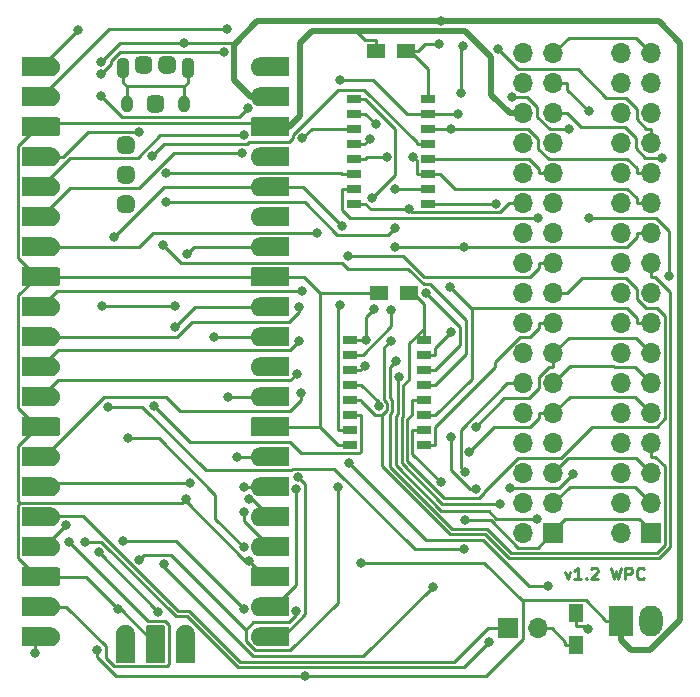
<source format=gtl>
%TF.GenerationSoftware,KiCad,Pcbnew,5.1.10*%
%TF.CreationDate,2021-12-19T15:16:08+01:00*%
%TF.ProjectId,afterglow_pico,61667465-7267-46c6-9f77-5f7069636f2e,rev?*%
%TF.SameCoordinates,Original*%
%TF.FileFunction,Copper,L1,Top*%
%TF.FilePolarity,Positive*%
%FSLAX46Y46*%
G04 Gerber Fmt 4.6, Leading zero omitted, Abs format (unit mm)*
G04 Created by KiCad (PCBNEW 5.1.10) date 2021-12-19 15:16:08*
%MOMM*%
%LPD*%
G01*
G04 APERTURE LIST*
%TA.AperFunction,NonConductor*%
%ADD10C,0.250000*%
%TD*%
%TA.AperFunction,ComponentPad*%
%ADD11R,1.700000X1.700000*%
%TD*%
%TA.AperFunction,ComponentPad*%
%ADD12O,1.700000X1.700000*%
%TD*%
%TA.AperFunction,SMDPad,CuDef*%
%ADD13R,1.300000X1.500000*%
%TD*%
%TA.AperFunction,SMDPad,CuDef*%
%ADD14R,1.300000X0.800000*%
%TD*%
%TA.AperFunction,SMDPad,CuDef*%
%ADD15O,1.050000X1.450000*%
%TD*%
%TA.AperFunction,SMDPad,CuDef*%
%ADD16O,1.100000X1.800000*%
%TD*%
%TA.AperFunction,SMDPad,CuDef*%
%ADD17C,0.100000*%
%TD*%
%TA.AperFunction,ComponentPad*%
%ADD18R,2.000000X2.600000*%
%TD*%
%TA.AperFunction,ComponentPad*%
%ADD19O,2.000000X2.600000*%
%TD*%
%TA.AperFunction,SMDPad,CuDef*%
%ADD20R,1.500000X1.250000*%
%TD*%
%TA.AperFunction,ViaPad*%
%ADD21C,0.800000*%
%TD*%
%TA.AperFunction,Conductor*%
%ADD22C,0.250000*%
%TD*%
%TA.AperFunction,Conductor*%
%ADD23C,0.500000*%
%TD*%
G04 APERTURE END LIST*
D10*
X214219047Y-112585714D02*
X214457142Y-113252380D01*
X214695238Y-112585714D01*
X215600000Y-113252380D02*
X215028571Y-113252380D01*
X215314285Y-113252380D02*
X215314285Y-112252380D01*
X215219047Y-112395238D01*
X215123809Y-112490476D01*
X215028571Y-112538095D01*
X216028571Y-113157142D02*
X216076190Y-113204761D01*
X216028571Y-113252380D01*
X215980952Y-113204761D01*
X216028571Y-113157142D01*
X216028571Y-113252380D01*
X216457142Y-112347619D02*
X216504761Y-112300000D01*
X216600000Y-112252380D01*
X216838095Y-112252380D01*
X216933333Y-112300000D01*
X216980952Y-112347619D01*
X217028571Y-112442857D01*
X217028571Y-112538095D01*
X216980952Y-112680952D01*
X216409523Y-113252380D01*
X217028571Y-113252380D01*
X218123809Y-112252380D02*
X218361904Y-113252380D01*
X218552380Y-112538095D01*
X218742857Y-113252380D01*
X218980952Y-112252380D01*
X219361904Y-113252380D02*
X219361904Y-112252380D01*
X219742857Y-112252380D01*
X219838095Y-112300000D01*
X219885714Y-112347619D01*
X219933333Y-112442857D01*
X219933333Y-112585714D01*
X219885714Y-112680952D01*
X219838095Y-112728571D01*
X219742857Y-112776190D01*
X219361904Y-112776190D01*
X220933333Y-113157142D02*
X220885714Y-113204761D01*
X220742857Y-113252380D01*
X220647619Y-113252380D01*
X220504761Y-113204761D01*
X220409523Y-113109523D01*
X220361904Y-113014285D01*
X220314285Y-112823809D01*
X220314285Y-112680952D01*
X220361904Y-112490476D01*
X220409523Y-112395238D01*
X220504761Y-112300000D01*
X220647619Y-112252380D01*
X220742857Y-112252380D01*
X220885714Y-112300000D01*
X220933333Y-112347619D01*
D11*
%TO.P,TEST,1*%
%TO.N,Net-(TEST_MODE1-Pad1)*%
X209400000Y-117400000D03*
D12*
%TO.P,TEST,2*%
%TO.N,GND*%
X211940000Y-117400000D03*
%TD*%
D13*
%TO.P,PWR,1*%
%TO.N,GND*%
X215200000Y-118800000D03*
%TO.P,PWR,2*%
%TO.N,Net-(PWR_LED1-Pad2)*%
X215200000Y-116100000D03*
%TD*%
D14*
%TO.P,U9,16*%
%TO.N,+5V*%
X202300000Y-92960000D03*
%TO.P,U9,15*%
%TO.N,/PICO_EN_OUT*%
X202300000Y-94240000D03*
%TO.P,U9,14*%
%TO.N,/D6*%
X202300000Y-95500000D03*
%TO.P,U9,13*%
%TO.N,/D6_PICO*%
X202300000Y-96770000D03*
%TO.P,U9,12*%
%TO.N,/D6_OUT*%
X202300000Y-98050000D03*
%TO.P,U9,11*%
%TO.N,/D7*%
X202300000Y-99320000D03*
%TO.P,U9,10*%
%TO.N,/D7_PICO*%
X202300000Y-100580000D03*
%TO.P,U9,9*%
%TO.N,/D7_OUT*%
X202300000Y-101860000D03*
%TO.P,U9,8*%
%TO.N,GND*%
X196000000Y-101860000D03*
%TO.P,U9,7*%
%TO.N,/D5_OUT*%
X196000000Y-100580000D03*
%TO.P,U9,6*%
%TO.N,/D5_PICO*%
X196000000Y-99320000D03*
%TO.P,U9,5*%
%TO.N,/D5*%
X196000000Y-98050000D03*
%TO.P,U9,4*%
%TO.N,/D4_OUT*%
X196000000Y-96770000D03*
%TO.P,U9,3*%
%TO.N,/D4_PICO*%
X196000000Y-95500000D03*
%TO.P,U9,2*%
%TO.N,/D4*%
X196000000Y-94240000D03*
%TO.P,U9,1*%
%TO.N,/OUT_SEL*%
X196000000Y-92960000D03*
%TD*%
%TO.P,U8,16*%
%TO.N,+5V*%
X202650000Y-72550000D03*
%TO.P,U8,15*%
%TO.N,/PICO_EN_OUT*%
X202650000Y-73830000D03*
%TO.P,U8,14*%
%TO.N,/D2*%
X202650000Y-75090000D03*
%TO.P,U8,13*%
%TO.N,/D2_PICO*%
X202650000Y-76360000D03*
%TO.P,U8,12*%
%TO.N,/D2_OUT*%
X202650000Y-77640000D03*
%TO.P,U8,11*%
%TO.N,/D3*%
X202650000Y-78910000D03*
%TO.P,U8,10*%
%TO.N,/D3_PICO*%
X202650000Y-80170000D03*
%TO.P,U8,9*%
%TO.N,/D3_OUT*%
X202650000Y-81450000D03*
%TO.P,U8,8*%
%TO.N,GND*%
X196350000Y-81450000D03*
%TO.P,U8,7*%
%TO.N,/D1_OUT*%
X196350000Y-80170000D03*
%TO.P,U8,6*%
%TO.N,/D1_PICO*%
X196350000Y-78910000D03*
%TO.P,U8,5*%
%TO.N,/D1*%
X196350000Y-77640000D03*
%TO.P,U8,4*%
%TO.N,/D0_OUT*%
X196350000Y-76360000D03*
%TO.P,U8,3*%
%TO.N,/D0_PICO*%
X196350000Y-75090000D03*
%TO.P,U8,2*%
%TO.N,/D0*%
X196350000Y-73830000D03*
%TO.P,U8,1*%
%TO.N,/OUT_SEL*%
X196350000Y-72550000D03*
%TD*%
D15*
%TO.P,U5,D*%
%TO.N,Net-(U5-PadA)*%
X181985000Y-73010000D03*
%TO.P,U5,C*%
X177135000Y-73010000D03*
D16*
%TO.P,U5,B*%
X182285000Y-69980000D03*
%TO.P,U5,A*%
X176835000Y-69980000D03*
%TO.P,U5,TP6*%
%TO.N,Net-(U5-PadTP6)*%
%TA.AperFunction,SMDPad,CuDef*%
G36*
G01*
X176310000Y-81780000D02*
X176310000Y-81180000D01*
G75*
G02*
X176760000Y-80730000I450000J0D01*
G01*
X177360000Y-80730000D01*
G75*
G02*
X177810000Y-81180000I0J-450000D01*
G01*
X177810000Y-81780000D01*
G75*
G02*
X177360000Y-82230000I-450000J0D01*
G01*
X176760000Y-82230000D01*
G75*
G02*
X176310000Y-81780000I0J450000D01*
G01*
G37*
%TD.AperFunction*%
%TO.P,U5,TP5*%
%TO.N,Net-(U5-PadTP5)*%
%TA.AperFunction,SMDPad,CuDef*%
G36*
G01*
X176310000Y-79280000D02*
X176310000Y-78680000D01*
G75*
G02*
X176760000Y-78230000I450000J0D01*
G01*
X177360000Y-78230000D01*
G75*
G02*
X177810000Y-78680000I0J-450000D01*
G01*
X177810000Y-79280000D01*
G75*
G02*
X177360000Y-79730000I-450000J0D01*
G01*
X176760000Y-79730000D01*
G75*
G02*
X176310000Y-79280000I0J450000D01*
G01*
G37*
%TD.AperFunction*%
%TO.P,U5,TP4*%
%TO.N,Net-(U5-PadTP4)*%
%TA.AperFunction,SMDPad,CuDef*%
G36*
G01*
X176310000Y-76780000D02*
X176310000Y-76180000D01*
G75*
G02*
X176760000Y-75730000I450000J0D01*
G01*
X177360000Y-75730000D01*
G75*
G02*
X177810000Y-76180000I0J-450000D01*
G01*
X177810000Y-76780000D01*
G75*
G02*
X177360000Y-77230000I-450000J0D01*
G01*
X176760000Y-77230000D01*
G75*
G02*
X176310000Y-76780000I0J450000D01*
G01*
G37*
%TD.AperFunction*%
%TO.P,U5,TP1*%
%TO.N,Net-(U5-PadTP1)*%
%TA.AperFunction,SMDPad,CuDef*%
G36*
G01*
X178810000Y-73280000D02*
X178810000Y-72680000D01*
G75*
G02*
X179260000Y-72230000I450000J0D01*
G01*
X179860000Y-72230000D01*
G75*
G02*
X180310000Y-72680000I0J-450000D01*
G01*
X180310000Y-73280000D01*
G75*
G02*
X179860000Y-73730000I-450000J0D01*
G01*
X179260000Y-73730000D01*
G75*
G02*
X178810000Y-73280000I0J450000D01*
G01*
G37*
%TD.AperFunction*%
%TO.P,U5,TP2*%
%TO.N,Net-(U5-PadTP2)*%
%TA.AperFunction,SMDPad,CuDef*%
G36*
G01*
X179810000Y-69980000D02*
X179810000Y-69380000D01*
G75*
G02*
X180260000Y-68930000I450000J0D01*
G01*
X180860000Y-68930000D01*
G75*
G02*
X181310000Y-69380000I0J-450000D01*
G01*
X181310000Y-69980000D01*
G75*
G02*
X180860000Y-70430000I-450000J0D01*
G01*
X180260000Y-70430000D01*
G75*
G02*
X179810000Y-69980000I0J450000D01*
G01*
G37*
%TD.AperFunction*%
%TO.P,U5,TP3*%
%TO.N,Net-(U5-PadTP3)*%
%TA.AperFunction,SMDPad,CuDef*%
G36*
G01*
X177810000Y-69980000D02*
X177810000Y-69380000D01*
G75*
G02*
X178260000Y-68930000I450000J0D01*
G01*
X178860000Y-68930000D01*
G75*
G02*
X179310000Y-69380000I0J-450000D01*
G01*
X179310000Y-69980000D01*
G75*
G02*
X178860000Y-70430000I-450000J0D01*
G01*
X178260000Y-70430000D01*
G75*
G02*
X177810000Y-69980000I0J450000D01*
G01*
G37*
%TD.AperFunction*%
%TA.AperFunction,SMDPad,CuDef*%
D17*
%TO.P,U5,D3*%
%TO.N,Net-(U5-PadD3)*%
G36*
X182142119Y-117076001D02*
G01*
X182142356Y-117076013D01*
X182184356Y-117079013D01*
X182184724Y-117079053D01*
X182225724Y-117085053D01*
X182225841Y-117085071D01*
X182266841Y-117092071D01*
X182267185Y-117092142D01*
X182308185Y-117102142D01*
X182308437Y-117102211D01*
X182348437Y-117114211D01*
X182348652Y-117114281D01*
X182388652Y-117128281D01*
X182388940Y-117128392D01*
X182426940Y-117144392D01*
X182427140Y-117144481D01*
X182465140Y-117162481D01*
X182465378Y-117162601D01*
X182502378Y-117182601D01*
X182502607Y-117182734D01*
X182538607Y-117204734D01*
X182538883Y-117204915D01*
X182572883Y-117228915D01*
X182573019Y-117229015D01*
X182606019Y-117254015D01*
X182606224Y-117254179D01*
X182638224Y-117281179D01*
X182638416Y-117281349D01*
X182669416Y-117310349D01*
X182669651Y-117310584D01*
X182698651Y-117341584D01*
X182698821Y-117341776D01*
X182725821Y-117373776D01*
X182725985Y-117373981D01*
X182750985Y-117406981D01*
X182751085Y-117407117D01*
X182775085Y-117441117D01*
X182775266Y-117441393D01*
X182797266Y-117477393D01*
X182797399Y-117477622D01*
X182817399Y-117514622D01*
X182817519Y-117514860D01*
X182835519Y-117552860D01*
X182835608Y-117553060D01*
X182851608Y-117591060D01*
X182851719Y-117591348D01*
X182865719Y-117631348D01*
X182865789Y-117631563D01*
X182877789Y-117671563D01*
X182877858Y-117671815D01*
X182887858Y-117712815D01*
X182887929Y-117713159D01*
X182894929Y-117754159D01*
X182894947Y-117754276D01*
X182900947Y-117795276D01*
X182900987Y-117795644D01*
X182903987Y-117837644D01*
X182903999Y-117837881D01*
X182904999Y-117879881D01*
X182905000Y-117880000D01*
X182905000Y-120280000D01*
X182904904Y-120280975D01*
X182904619Y-120281913D01*
X182904157Y-120282778D01*
X182903536Y-120283536D01*
X182902778Y-120284157D01*
X182901913Y-120284619D01*
X182900975Y-120284904D01*
X182900000Y-120285000D01*
X181300000Y-120285000D01*
X181299025Y-120284904D01*
X181298087Y-120284619D01*
X181297222Y-120284157D01*
X181296464Y-120283536D01*
X181295843Y-120282778D01*
X181295381Y-120281913D01*
X181295096Y-120280975D01*
X181295000Y-120280000D01*
X181295000Y-117880000D01*
X181295001Y-117879881D01*
X181296001Y-117837881D01*
X181296013Y-117837644D01*
X181299013Y-117795644D01*
X181299053Y-117795276D01*
X181305053Y-117754276D01*
X181305071Y-117754159D01*
X181312071Y-117713159D01*
X181312142Y-117712815D01*
X181322142Y-117671815D01*
X181322211Y-117671563D01*
X181334211Y-117631563D01*
X181334281Y-117631348D01*
X181348281Y-117591348D01*
X181348392Y-117591060D01*
X181364392Y-117553060D01*
X181364481Y-117552860D01*
X181382481Y-117514860D01*
X181382601Y-117514622D01*
X181402601Y-117477622D01*
X181402734Y-117477393D01*
X181424734Y-117441393D01*
X181424915Y-117441117D01*
X181448915Y-117407117D01*
X181449015Y-117406981D01*
X181474015Y-117373981D01*
X181474179Y-117373776D01*
X181501179Y-117341776D01*
X181501349Y-117341584D01*
X181530349Y-117310584D01*
X181530584Y-117310349D01*
X181561584Y-117281349D01*
X181561776Y-117281179D01*
X181593776Y-117254179D01*
X181593981Y-117254015D01*
X181626981Y-117229015D01*
X181627117Y-117228915D01*
X181661117Y-117204915D01*
X181661393Y-117204734D01*
X181697393Y-117182734D01*
X181697622Y-117182601D01*
X181734622Y-117162601D01*
X181734860Y-117162481D01*
X181772860Y-117144481D01*
X181773060Y-117144392D01*
X181811060Y-117128392D01*
X181811348Y-117128281D01*
X181851348Y-117114281D01*
X181851563Y-117114211D01*
X181891563Y-117102211D01*
X181891815Y-117102142D01*
X181932815Y-117092142D01*
X181933159Y-117092071D01*
X181974159Y-117085071D01*
X181974276Y-117085053D01*
X182015276Y-117079053D01*
X182015644Y-117079013D01*
X182057644Y-117076013D01*
X182057881Y-117076001D01*
X182099881Y-117075001D01*
X182100119Y-117075001D01*
X182142119Y-117076001D01*
G37*
%TD.AperFunction*%
%TA.AperFunction,SMDPad,CuDef*%
%TO.P,U5,23*%
%TO.N,GND*%
G36*
X190850975Y-112225096D02*
G01*
X190851913Y-112225381D01*
X190852778Y-112225843D01*
X190853536Y-112226464D01*
X190854157Y-112227222D01*
X190854619Y-112228087D01*
X190854904Y-112229025D01*
X190855000Y-112230000D01*
X190855000Y-113830000D01*
X190854904Y-113830975D01*
X190854619Y-113831913D01*
X190854157Y-113832778D01*
X190853536Y-113833536D01*
X190852778Y-113834157D01*
X190851913Y-113834619D01*
X190850975Y-113834904D01*
X190850000Y-113835000D01*
X187840000Y-113835000D01*
X187839547Y-113834979D01*
X187828547Y-113833979D01*
X187828502Y-113833975D01*
X187818502Y-113832975D01*
X187818106Y-113832919D01*
X187807106Y-113830919D01*
X187806563Y-113830789D01*
X187776563Y-113821789D01*
X187775969Y-113821569D01*
X187766969Y-113817569D01*
X187766764Y-113817472D01*
X187756764Y-113812472D01*
X187756572Y-113812371D01*
X187738572Y-113802371D01*
X187738226Y-113802160D01*
X187729226Y-113796160D01*
X187728707Y-113795763D01*
X187720845Y-113788884D01*
X187713000Y-113783000D01*
X187712237Y-113782293D01*
X187705456Y-113774544D01*
X187697707Y-113767763D01*
X187697000Y-113767000D01*
X187691116Y-113759155D01*
X187684237Y-113751293D01*
X187683840Y-113750774D01*
X187677840Y-113741774D01*
X187677629Y-113741428D01*
X187667629Y-113723428D01*
X187667528Y-113723236D01*
X187662528Y-113713236D01*
X187662431Y-113713031D01*
X187658431Y-113704031D01*
X187658211Y-113703437D01*
X187649211Y-113673437D01*
X187649081Y-113672894D01*
X187647081Y-113661894D01*
X187647025Y-113661498D01*
X187646025Y-113651498D01*
X187646021Y-113651453D01*
X187645021Y-113640453D01*
X187645000Y-113640000D01*
X187645000Y-112420000D01*
X187645021Y-112419547D01*
X187646021Y-112408547D01*
X187646025Y-112408502D01*
X187647025Y-112398502D01*
X187647081Y-112398106D01*
X187649081Y-112387106D01*
X187649211Y-112386563D01*
X187658211Y-112356563D01*
X187658431Y-112355969D01*
X187662431Y-112346969D01*
X187662528Y-112346764D01*
X187667528Y-112336764D01*
X187667629Y-112336572D01*
X187677629Y-112318572D01*
X187677840Y-112318226D01*
X187683840Y-112309226D01*
X187684237Y-112308707D01*
X187691116Y-112300845D01*
X187697000Y-112293000D01*
X187697707Y-112292237D01*
X187705456Y-112285456D01*
X187712237Y-112277707D01*
X187713000Y-112277000D01*
X187720845Y-112271116D01*
X187728707Y-112264237D01*
X187729226Y-112263840D01*
X187738226Y-112257840D01*
X187738572Y-112257629D01*
X187756572Y-112247629D01*
X187756764Y-112247528D01*
X187766764Y-112242528D01*
X187766969Y-112242431D01*
X187775969Y-112238431D01*
X187776563Y-112238211D01*
X187806563Y-112229211D01*
X187807106Y-112229081D01*
X187818106Y-112227081D01*
X187818502Y-112227025D01*
X187828502Y-112226025D01*
X187828547Y-112226021D01*
X187839547Y-112225021D01*
X187840000Y-112225000D01*
X190850000Y-112225000D01*
X190850975Y-112225096D01*
G37*
%TD.AperFunction*%
%TA.AperFunction,SMDPad,CuDef*%
%TO.P,U5,28*%
G36*
X190850975Y-99525096D02*
G01*
X190851913Y-99525381D01*
X190852778Y-99525843D01*
X190853536Y-99526464D01*
X190854157Y-99527222D01*
X190854619Y-99528087D01*
X190854904Y-99529025D01*
X190855000Y-99530000D01*
X190855000Y-101130000D01*
X190854904Y-101130975D01*
X190854619Y-101131913D01*
X190854157Y-101132778D01*
X190853536Y-101133536D01*
X190852778Y-101134157D01*
X190851913Y-101134619D01*
X190850975Y-101134904D01*
X190850000Y-101135000D01*
X187840000Y-101135000D01*
X187839547Y-101134979D01*
X187828547Y-101133979D01*
X187828502Y-101133975D01*
X187818502Y-101132975D01*
X187818106Y-101132919D01*
X187807106Y-101130919D01*
X187806563Y-101130789D01*
X187776563Y-101121789D01*
X187775969Y-101121569D01*
X187766969Y-101117569D01*
X187766764Y-101117472D01*
X187756764Y-101112472D01*
X187756572Y-101112371D01*
X187738572Y-101102371D01*
X187738226Y-101102160D01*
X187729226Y-101096160D01*
X187728707Y-101095763D01*
X187720845Y-101088884D01*
X187713000Y-101083000D01*
X187712237Y-101082293D01*
X187705456Y-101074544D01*
X187697707Y-101067763D01*
X187697000Y-101067000D01*
X187691116Y-101059155D01*
X187684237Y-101051293D01*
X187683840Y-101050774D01*
X187677840Y-101041774D01*
X187677629Y-101041428D01*
X187667629Y-101023428D01*
X187667528Y-101023236D01*
X187662528Y-101013236D01*
X187662431Y-101013031D01*
X187658431Y-101004031D01*
X187658211Y-101003437D01*
X187649211Y-100973437D01*
X187649081Y-100972894D01*
X187647081Y-100961894D01*
X187647025Y-100961498D01*
X187646025Y-100951498D01*
X187646021Y-100951453D01*
X187645021Y-100940453D01*
X187645000Y-100940000D01*
X187645000Y-99720000D01*
X187645021Y-99719547D01*
X187646021Y-99708547D01*
X187646025Y-99708502D01*
X187647025Y-99698502D01*
X187647081Y-99698106D01*
X187649081Y-99687106D01*
X187649211Y-99686563D01*
X187658211Y-99656563D01*
X187658431Y-99655969D01*
X187662431Y-99646969D01*
X187662528Y-99646764D01*
X187667528Y-99636764D01*
X187667629Y-99636572D01*
X187677629Y-99618572D01*
X187677840Y-99618226D01*
X187683840Y-99609226D01*
X187684237Y-99608707D01*
X187691116Y-99600845D01*
X187697000Y-99593000D01*
X187697707Y-99592237D01*
X187705456Y-99585456D01*
X187712237Y-99577707D01*
X187713000Y-99577000D01*
X187720845Y-99571116D01*
X187728707Y-99564237D01*
X187729226Y-99563840D01*
X187738226Y-99557840D01*
X187738572Y-99557629D01*
X187756572Y-99547629D01*
X187756764Y-99547528D01*
X187766764Y-99542528D01*
X187766969Y-99542431D01*
X187775969Y-99538431D01*
X187776563Y-99538211D01*
X187806563Y-99529211D01*
X187807106Y-99529081D01*
X187818106Y-99527081D01*
X187818502Y-99527025D01*
X187828502Y-99526025D01*
X187828547Y-99526021D01*
X187839547Y-99525021D01*
X187840000Y-99525000D01*
X190850000Y-99525000D01*
X190850975Y-99525096D01*
G37*
%TD.AperFunction*%
%TA.AperFunction,SMDPad,CuDef*%
%TO.P,U5,33*%
G36*
X190850975Y-86825096D02*
G01*
X190851913Y-86825381D01*
X190852778Y-86825843D01*
X190853536Y-86826464D01*
X190854157Y-86827222D01*
X190854619Y-86828087D01*
X190854904Y-86829025D01*
X190855000Y-86830000D01*
X190855000Y-88430000D01*
X190854904Y-88430975D01*
X190854619Y-88431913D01*
X190854157Y-88432778D01*
X190853536Y-88433536D01*
X190852778Y-88434157D01*
X190851913Y-88434619D01*
X190850975Y-88434904D01*
X190850000Y-88435000D01*
X187840000Y-88435000D01*
X187839547Y-88434979D01*
X187828547Y-88433979D01*
X187828502Y-88433975D01*
X187818502Y-88432975D01*
X187818106Y-88432919D01*
X187807106Y-88430919D01*
X187806563Y-88430789D01*
X187776563Y-88421789D01*
X187775969Y-88421569D01*
X187766969Y-88417569D01*
X187766764Y-88417472D01*
X187756764Y-88412472D01*
X187756572Y-88412371D01*
X187738572Y-88402371D01*
X187738226Y-88402160D01*
X187729226Y-88396160D01*
X187728707Y-88395763D01*
X187720845Y-88388884D01*
X187713000Y-88383000D01*
X187712237Y-88382293D01*
X187705456Y-88374544D01*
X187697707Y-88367763D01*
X187697000Y-88367000D01*
X187691116Y-88359155D01*
X187684237Y-88351293D01*
X187683840Y-88350774D01*
X187677840Y-88341774D01*
X187677629Y-88341428D01*
X187667629Y-88323428D01*
X187667528Y-88323236D01*
X187662528Y-88313236D01*
X187662431Y-88313031D01*
X187658431Y-88304031D01*
X187658211Y-88303437D01*
X187649211Y-88273437D01*
X187649081Y-88272894D01*
X187647081Y-88261894D01*
X187647025Y-88261498D01*
X187646025Y-88251498D01*
X187646021Y-88251453D01*
X187645021Y-88240453D01*
X187645000Y-88240000D01*
X187645000Y-87020000D01*
X187645021Y-87019547D01*
X187646021Y-87008547D01*
X187646025Y-87008502D01*
X187647025Y-86998502D01*
X187647081Y-86998106D01*
X187649081Y-86987106D01*
X187649211Y-86986563D01*
X187658211Y-86956563D01*
X187658431Y-86955969D01*
X187662431Y-86946969D01*
X187662528Y-86946764D01*
X187667528Y-86936764D01*
X187667629Y-86936572D01*
X187677629Y-86918572D01*
X187677840Y-86918226D01*
X187683840Y-86909226D01*
X187684237Y-86908707D01*
X187691116Y-86900845D01*
X187697000Y-86893000D01*
X187697707Y-86892237D01*
X187705456Y-86885456D01*
X187712237Y-86877707D01*
X187713000Y-86877000D01*
X187720845Y-86871116D01*
X187728707Y-86864237D01*
X187729226Y-86863840D01*
X187738226Y-86857840D01*
X187738572Y-86857629D01*
X187756572Y-86847629D01*
X187756764Y-86847528D01*
X187766764Y-86842528D01*
X187766969Y-86842431D01*
X187775969Y-86838431D01*
X187776563Y-86838211D01*
X187806563Y-86829211D01*
X187807106Y-86829081D01*
X187818106Y-86827081D01*
X187818502Y-86827025D01*
X187828502Y-86826025D01*
X187828547Y-86826021D01*
X187839547Y-86825021D01*
X187840000Y-86825000D01*
X190850000Y-86825000D01*
X190850975Y-86825096D01*
G37*
%TD.AperFunction*%
%TA.AperFunction,SMDPad,CuDef*%
%TO.P,U5,21*%
%TO.N,Net-(U5-Pad21)*%
G36*
X190850975Y-117305096D02*
G01*
X190851913Y-117305381D01*
X190852778Y-117305843D01*
X190853536Y-117306464D01*
X190854157Y-117307222D01*
X190854619Y-117308087D01*
X190854904Y-117309025D01*
X190855000Y-117310000D01*
X190855000Y-118910000D01*
X190854904Y-118910975D01*
X190854619Y-118911913D01*
X190854157Y-118912778D01*
X190853536Y-118913536D01*
X190852778Y-118914157D01*
X190851913Y-118914619D01*
X190850975Y-118914904D01*
X190850000Y-118915000D01*
X188450000Y-118915000D01*
X188449881Y-118914999D01*
X188407881Y-118913999D01*
X188407644Y-118913987D01*
X188365644Y-118910987D01*
X188365276Y-118910947D01*
X188324276Y-118904947D01*
X188324159Y-118904929D01*
X188283159Y-118897929D01*
X188282815Y-118897858D01*
X188241815Y-118887858D01*
X188241563Y-118887789D01*
X188201563Y-118875789D01*
X188201348Y-118875719D01*
X188161348Y-118861719D01*
X188161060Y-118861608D01*
X188123060Y-118845608D01*
X188122860Y-118845519D01*
X188084860Y-118827519D01*
X188084622Y-118827399D01*
X188047622Y-118807399D01*
X188047393Y-118807266D01*
X188011393Y-118785266D01*
X188011117Y-118785085D01*
X187977117Y-118761085D01*
X187976981Y-118760985D01*
X187943981Y-118735985D01*
X187943776Y-118735821D01*
X187911776Y-118708821D01*
X187911584Y-118708651D01*
X187880584Y-118679651D01*
X187880349Y-118679416D01*
X187851349Y-118648416D01*
X187851179Y-118648224D01*
X187824179Y-118616224D01*
X187824015Y-118616019D01*
X187799015Y-118583019D01*
X187798915Y-118582883D01*
X187774915Y-118548883D01*
X187774734Y-118548607D01*
X187752734Y-118512607D01*
X187752601Y-118512378D01*
X187732601Y-118475378D01*
X187732481Y-118475140D01*
X187714481Y-118437140D01*
X187714392Y-118436940D01*
X187698392Y-118398940D01*
X187698281Y-118398652D01*
X187684281Y-118358652D01*
X187684211Y-118358437D01*
X187672211Y-118318437D01*
X187672142Y-118318185D01*
X187662142Y-118277185D01*
X187662071Y-118276841D01*
X187655071Y-118235841D01*
X187655053Y-118235724D01*
X187649053Y-118194724D01*
X187649013Y-118194356D01*
X187646013Y-118152356D01*
X187646001Y-118152119D01*
X187645001Y-118110119D01*
X187645001Y-118109881D01*
X187646001Y-118067881D01*
X187646013Y-118067644D01*
X187649013Y-118025644D01*
X187649053Y-118025276D01*
X187655053Y-117984276D01*
X187655071Y-117984159D01*
X187662071Y-117943159D01*
X187662142Y-117942815D01*
X187672142Y-117901815D01*
X187672211Y-117901563D01*
X187684211Y-117861563D01*
X187684281Y-117861348D01*
X187698281Y-117821348D01*
X187698392Y-117821060D01*
X187714392Y-117783060D01*
X187714481Y-117782860D01*
X187732481Y-117744860D01*
X187732601Y-117744622D01*
X187752601Y-117707622D01*
X187752734Y-117707393D01*
X187774734Y-117671393D01*
X187774915Y-117671117D01*
X187798915Y-117637117D01*
X187799015Y-117636981D01*
X187824015Y-117603981D01*
X187824179Y-117603776D01*
X187851179Y-117571776D01*
X187851349Y-117571584D01*
X187880349Y-117540584D01*
X187880584Y-117540349D01*
X187911584Y-117511349D01*
X187911776Y-117511179D01*
X187943776Y-117484179D01*
X187943981Y-117484015D01*
X187976981Y-117459015D01*
X187977117Y-117458915D01*
X188011117Y-117434915D01*
X188011393Y-117434734D01*
X188047393Y-117412734D01*
X188047622Y-117412601D01*
X188084622Y-117392601D01*
X188084860Y-117392481D01*
X188122860Y-117374481D01*
X188123060Y-117374392D01*
X188161060Y-117358392D01*
X188161348Y-117358281D01*
X188201348Y-117344281D01*
X188201563Y-117344211D01*
X188241563Y-117332211D01*
X188241815Y-117332142D01*
X188282815Y-117322142D01*
X188283159Y-117322071D01*
X188324159Y-117315071D01*
X188324276Y-117315053D01*
X188365276Y-117309053D01*
X188365644Y-117309013D01*
X188407644Y-117306013D01*
X188407881Y-117306001D01*
X188449881Y-117305001D01*
X188450000Y-117305000D01*
X190850000Y-117305000D01*
X190850975Y-117305096D01*
G37*
%TD.AperFunction*%
%TA.AperFunction,SMDPad,CuDef*%
%TO.P,U5,22*%
%TO.N,Net-(U5-Pad22)*%
G36*
X190850975Y-114765096D02*
G01*
X190851913Y-114765381D01*
X190852778Y-114765843D01*
X190853536Y-114766464D01*
X190854157Y-114767222D01*
X190854619Y-114768087D01*
X190854904Y-114769025D01*
X190855000Y-114770000D01*
X190855000Y-116370000D01*
X190854904Y-116370975D01*
X190854619Y-116371913D01*
X190854157Y-116372778D01*
X190853536Y-116373536D01*
X190852778Y-116374157D01*
X190851913Y-116374619D01*
X190850975Y-116374904D01*
X190850000Y-116375000D01*
X188450000Y-116375000D01*
X188449881Y-116374999D01*
X188407881Y-116373999D01*
X188407644Y-116373987D01*
X188365644Y-116370987D01*
X188365276Y-116370947D01*
X188324276Y-116364947D01*
X188324159Y-116364929D01*
X188283159Y-116357929D01*
X188282815Y-116357858D01*
X188241815Y-116347858D01*
X188241563Y-116347789D01*
X188201563Y-116335789D01*
X188201348Y-116335719D01*
X188161348Y-116321719D01*
X188161060Y-116321608D01*
X188123060Y-116305608D01*
X188122860Y-116305519D01*
X188084860Y-116287519D01*
X188084622Y-116287399D01*
X188047622Y-116267399D01*
X188047393Y-116267266D01*
X188011393Y-116245266D01*
X188011117Y-116245085D01*
X187977117Y-116221085D01*
X187976981Y-116220985D01*
X187943981Y-116195985D01*
X187943776Y-116195821D01*
X187911776Y-116168821D01*
X187911584Y-116168651D01*
X187880584Y-116139651D01*
X187880349Y-116139416D01*
X187851349Y-116108416D01*
X187851179Y-116108224D01*
X187824179Y-116076224D01*
X187824015Y-116076019D01*
X187799015Y-116043019D01*
X187798915Y-116042883D01*
X187774915Y-116008883D01*
X187774734Y-116008607D01*
X187752734Y-115972607D01*
X187752601Y-115972378D01*
X187732601Y-115935378D01*
X187732481Y-115935140D01*
X187714481Y-115897140D01*
X187714392Y-115896940D01*
X187698392Y-115858940D01*
X187698281Y-115858652D01*
X187684281Y-115818652D01*
X187684211Y-115818437D01*
X187672211Y-115778437D01*
X187672142Y-115778185D01*
X187662142Y-115737185D01*
X187662071Y-115736841D01*
X187655071Y-115695841D01*
X187655053Y-115695724D01*
X187649053Y-115654724D01*
X187649013Y-115654356D01*
X187646013Y-115612356D01*
X187646001Y-115612119D01*
X187645001Y-115570119D01*
X187645001Y-115569881D01*
X187646001Y-115527881D01*
X187646013Y-115527644D01*
X187649013Y-115485644D01*
X187649053Y-115485276D01*
X187655053Y-115444276D01*
X187655071Y-115444159D01*
X187662071Y-115403159D01*
X187662142Y-115402815D01*
X187672142Y-115361815D01*
X187672211Y-115361563D01*
X187684211Y-115321563D01*
X187684281Y-115321348D01*
X187698281Y-115281348D01*
X187698392Y-115281060D01*
X187714392Y-115243060D01*
X187714481Y-115242860D01*
X187732481Y-115204860D01*
X187732601Y-115204622D01*
X187752601Y-115167622D01*
X187752734Y-115167393D01*
X187774734Y-115131393D01*
X187774915Y-115131117D01*
X187798915Y-115097117D01*
X187799015Y-115096981D01*
X187824015Y-115063981D01*
X187824179Y-115063776D01*
X187851179Y-115031776D01*
X187851349Y-115031584D01*
X187880349Y-115000584D01*
X187880584Y-115000349D01*
X187911584Y-114971349D01*
X187911776Y-114971179D01*
X187943776Y-114944179D01*
X187943981Y-114944015D01*
X187976981Y-114919015D01*
X187977117Y-114918915D01*
X188011117Y-114894915D01*
X188011393Y-114894734D01*
X188047393Y-114872734D01*
X188047622Y-114872601D01*
X188084622Y-114852601D01*
X188084860Y-114852481D01*
X188122860Y-114834481D01*
X188123060Y-114834392D01*
X188161060Y-114818392D01*
X188161348Y-114818281D01*
X188201348Y-114804281D01*
X188201563Y-114804211D01*
X188241563Y-114792211D01*
X188241815Y-114792142D01*
X188282815Y-114782142D01*
X188283159Y-114782071D01*
X188324159Y-114775071D01*
X188324276Y-114775053D01*
X188365276Y-114769053D01*
X188365644Y-114769013D01*
X188407644Y-114766013D01*
X188407881Y-114766001D01*
X188449881Y-114765001D01*
X188450000Y-114765000D01*
X190850000Y-114765000D01*
X190850975Y-114765096D01*
G37*
%TD.AperFunction*%
%TA.AperFunction,SMDPad,CuDef*%
%TO.P,U5,24*%
%TO.N,Net-(U5-Pad24)*%
G36*
X190850975Y-109685096D02*
G01*
X190851913Y-109685381D01*
X190852778Y-109685843D01*
X190853536Y-109686464D01*
X190854157Y-109687222D01*
X190854619Y-109688087D01*
X190854904Y-109689025D01*
X190855000Y-109690000D01*
X190855000Y-111290000D01*
X190854904Y-111290975D01*
X190854619Y-111291913D01*
X190854157Y-111292778D01*
X190853536Y-111293536D01*
X190852778Y-111294157D01*
X190851913Y-111294619D01*
X190850975Y-111294904D01*
X190850000Y-111295000D01*
X188450000Y-111295000D01*
X188449881Y-111294999D01*
X188407881Y-111293999D01*
X188407644Y-111293987D01*
X188365644Y-111290987D01*
X188365276Y-111290947D01*
X188324276Y-111284947D01*
X188324159Y-111284929D01*
X188283159Y-111277929D01*
X188282815Y-111277858D01*
X188241815Y-111267858D01*
X188241563Y-111267789D01*
X188201563Y-111255789D01*
X188201348Y-111255719D01*
X188161348Y-111241719D01*
X188161060Y-111241608D01*
X188123060Y-111225608D01*
X188122860Y-111225519D01*
X188084860Y-111207519D01*
X188084622Y-111207399D01*
X188047622Y-111187399D01*
X188047393Y-111187266D01*
X188011393Y-111165266D01*
X188011117Y-111165085D01*
X187977117Y-111141085D01*
X187976981Y-111140985D01*
X187943981Y-111115985D01*
X187943776Y-111115821D01*
X187911776Y-111088821D01*
X187911584Y-111088651D01*
X187880584Y-111059651D01*
X187880349Y-111059416D01*
X187851349Y-111028416D01*
X187851179Y-111028224D01*
X187824179Y-110996224D01*
X187824015Y-110996019D01*
X187799015Y-110963019D01*
X187798915Y-110962883D01*
X187774915Y-110928883D01*
X187774734Y-110928607D01*
X187752734Y-110892607D01*
X187752601Y-110892378D01*
X187732601Y-110855378D01*
X187732481Y-110855140D01*
X187714481Y-110817140D01*
X187714392Y-110816940D01*
X187698392Y-110778940D01*
X187698281Y-110778652D01*
X187684281Y-110738652D01*
X187684211Y-110738437D01*
X187672211Y-110698437D01*
X187672142Y-110698185D01*
X187662142Y-110657185D01*
X187662071Y-110656841D01*
X187655071Y-110615841D01*
X187655053Y-110615724D01*
X187649053Y-110574724D01*
X187649013Y-110574356D01*
X187646013Y-110532356D01*
X187646001Y-110532119D01*
X187645001Y-110490119D01*
X187645001Y-110489881D01*
X187646001Y-110447881D01*
X187646013Y-110447644D01*
X187649013Y-110405644D01*
X187649053Y-110405276D01*
X187655053Y-110364276D01*
X187655071Y-110364159D01*
X187662071Y-110323159D01*
X187662142Y-110322815D01*
X187672142Y-110281815D01*
X187672211Y-110281563D01*
X187684211Y-110241563D01*
X187684281Y-110241348D01*
X187698281Y-110201348D01*
X187698392Y-110201060D01*
X187714392Y-110163060D01*
X187714481Y-110162860D01*
X187732481Y-110124860D01*
X187732601Y-110124622D01*
X187752601Y-110087622D01*
X187752734Y-110087393D01*
X187774734Y-110051393D01*
X187774915Y-110051117D01*
X187798915Y-110017117D01*
X187799015Y-110016981D01*
X187824015Y-109983981D01*
X187824179Y-109983776D01*
X187851179Y-109951776D01*
X187851349Y-109951584D01*
X187880349Y-109920584D01*
X187880584Y-109920349D01*
X187911584Y-109891349D01*
X187911776Y-109891179D01*
X187943776Y-109864179D01*
X187943981Y-109864015D01*
X187976981Y-109839015D01*
X187977117Y-109838915D01*
X188011117Y-109814915D01*
X188011393Y-109814734D01*
X188047393Y-109792734D01*
X188047622Y-109792601D01*
X188084622Y-109772601D01*
X188084860Y-109772481D01*
X188122860Y-109754481D01*
X188123060Y-109754392D01*
X188161060Y-109738392D01*
X188161348Y-109738281D01*
X188201348Y-109724281D01*
X188201563Y-109724211D01*
X188241563Y-109712211D01*
X188241815Y-109712142D01*
X188282815Y-109702142D01*
X188283159Y-109702071D01*
X188324159Y-109695071D01*
X188324276Y-109695053D01*
X188365276Y-109689053D01*
X188365644Y-109689013D01*
X188407644Y-109686013D01*
X188407881Y-109686001D01*
X188449881Y-109685001D01*
X188450000Y-109685000D01*
X190850000Y-109685000D01*
X190850975Y-109685096D01*
G37*
%TD.AperFunction*%
%TA.AperFunction,SMDPad,CuDef*%
%TO.P,U5,25*%
%TO.N,Net-(U5-Pad25)*%
G36*
X190850975Y-107145096D02*
G01*
X190851913Y-107145381D01*
X190852778Y-107145843D01*
X190853536Y-107146464D01*
X190854157Y-107147222D01*
X190854619Y-107148087D01*
X190854904Y-107149025D01*
X190855000Y-107150000D01*
X190855000Y-108750000D01*
X190854904Y-108750975D01*
X190854619Y-108751913D01*
X190854157Y-108752778D01*
X190853536Y-108753536D01*
X190852778Y-108754157D01*
X190851913Y-108754619D01*
X190850975Y-108754904D01*
X190850000Y-108755000D01*
X188450000Y-108755000D01*
X188449881Y-108754999D01*
X188407881Y-108753999D01*
X188407644Y-108753987D01*
X188365644Y-108750987D01*
X188365276Y-108750947D01*
X188324276Y-108744947D01*
X188324159Y-108744929D01*
X188283159Y-108737929D01*
X188282815Y-108737858D01*
X188241815Y-108727858D01*
X188241563Y-108727789D01*
X188201563Y-108715789D01*
X188201348Y-108715719D01*
X188161348Y-108701719D01*
X188161060Y-108701608D01*
X188123060Y-108685608D01*
X188122860Y-108685519D01*
X188084860Y-108667519D01*
X188084622Y-108667399D01*
X188047622Y-108647399D01*
X188047393Y-108647266D01*
X188011393Y-108625266D01*
X188011117Y-108625085D01*
X187977117Y-108601085D01*
X187976981Y-108600985D01*
X187943981Y-108575985D01*
X187943776Y-108575821D01*
X187911776Y-108548821D01*
X187911584Y-108548651D01*
X187880584Y-108519651D01*
X187880349Y-108519416D01*
X187851349Y-108488416D01*
X187851179Y-108488224D01*
X187824179Y-108456224D01*
X187824015Y-108456019D01*
X187799015Y-108423019D01*
X187798915Y-108422883D01*
X187774915Y-108388883D01*
X187774734Y-108388607D01*
X187752734Y-108352607D01*
X187752601Y-108352378D01*
X187732601Y-108315378D01*
X187732481Y-108315140D01*
X187714481Y-108277140D01*
X187714392Y-108276940D01*
X187698392Y-108238940D01*
X187698281Y-108238652D01*
X187684281Y-108198652D01*
X187684211Y-108198437D01*
X187672211Y-108158437D01*
X187672142Y-108158185D01*
X187662142Y-108117185D01*
X187662071Y-108116841D01*
X187655071Y-108075841D01*
X187655053Y-108075724D01*
X187649053Y-108034724D01*
X187649013Y-108034356D01*
X187646013Y-107992356D01*
X187646001Y-107992119D01*
X187645001Y-107950119D01*
X187645001Y-107949881D01*
X187646001Y-107907881D01*
X187646013Y-107907644D01*
X187649013Y-107865644D01*
X187649053Y-107865276D01*
X187655053Y-107824276D01*
X187655071Y-107824159D01*
X187662071Y-107783159D01*
X187662142Y-107782815D01*
X187672142Y-107741815D01*
X187672211Y-107741563D01*
X187684211Y-107701563D01*
X187684281Y-107701348D01*
X187698281Y-107661348D01*
X187698392Y-107661060D01*
X187714392Y-107623060D01*
X187714481Y-107622860D01*
X187732481Y-107584860D01*
X187732601Y-107584622D01*
X187752601Y-107547622D01*
X187752734Y-107547393D01*
X187774734Y-107511393D01*
X187774915Y-107511117D01*
X187798915Y-107477117D01*
X187799015Y-107476981D01*
X187824015Y-107443981D01*
X187824179Y-107443776D01*
X187851179Y-107411776D01*
X187851349Y-107411584D01*
X187880349Y-107380584D01*
X187880584Y-107380349D01*
X187911584Y-107351349D01*
X187911776Y-107351179D01*
X187943776Y-107324179D01*
X187943981Y-107324015D01*
X187976981Y-107299015D01*
X187977117Y-107298915D01*
X188011117Y-107274915D01*
X188011393Y-107274734D01*
X188047393Y-107252734D01*
X188047622Y-107252601D01*
X188084622Y-107232601D01*
X188084860Y-107232481D01*
X188122860Y-107214481D01*
X188123060Y-107214392D01*
X188161060Y-107198392D01*
X188161348Y-107198281D01*
X188201348Y-107184281D01*
X188201563Y-107184211D01*
X188241563Y-107172211D01*
X188241815Y-107172142D01*
X188282815Y-107162142D01*
X188283159Y-107162071D01*
X188324159Y-107155071D01*
X188324276Y-107155053D01*
X188365276Y-107149053D01*
X188365644Y-107149013D01*
X188407644Y-107146013D01*
X188407881Y-107146001D01*
X188449881Y-107145001D01*
X188450000Y-107145000D01*
X190850000Y-107145000D01*
X190850975Y-107145096D01*
G37*
%TD.AperFunction*%
%TA.AperFunction,SMDPad,CuDef*%
%TO.P,U5,26*%
%TO.N,Net-(U5-Pad26)*%
G36*
X190850975Y-104605096D02*
G01*
X190851913Y-104605381D01*
X190852778Y-104605843D01*
X190853536Y-104606464D01*
X190854157Y-104607222D01*
X190854619Y-104608087D01*
X190854904Y-104609025D01*
X190855000Y-104610000D01*
X190855000Y-106210000D01*
X190854904Y-106210975D01*
X190854619Y-106211913D01*
X190854157Y-106212778D01*
X190853536Y-106213536D01*
X190852778Y-106214157D01*
X190851913Y-106214619D01*
X190850975Y-106214904D01*
X190850000Y-106215000D01*
X188450000Y-106215000D01*
X188449881Y-106214999D01*
X188407881Y-106213999D01*
X188407644Y-106213987D01*
X188365644Y-106210987D01*
X188365276Y-106210947D01*
X188324276Y-106204947D01*
X188324159Y-106204929D01*
X188283159Y-106197929D01*
X188282815Y-106197858D01*
X188241815Y-106187858D01*
X188241563Y-106187789D01*
X188201563Y-106175789D01*
X188201348Y-106175719D01*
X188161348Y-106161719D01*
X188161060Y-106161608D01*
X188123060Y-106145608D01*
X188122860Y-106145519D01*
X188084860Y-106127519D01*
X188084622Y-106127399D01*
X188047622Y-106107399D01*
X188047393Y-106107266D01*
X188011393Y-106085266D01*
X188011117Y-106085085D01*
X187977117Y-106061085D01*
X187976981Y-106060985D01*
X187943981Y-106035985D01*
X187943776Y-106035821D01*
X187911776Y-106008821D01*
X187911584Y-106008651D01*
X187880584Y-105979651D01*
X187880349Y-105979416D01*
X187851349Y-105948416D01*
X187851179Y-105948224D01*
X187824179Y-105916224D01*
X187824015Y-105916019D01*
X187799015Y-105883019D01*
X187798915Y-105882883D01*
X187774915Y-105848883D01*
X187774734Y-105848607D01*
X187752734Y-105812607D01*
X187752601Y-105812378D01*
X187732601Y-105775378D01*
X187732481Y-105775140D01*
X187714481Y-105737140D01*
X187714392Y-105736940D01*
X187698392Y-105698940D01*
X187698281Y-105698652D01*
X187684281Y-105658652D01*
X187684211Y-105658437D01*
X187672211Y-105618437D01*
X187672142Y-105618185D01*
X187662142Y-105577185D01*
X187662071Y-105576841D01*
X187655071Y-105535841D01*
X187655053Y-105535724D01*
X187649053Y-105494724D01*
X187649013Y-105494356D01*
X187646013Y-105452356D01*
X187646001Y-105452119D01*
X187645001Y-105410119D01*
X187645001Y-105409881D01*
X187646001Y-105367881D01*
X187646013Y-105367644D01*
X187649013Y-105325644D01*
X187649053Y-105325276D01*
X187655053Y-105284276D01*
X187655071Y-105284159D01*
X187662071Y-105243159D01*
X187662142Y-105242815D01*
X187672142Y-105201815D01*
X187672211Y-105201563D01*
X187684211Y-105161563D01*
X187684281Y-105161348D01*
X187698281Y-105121348D01*
X187698392Y-105121060D01*
X187714392Y-105083060D01*
X187714481Y-105082860D01*
X187732481Y-105044860D01*
X187732601Y-105044622D01*
X187752601Y-105007622D01*
X187752734Y-105007393D01*
X187774734Y-104971393D01*
X187774915Y-104971117D01*
X187798915Y-104937117D01*
X187799015Y-104936981D01*
X187824015Y-104903981D01*
X187824179Y-104903776D01*
X187851179Y-104871776D01*
X187851349Y-104871584D01*
X187880349Y-104840584D01*
X187880584Y-104840349D01*
X187911584Y-104811349D01*
X187911776Y-104811179D01*
X187943776Y-104784179D01*
X187943981Y-104784015D01*
X187976981Y-104759015D01*
X187977117Y-104758915D01*
X188011117Y-104734915D01*
X188011393Y-104734734D01*
X188047393Y-104712734D01*
X188047622Y-104712601D01*
X188084622Y-104692601D01*
X188084860Y-104692481D01*
X188122860Y-104674481D01*
X188123060Y-104674392D01*
X188161060Y-104658392D01*
X188161348Y-104658281D01*
X188201348Y-104644281D01*
X188201563Y-104644211D01*
X188241563Y-104632211D01*
X188241815Y-104632142D01*
X188282815Y-104622142D01*
X188283159Y-104622071D01*
X188324159Y-104615071D01*
X188324276Y-104615053D01*
X188365276Y-104609053D01*
X188365644Y-104609013D01*
X188407644Y-104606013D01*
X188407881Y-104606001D01*
X188449881Y-104605001D01*
X188450000Y-104605000D01*
X190850000Y-104605000D01*
X190850975Y-104605096D01*
G37*
%TD.AperFunction*%
%TA.AperFunction,SMDPad,CuDef*%
%TO.P,U5,27*%
%TO.N,Net-(U5-Pad27)*%
G36*
X190850975Y-102065096D02*
G01*
X190851913Y-102065381D01*
X190852778Y-102065843D01*
X190853536Y-102066464D01*
X190854157Y-102067222D01*
X190854619Y-102068087D01*
X190854904Y-102069025D01*
X190855000Y-102070000D01*
X190855000Y-103670000D01*
X190854904Y-103670975D01*
X190854619Y-103671913D01*
X190854157Y-103672778D01*
X190853536Y-103673536D01*
X190852778Y-103674157D01*
X190851913Y-103674619D01*
X190850975Y-103674904D01*
X190850000Y-103675000D01*
X188450000Y-103675000D01*
X188449881Y-103674999D01*
X188407881Y-103673999D01*
X188407644Y-103673987D01*
X188365644Y-103670987D01*
X188365276Y-103670947D01*
X188324276Y-103664947D01*
X188324159Y-103664929D01*
X188283159Y-103657929D01*
X188282815Y-103657858D01*
X188241815Y-103647858D01*
X188241563Y-103647789D01*
X188201563Y-103635789D01*
X188201348Y-103635719D01*
X188161348Y-103621719D01*
X188161060Y-103621608D01*
X188123060Y-103605608D01*
X188122860Y-103605519D01*
X188084860Y-103587519D01*
X188084622Y-103587399D01*
X188047622Y-103567399D01*
X188047393Y-103567266D01*
X188011393Y-103545266D01*
X188011117Y-103545085D01*
X187977117Y-103521085D01*
X187976981Y-103520985D01*
X187943981Y-103495985D01*
X187943776Y-103495821D01*
X187911776Y-103468821D01*
X187911584Y-103468651D01*
X187880584Y-103439651D01*
X187880349Y-103439416D01*
X187851349Y-103408416D01*
X187851179Y-103408224D01*
X187824179Y-103376224D01*
X187824015Y-103376019D01*
X187799015Y-103343019D01*
X187798915Y-103342883D01*
X187774915Y-103308883D01*
X187774734Y-103308607D01*
X187752734Y-103272607D01*
X187752601Y-103272378D01*
X187732601Y-103235378D01*
X187732481Y-103235140D01*
X187714481Y-103197140D01*
X187714392Y-103196940D01*
X187698392Y-103158940D01*
X187698281Y-103158652D01*
X187684281Y-103118652D01*
X187684211Y-103118437D01*
X187672211Y-103078437D01*
X187672142Y-103078185D01*
X187662142Y-103037185D01*
X187662071Y-103036841D01*
X187655071Y-102995841D01*
X187655053Y-102995724D01*
X187649053Y-102954724D01*
X187649013Y-102954356D01*
X187646013Y-102912356D01*
X187646001Y-102912119D01*
X187645001Y-102870119D01*
X187645001Y-102869881D01*
X187646001Y-102827881D01*
X187646013Y-102827644D01*
X187649013Y-102785644D01*
X187649053Y-102785276D01*
X187655053Y-102744276D01*
X187655071Y-102744159D01*
X187662071Y-102703159D01*
X187662142Y-102702815D01*
X187672142Y-102661815D01*
X187672211Y-102661563D01*
X187684211Y-102621563D01*
X187684281Y-102621348D01*
X187698281Y-102581348D01*
X187698392Y-102581060D01*
X187714392Y-102543060D01*
X187714481Y-102542860D01*
X187732481Y-102504860D01*
X187732601Y-102504622D01*
X187752601Y-102467622D01*
X187752734Y-102467393D01*
X187774734Y-102431393D01*
X187774915Y-102431117D01*
X187798915Y-102397117D01*
X187799015Y-102396981D01*
X187824015Y-102363981D01*
X187824179Y-102363776D01*
X187851179Y-102331776D01*
X187851349Y-102331584D01*
X187880349Y-102300584D01*
X187880584Y-102300349D01*
X187911584Y-102271349D01*
X187911776Y-102271179D01*
X187943776Y-102244179D01*
X187943981Y-102244015D01*
X187976981Y-102219015D01*
X187977117Y-102218915D01*
X188011117Y-102194915D01*
X188011393Y-102194734D01*
X188047393Y-102172734D01*
X188047622Y-102172601D01*
X188084622Y-102152601D01*
X188084860Y-102152481D01*
X188122860Y-102134481D01*
X188123060Y-102134392D01*
X188161060Y-102118392D01*
X188161348Y-102118281D01*
X188201348Y-102104281D01*
X188201563Y-102104211D01*
X188241563Y-102092211D01*
X188241815Y-102092142D01*
X188282815Y-102082142D01*
X188283159Y-102082071D01*
X188324159Y-102075071D01*
X188324276Y-102075053D01*
X188365276Y-102069053D01*
X188365644Y-102069013D01*
X188407644Y-102066013D01*
X188407881Y-102066001D01*
X188449881Y-102065001D01*
X188450000Y-102065000D01*
X190850000Y-102065000D01*
X190850975Y-102065096D01*
G37*
%TD.AperFunction*%
%TA.AperFunction,SMDPad,CuDef*%
%TO.P,U5,29*%
%TO.N,Net-(U5-Pad29)*%
G36*
X190850975Y-96985096D02*
G01*
X190851913Y-96985381D01*
X190852778Y-96985843D01*
X190853536Y-96986464D01*
X190854157Y-96987222D01*
X190854619Y-96988087D01*
X190854904Y-96989025D01*
X190855000Y-96990000D01*
X190855000Y-98590000D01*
X190854904Y-98590975D01*
X190854619Y-98591913D01*
X190854157Y-98592778D01*
X190853536Y-98593536D01*
X190852778Y-98594157D01*
X190851913Y-98594619D01*
X190850975Y-98594904D01*
X190850000Y-98595000D01*
X188450000Y-98595000D01*
X188449881Y-98594999D01*
X188407881Y-98593999D01*
X188407644Y-98593987D01*
X188365644Y-98590987D01*
X188365276Y-98590947D01*
X188324276Y-98584947D01*
X188324159Y-98584929D01*
X188283159Y-98577929D01*
X188282815Y-98577858D01*
X188241815Y-98567858D01*
X188241563Y-98567789D01*
X188201563Y-98555789D01*
X188201348Y-98555719D01*
X188161348Y-98541719D01*
X188161060Y-98541608D01*
X188123060Y-98525608D01*
X188122860Y-98525519D01*
X188084860Y-98507519D01*
X188084622Y-98507399D01*
X188047622Y-98487399D01*
X188047393Y-98487266D01*
X188011393Y-98465266D01*
X188011117Y-98465085D01*
X187977117Y-98441085D01*
X187976981Y-98440985D01*
X187943981Y-98415985D01*
X187943776Y-98415821D01*
X187911776Y-98388821D01*
X187911584Y-98388651D01*
X187880584Y-98359651D01*
X187880349Y-98359416D01*
X187851349Y-98328416D01*
X187851179Y-98328224D01*
X187824179Y-98296224D01*
X187824015Y-98296019D01*
X187799015Y-98263019D01*
X187798915Y-98262883D01*
X187774915Y-98228883D01*
X187774734Y-98228607D01*
X187752734Y-98192607D01*
X187752601Y-98192378D01*
X187732601Y-98155378D01*
X187732481Y-98155140D01*
X187714481Y-98117140D01*
X187714392Y-98116940D01*
X187698392Y-98078940D01*
X187698281Y-98078652D01*
X187684281Y-98038652D01*
X187684211Y-98038437D01*
X187672211Y-97998437D01*
X187672142Y-97998185D01*
X187662142Y-97957185D01*
X187662071Y-97956841D01*
X187655071Y-97915841D01*
X187655053Y-97915724D01*
X187649053Y-97874724D01*
X187649013Y-97874356D01*
X187646013Y-97832356D01*
X187646001Y-97832119D01*
X187645001Y-97790119D01*
X187645001Y-97789881D01*
X187646001Y-97747881D01*
X187646013Y-97747644D01*
X187649013Y-97705644D01*
X187649053Y-97705276D01*
X187655053Y-97664276D01*
X187655071Y-97664159D01*
X187662071Y-97623159D01*
X187662142Y-97622815D01*
X187672142Y-97581815D01*
X187672211Y-97581563D01*
X187684211Y-97541563D01*
X187684281Y-97541348D01*
X187698281Y-97501348D01*
X187698392Y-97501060D01*
X187714392Y-97463060D01*
X187714481Y-97462860D01*
X187732481Y-97424860D01*
X187732601Y-97424622D01*
X187752601Y-97387622D01*
X187752734Y-97387393D01*
X187774734Y-97351393D01*
X187774915Y-97351117D01*
X187798915Y-97317117D01*
X187799015Y-97316981D01*
X187824015Y-97283981D01*
X187824179Y-97283776D01*
X187851179Y-97251776D01*
X187851349Y-97251584D01*
X187880349Y-97220584D01*
X187880584Y-97220349D01*
X187911584Y-97191349D01*
X187911776Y-97191179D01*
X187943776Y-97164179D01*
X187943981Y-97164015D01*
X187976981Y-97139015D01*
X187977117Y-97138915D01*
X188011117Y-97114915D01*
X188011393Y-97114734D01*
X188047393Y-97092734D01*
X188047622Y-97092601D01*
X188084622Y-97072601D01*
X188084860Y-97072481D01*
X188122860Y-97054481D01*
X188123060Y-97054392D01*
X188161060Y-97038392D01*
X188161348Y-97038281D01*
X188201348Y-97024281D01*
X188201563Y-97024211D01*
X188241563Y-97012211D01*
X188241815Y-97012142D01*
X188282815Y-97002142D01*
X188283159Y-97002071D01*
X188324159Y-96995071D01*
X188324276Y-96995053D01*
X188365276Y-96989053D01*
X188365644Y-96989013D01*
X188407644Y-96986013D01*
X188407881Y-96986001D01*
X188449881Y-96985001D01*
X188450000Y-96985000D01*
X190850000Y-96985000D01*
X190850975Y-96985096D01*
G37*
%TD.AperFunction*%
%TA.AperFunction,SMDPad,CuDef*%
%TO.P,U5,30*%
%TO.N,Net-(U5-Pad30)*%
G36*
X190850975Y-94445096D02*
G01*
X190851913Y-94445381D01*
X190852778Y-94445843D01*
X190853536Y-94446464D01*
X190854157Y-94447222D01*
X190854619Y-94448087D01*
X190854904Y-94449025D01*
X190855000Y-94450000D01*
X190855000Y-96050000D01*
X190854904Y-96050975D01*
X190854619Y-96051913D01*
X190854157Y-96052778D01*
X190853536Y-96053536D01*
X190852778Y-96054157D01*
X190851913Y-96054619D01*
X190850975Y-96054904D01*
X190850000Y-96055000D01*
X188450000Y-96055000D01*
X188449881Y-96054999D01*
X188407881Y-96053999D01*
X188407644Y-96053987D01*
X188365644Y-96050987D01*
X188365276Y-96050947D01*
X188324276Y-96044947D01*
X188324159Y-96044929D01*
X188283159Y-96037929D01*
X188282815Y-96037858D01*
X188241815Y-96027858D01*
X188241563Y-96027789D01*
X188201563Y-96015789D01*
X188201348Y-96015719D01*
X188161348Y-96001719D01*
X188161060Y-96001608D01*
X188123060Y-95985608D01*
X188122860Y-95985519D01*
X188084860Y-95967519D01*
X188084622Y-95967399D01*
X188047622Y-95947399D01*
X188047393Y-95947266D01*
X188011393Y-95925266D01*
X188011117Y-95925085D01*
X187977117Y-95901085D01*
X187976981Y-95900985D01*
X187943981Y-95875985D01*
X187943776Y-95875821D01*
X187911776Y-95848821D01*
X187911584Y-95848651D01*
X187880584Y-95819651D01*
X187880349Y-95819416D01*
X187851349Y-95788416D01*
X187851179Y-95788224D01*
X187824179Y-95756224D01*
X187824015Y-95756019D01*
X187799015Y-95723019D01*
X187798915Y-95722883D01*
X187774915Y-95688883D01*
X187774734Y-95688607D01*
X187752734Y-95652607D01*
X187752601Y-95652378D01*
X187732601Y-95615378D01*
X187732481Y-95615140D01*
X187714481Y-95577140D01*
X187714392Y-95576940D01*
X187698392Y-95538940D01*
X187698281Y-95538652D01*
X187684281Y-95498652D01*
X187684211Y-95498437D01*
X187672211Y-95458437D01*
X187672142Y-95458185D01*
X187662142Y-95417185D01*
X187662071Y-95416841D01*
X187655071Y-95375841D01*
X187655053Y-95375724D01*
X187649053Y-95334724D01*
X187649013Y-95334356D01*
X187646013Y-95292356D01*
X187646001Y-95292119D01*
X187645001Y-95250119D01*
X187645001Y-95249881D01*
X187646001Y-95207881D01*
X187646013Y-95207644D01*
X187649013Y-95165644D01*
X187649053Y-95165276D01*
X187655053Y-95124276D01*
X187655071Y-95124159D01*
X187662071Y-95083159D01*
X187662142Y-95082815D01*
X187672142Y-95041815D01*
X187672211Y-95041563D01*
X187684211Y-95001563D01*
X187684281Y-95001348D01*
X187698281Y-94961348D01*
X187698392Y-94961060D01*
X187714392Y-94923060D01*
X187714481Y-94922860D01*
X187732481Y-94884860D01*
X187732601Y-94884622D01*
X187752601Y-94847622D01*
X187752734Y-94847393D01*
X187774734Y-94811393D01*
X187774915Y-94811117D01*
X187798915Y-94777117D01*
X187799015Y-94776981D01*
X187824015Y-94743981D01*
X187824179Y-94743776D01*
X187851179Y-94711776D01*
X187851349Y-94711584D01*
X187880349Y-94680584D01*
X187880584Y-94680349D01*
X187911584Y-94651349D01*
X187911776Y-94651179D01*
X187943776Y-94624179D01*
X187943981Y-94624015D01*
X187976981Y-94599015D01*
X187977117Y-94598915D01*
X188011117Y-94574915D01*
X188011393Y-94574734D01*
X188047393Y-94552734D01*
X188047622Y-94552601D01*
X188084622Y-94532601D01*
X188084860Y-94532481D01*
X188122860Y-94514481D01*
X188123060Y-94514392D01*
X188161060Y-94498392D01*
X188161348Y-94498281D01*
X188201348Y-94484281D01*
X188201563Y-94484211D01*
X188241563Y-94472211D01*
X188241815Y-94472142D01*
X188282815Y-94462142D01*
X188283159Y-94462071D01*
X188324159Y-94455071D01*
X188324276Y-94455053D01*
X188365276Y-94449053D01*
X188365644Y-94449013D01*
X188407644Y-94446013D01*
X188407881Y-94446001D01*
X188449881Y-94445001D01*
X188450000Y-94445000D01*
X190850000Y-94445000D01*
X190850975Y-94445096D01*
G37*
%TD.AperFunction*%
%TA.AperFunction,SMDPad,CuDef*%
%TO.P,U5,31*%
%TO.N,Net-(U5-Pad31)*%
G36*
X190850975Y-91905096D02*
G01*
X190851913Y-91905381D01*
X190852778Y-91905843D01*
X190853536Y-91906464D01*
X190854157Y-91907222D01*
X190854619Y-91908087D01*
X190854904Y-91909025D01*
X190855000Y-91910000D01*
X190855000Y-93510000D01*
X190854904Y-93510975D01*
X190854619Y-93511913D01*
X190854157Y-93512778D01*
X190853536Y-93513536D01*
X190852778Y-93514157D01*
X190851913Y-93514619D01*
X190850975Y-93514904D01*
X190850000Y-93515000D01*
X188450000Y-93515000D01*
X188449881Y-93514999D01*
X188407881Y-93513999D01*
X188407644Y-93513987D01*
X188365644Y-93510987D01*
X188365276Y-93510947D01*
X188324276Y-93504947D01*
X188324159Y-93504929D01*
X188283159Y-93497929D01*
X188282815Y-93497858D01*
X188241815Y-93487858D01*
X188241563Y-93487789D01*
X188201563Y-93475789D01*
X188201348Y-93475719D01*
X188161348Y-93461719D01*
X188161060Y-93461608D01*
X188123060Y-93445608D01*
X188122860Y-93445519D01*
X188084860Y-93427519D01*
X188084622Y-93427399D01*
X188047622Y-93407399D01*
X188047393Y-93407266D01*
X188011393Y-93385266D01*
X188011117Y-93385085D01*
X187977117Y-93361085D01*
X187976981Y-93360985D01*
X187943981Y-93335985D01*
X187943776Y-93335821D01*
X187911776Y-93308821D01*
X187911584Y-93308651D01*
X187880584Y-93279651D01*
X187880349Y-93279416D01*
X187851349Y-93248416D01*
X187851179Y-93248224D01*
X187824179Y-93216224D01*
X187824015Y-93216019D01*
X187799015Y-93183019D01*
X187798915Y-93182883D01*
X187774915Y-93148883D01*
X187774734Y-93148607D01*
X187752734Y-93112607D01*
X187752601Y-93112378D01*
X187732601Y-93075378D01*
X187732481Y-93075140D01*
X187714481Y-93037140D01*
X187714392Y-93036940D01*
X187698392Y-92998940D01*
X187698281Y-92998652D01*
X187684281Y-92958652D01*
X187684211Y-92958437D01*
X187672211Y-92918437D01*
X187672142Y-92918185D01*
X187662142Y-92877185D01*
X187662071Y-92876841D01*
X187655071Y-92835841D01*
X187655053Y-92835724D01*
X187649053Y-92794724D01*
X187649013Y-92794356D01*
X187646013Y-92752356D01*
X187646001Y-92752119D01*
X187645001Y-92710119D01*
X187645001Y-92709881D01*
X187646001Y-92667881D01*
X187646013Y-92667644D01*
X187649013Y-92625644D01*
X187649053Y-92625276D01*
X187655053Y-92584276D01*
X187655071Y-92584159D01*
X187662071Y-92543159D01*
X187662142Y-92542815D01*
X187672142Y-92501815D01*
X187672211Y-92501563D01*
X187684211Y-92461563D01*
X187684281Y-92461348D01*
X187698281Y-92421348D01*
X187698392Y-92421060D01*
X187714392Y-92383060D01*
X187714481Y-92382860D01*
X187732481Y-92344860D01*
X187732601Y-92344622D01*
X187752601Y-92307622D01*
X187752734Y-92307393D01*
X187774734Y-92271393D01*
X187774915Y-92271117D01*
X187798915Y-92237117D01*
X187799015Y-92236981D01*
X187824015Y-92203981D01*
X187824179Y-92203776D01*
X187851179Y-92171776D01*
X187851349Y-92171584D01*
X187880349Y-92140584D01*
X187880584Y-92140349D01*
X187911584Y-92111349D01*
X187911776Y-92111179D01*
X187943776Y-92084179D01*
X187943981Y-92084015D01*
X187976981Y-92059015D01*
X187977117Y-92058915D01*
X188011117Y-92034915D01*
X188011393Y-92034734D01*
X188047393Y-92012734D01*
X188047622Y-92012601D01*
X188084622Y-91992601D01*
X188084860Y-91992481D01*
X188122860Y-91974481D01*
X188123060Y-91974392D01*
X188161060Y-91958392D01*
X188161348Y-91958281D01*
X188201348Y-91944281D01*
X188201563Y-91944211D01*
X188241563Y-91932211D01*
X188241815Y-91932142D01*
X188282815Y-91922142D01*
X188283159Y-91922071D01*
X188324159Y-91915071D01*
X188324276Y-91915053D01*
X188365276Y-91909053D01*
X188365644Y-91909013D01*
X188407644Y-91906013D01*
X188407881Y-91906001D01*
X188449881Y-91905001D01*
X188450000Y-91905000D01*
X190850000Y-91905000D01*
X190850975Y-91905096D01*
G37*
%TD.AperFunction*%
%TA.AperFunction,SMDPad,CuDef*%
%TO.P,U5,32*%
%TO.N,Net-(U5-Pad32)*%
G36*
X190850975Y-89365096D02*
G01*
X190851913Y-89365381D01*
X190852778Y-89365843D01*
X190853536Y-89366464D01*
X190854157Y-89367222D01*
X190854619Y-89368087D01*
X190854904Y-89369025D01*
X190855000Y-89370000D01*
X190855000Y-90970000D01*
X190854904Y-90970975D01*
X190854619Y-90971913D01*
X190854157Y-90972778D01*
X190853536Y-90973536D01*
X190852778Y-90974157D01*
X190851913Y-90974619D01*
X190850975Y-90974904D01*
X190850000Y-90975000D01*
X188450000Y-90975000D01*
X188449881Y-90974999D01*
X188407881Y-90973999D01*
X188407644Y-90973987D01*
X188365644Y-90970987D01*
X188365276Y-90970947D01*
X188324276Y-90964947D01*
X188324159Y-90964929D01*
X188283159Y-90957929D01*
X188282815Y-90957858D01*
X188241815Y-90947858D01*
X188241563Y-90947789D01*
X188201563Y-90935789D01*
X188201348Y-90935719D01*
X188161348Y-90921719D01*
X188161060Y-90921608D01*
X188123060Y-90905608D01*
X188122860Y-90905519D01*
X188084860Y-90887519D01*
X188084622Y-90887399D01*
X188047622Y-90867399D01*
X188047393Y-90867266D01*
X188011393Y-90845266D01*
X188011117Y-90845085D01*
X187977117Y-90821085D01*
X187976981Y-90820985D01*
X187943981Y-90795985D01*
X187943776Y-90795821D01*
X187911776Y-90768821D01*
X187911584Y-90768651D01*
X187880584Y-90739651D01*
X187880349Y-90739416D01*
X187851349Y-90708416D01*
X187851179Y-90708224D01*
X187824179Y-90676224D01*
X187824015Y-90676019D01*
X187799015Y-90643019D01*
X187798915Y-90642883D01*
X187774915Y-90608883D01*
X187774734Y-90608607D01*
X187752734Y-90572607D01*
X187752601Y-90572378D01*
X187732601Y-90535378D01*
X187732481Y-90535140D01*
X187714481Y-90497140D01*
X187714392Y-90496940D01*
X187698392Y-90458940D01*
X187698281Y-90458652D01*
X187684281Y-90418652D01*
X187684211Y-90418437D01*
X187672211Y-90378437D01*
X187672142Y-90378185D01*
X187662142Y-90337185D01*
X187662071Y-90336841D01*
X187655071Y-90295841D01*
X187655053Y-90295724D01*
X187649053Y-90254724D01*
X187649013Y-90254356D01*
X187646013Y-90212356D01*
X187646001Y-90212119D01*
X187645001Y-90170119D01*
X187645001Y-90169881D01*
X187646001Y-90127881D01*
X187646013Y-90127644D01*
X187649013Y-90085644D01*
X187649053Y-90085276D01*
X187655053Y-90044276D01*
X187655071Y-90044159D01*
X187662071Y-90003159D01*
X187662142Y-90002815D01*
X187672142Y-89961815D01*
X187672211Y-89961563D01*
X187684211Y-89921563D01*
X187684281Y-89921348D01*
X187698281Y-89881348D01*
X187698392Y-89881060D01*
X187714392Y-89843060D01*
X187714481Y-89842860D01*
X187732481Y-89804860D01*
X187732601Y-89804622D01*
X187752601Y-89767622D01*
X187752734Y-89767393D01*
X187774734Y-89731393D01*
X187774915Y-89731117D01*
X187798915Y-89697117D01*
X187799015Y-89696981D01*
X187824015Y-89663981D01*
X187824179Y-89663776D01*
X187851179Y-89631776D01*
X187851349Y-89631584D01*
X187880349Y-89600584D01*
X187880584Y-89600349D01*
X187911584Y-89571349D01*
X187911776Y-89571179D01*
X187943776Y-89544179D01*
X187943981Y-89544015D01*
X187976981Y-89519015D01*
X187977117Y-89518915D01*
X188011117Y-89494915D01*
X188011393Y-89494734D01*
X188047393Y-89472734D01*
X188047622Y-89472601D01*
X188084622Y-89452601D01*
X188084860Y-89452481D01*
X188122860Y-89434481D01*
X188123060Y-89434392D01*
X188161060Y-89418392D01*
X188161348Y-89418281D01*
X188201348Y-89404281D01*
X188201563Y-89404211D01*
X188241563Y-89392211D01*
X188241815Y-89392142D01*
X188282815Y-89382142D01*
X188283159Y-89382071D01*
X188324159Y-89375071D01*
X188324276Y-89375053D01*
X188365276Y-89369053D01*
X188365644Y-89369013D01*
X188407644Y-89366013D01*
X188407881Y-89366001D01*
X188449881Y-89365001D01*
X188450000Y-89365000D01*
X190850000Y-89365000D01*
X190850975Y-89365096D01*
G37*
%TD.AperFunction*%
%TA.AperFunction,SMDPad,CuDef*%
%TO.P,U5,34*%
%TO.N,Net-(U5-Pad34)*%
G36*
X190850975Y-84285096D02*
G01*
X190851913Y-84285381D01*
X190852778Y-84285843D01*
X190853536Y-84286464D01*
X190854157Y-84287222D01*
X190854619Y-84288087D01*
X190854904Y-84289025D01*
X190855000Y-84290000D01*
X190855000Y-85890000D01*
X190854904Y-85890975D01*
X190854619Y-85891913D01*
X190854157Y-85892778D01*
X190853536Y-85893536D01*
X190852778Y-85894157D01*
X190851913Y-85894619D01*
X190850975Y-85894904D01*
X190850000Y-85895000D01*
X188450000Y-85895000D01*
X188449881Y-85894999D01*
X188407881Y-85893999D01*
X188407644Y-85893987D01*
X188365644Y-85890987D01*
X188365276Y-85890947D01*
X188324276Y-85884947D01*
X188324159Y-85884929D01*
X188283159Y-85877929D01*
X188282815Y-85877858D01*
X188241815Y-85867858D01*
X188241563Y-85867789D01*
X188201563Y-85855789D01*
X188201348Y-85855719D01*
X188161348Y-85841719D01*
X188161060Y-85841608D01*
X188123060Y-85825608D01*
X188122860Y-85825519D01*
X188084860Y-85807519D01*
X188084622Y-85807399D01*
X188047622Y-85787399D01*
X188047393Y-85787266D01*
X188011393Y-85765266D01*
X188011117Y-85765085D01*
X187977117Y-85741085D01*
X187976981Y-85740985D01*
X187943981Y-85715985D01*
X187943776Y-85715821D01*
X187911776Y-85688821D01*
X187911584Y-85688651D01*
X187880584Y-85659651D01*
X187880349Y-85659416D01*
X187851349Y-85628416D01*
X187851179Y-85628224D01*
X187824179Y-85596224D01*
X187824015Y-85596019D01*
X187799015Y-85563019D01*
X187798915Y-85562883D01*
X187774915Y-85528883D01*
X187774734Y-85528607D01*
X187752734Y-85492607D01*
X187752601Y-85492378D01*
X187732601Y-85455378D01*
X187732481Y-85455140D01*
X187714481Y-85417140D01*
X187714392Y-85416940D01*
X187698392Y-85378940D01*
X187698281Y-85378652D01*
X187684281Y-85338652D01*
X187684211Y-85338437D01*
X187672211Y-85298437D01*
X187672142Y-85298185D01*
X187662142Y-85257185D01*
X187662071Y-85256841D01*
X187655071Y-85215841D01*
X187655053Y-85215724D01*
X187649053Y-85174724D01*
X187649013Y-85174356D01*
X187646013Y-85132356D01*
X187646001Y-85132119D01*
X187645001Y-85090119D01*
X187645001Y-85089881D01*
X187646001Y-85047881D01*
X187646013Y-85047644D01*
X187649013Y-85005644D01*
X187649053Y-85005276D01*
X187655053Y-84964276D01*
X187655071Y-84964159D01*
X187662071Y-84923159D01*
X187662142Y-84922815D01*
X187672142Y-84881815D01*
X187672211Y-84881563D01*
X187684211Y-84841563D01*
X187684281Y-84841348D01*
X187698281Y-84801348D01*
X187698392Y-84801060D01*
X187714392Y-84763060D01*
X187714481Y-84762860D01*
X187732481Y-84724860D01*
X187732601Y-84724622D01*
X187752601Y-84687622D01*
X187752734Y-84687393D01*
X187774734Y-84651393D01*
X187774915Y-84651117D01*
X187798915Y-84617117D01*
X187799015Y-84616981D01*
X187824015Y-84583981D01*
X187824179Y-84583776D01*
X187851179Y-84551776D01*
X187851349Y-84551584D01*
X187880349Y-84520584D01*
X187880584Y-84520349D01*
X187911584Y-84491349D01*
X187911776Y-84491179D01*
X187943776Y-84464179D01*
X187943981Y-84464015D01*
X187976981Y-84439015D01*
X187977117Y-84438915D01*
X188011117Y-84414915D01*
X188011393Y-84414734D01*
X188047393Y-84392734D01*
X188047622Y-84392601D01*
X188084622Y-84372601D01*
X188084860Y-84372481D01*
X188122860Y-84354481D01*
X188123060Y-84354392D01*
X188161060Y-84338392D01*
X188161348Y-84338281D01*
X188201348Y-84324281D01*
X188201563Y-84324211D01*
X188241563Y-84312211D01*
X188241815Y-84312142D01*
X188282815Y-84302142D01*
X188283159Y-84302071D01*
X188324159Y-84295071D01*
X188324276Y-84295053D01*
X188365276Y-84289053D01*
X188365644Y-84289013D01*
X188407644Y-84286013D01*
X188407881Y-84286001D01*
X188449881Y-84285001D01*
X188450000Y-84285000D01*
X190850000Y-84285000D01*
X190850975Y-84285096D01*
G37*
%TD.AperFunction*%
%TA.AperFunction,SMDPad,CuDef*%
%TO.P,U5,35*%
%TO.N,Net-(U5-Pad35)*%
G36*
X190850975Y-81745096D02*
G01*
X190851913Y-81745381D01*
X190852778Y-81745843D01*
X190853536Y-81746464D01*
X190854157Y-81747222D01*
X190854619Y-81748087D01*
X190854904Y-81749025D01*
X190855000Y-81750000D01*
X190855000Y-83350000D01*
X190854904Y-83350975D01*
X190854619Y-83351913D01*
X190854157Y-83352778D01*
X190853536Y-83353536D01*
X190852778Y-83354157D01*
X190851913Y-83354619D01*
X190850975Y-83354904D01*
X190850000Y-83355000D01*
X188450000Y-83355000D01*
X188449881Y-83354999D01*
X188407881Y-83353999D01*
X188407644Y-83353987D01*
X188365644Y-83350987D01*
X188365276Y-83350947D01*
X188324276Y-83344947D01*
X188324159Y-83344929D01*
X188283159Y-83337929D01*
X188282815Y-83337858D01*
X188241815Y-83327858D01*
X188241563Y-83327789D01*
X188201563Y-83315789D01*
X188201348Y-83315719D01*
X188161348Y-83301719D01*
X188161060Y-83301608D01*
X188123060Y-83285608D01*
X188122860Y-83285519D01*
X188084860Y-83267519D01*
X188084622Y-83267399D01*
X188047622Y-83247399D01*
X188047393Y-83247266D01*
X188011393Y-83225266D01*
X188011117Y-83225085D01*
X187977117Y-83201085D01*
X187976981Y-83200985D01*
X187943981Y-83175985D01*
X187943776Y-83175821D01*
X187911776Y-83148821D01*
X187911584Y-83148651D01*
X187880584Y-83119651D01*
X187880349Y-83119416D01*
X187851349Y-83088416D01*
X187851179Y-83088224D01*
X187824179Y-83056224D01*
X187824015Y-83056019D01*
X187799015Y-83023019D01*
X187798915Y-83022883D01*
X187774915Y-82988883D01*
X187774734Y-82988607D01*
X187752734Y-82952607D01*
X187752601Y-82952378D01*
X187732601Y-82915378D01*
X187732481Y-82915140D01*
X187714481Y-82877140D01*
X187714392Y-82876940D01*
X187698392Y-82838940D01*
X187698281Y-82838652D01*
X187684281Y-82798652D01*
X187684211Y-82798437D01*
X187672211Y-82758437D01*
X187672142Y-82758185D01*
X187662142Y-82717185D01*
X187662071Y-82716841D01*
X187655071Y-82675841D01*
X187655053Y-82675724D01*
X187649053Y-82634724D01*
X187649013Y-82634356D01*
X187646013Y-82592356D01*
X187646001Y-82592119D01*
X187645001Y-82550119D01*
X187645001Y-82549881D01*
X187646001Y-82507881D01*
X187646013Y-82507644D01*
X187649013Y-82465644D01*
X187649053Y-82465276D01*
X187655053Y-82424276D01*
X187655071Y-82424159D01*
X187662071Y-82383159D01*
X187662142Y-82382815D01*
X187672142Y-82341815D01*
X187672211Y-82341563D01*
X187684211Y-82301563D01*
X187684281Y-82301348D01*
X187698281Y-82261348D01*
X187698392Y-82261060D01*
X187714392Y-82223060D01*
X187714481Y-82222860D01*
X187732481Y-82184860D01*
X187732601Y-82184622D01*
X187752601Y-82147622D01*
X187752734Y-82147393D01*
X187774734Y-82111393D01*
X187774915Y-82111117D01*
X187798915Y-82077117D01*
X187799015Y-82076981D01*
X187824015Y-82043981D01*
X187824179Y-82043776D01*
X187851179Y-82011776D01*
X187851349Y-82011584D01*
X187880349Y-81980584D01*
X187880584Y-81980349D01*
X187911584Y-81951349D01*
X187911776Y-81951179D01*
X187943776Y-81924179D01*
X187943981Y-81924015D01*
X187976981Y-81899015D01*
X187977117Y-81898915D01*
X188011117Y-81874915D01*
X188011393Y-81874734D01*
X188047393Y-81852734D01*
X188047622Y-81852601D01*
X188084622Y-81832601D01*
X188084860Y-81832481D01*
X188122860Y-81814481D01*
X188123060Y-81814392D01*
X188161060Y-81798392D01*
X188161348Y-81798281D01*
X188201348Y-81784281D01*
X188201563Y-81784211D01*
X188241563Y-81772211D01*
X188241815Y-81772142D01*
X188282815Y-81762142D01*
X188283159Y-81762071D01*
X188324159Y-81755071D01*
X188324276Y-81755053D01*
X188365276Y-81749053D01*
X188365644Y-81749013D01*
X188407644Y-81746013D01*
X188407881Y-81746001D01*
X188449881Y-81745001D01*
X188450000Y-81745000D01*
X190850000Y-81745000D01*
X190850975Y-81745096D01*
G37*
%TD.AperFunction*%
%TA.AperFunction,SMDPad,CuDef*%
%TO.P,U5,36*%
%TO.N,+3V3*%
G36*
X190850975Y-79205096D02*
G01*
X190851913Y-79205381D01*
X190852778Y-79205843D01*
X190853536Y-79206464D01*
X190854157Y-79207222D01*
X190854619Y-79208087D01*
X190854904Y-79209025D01*
X190855000Y-79210000D01*
X190855000Y-80810000D01*
X190854904Y-80810975D01*
X190854619Y-80811913D01*
X190854157Y-80812778D01*
X190853536Y-80813536D01*
X190852778Y-80814157D01*
X190851913Y-80814619D01*
X190850975Y-80814904D01*
X190850000Y-80815000D01*
X188450000Y-80815000D01*
X188449881Y-80814999D01*
X188407881Y-80813999D01*
X188407644Y-80813987D01*
X188365644Y-80810987D01*
X188365276Y-80810947D01*
X188324276Y-80804947D01*
X188324159Y-80804929D01*
X188283159Y-80797929D01*
X188282815Y-80797858D01*
X188241815Y-80787858D01*
X188241563Y-80787789D01*
X188201563Y-80775789D01*
X188201348Y-80775719D01*
X188161348Y-80761719D01*
X188161060Y-80761608D01*
X188123060Y-80745608D01*
X188122860Y-80745519D01*
X188084860Y-80727519D01*
X188084622Y-80727399D01*
X188047622Y-80707399D01*
X188047393Y-80707266D01*
X188011393Y-80685266D01*
X188011117Y-80685085D01*
X187977117Y-80661085D01*
X187976981Y-80660985D01*
X187943981Y-80635985D01*
X187943776Y-80635821D01*
X187911776Y-80608821D01*
X187911584Y-80608651D01*
X187880584Y-80579651D01*
X187880349Y-80579416D01*
X187851349Y-80548416D01*
X187851179Y-80548224D01*
X187824179Y-80516224D01*
X187824015Y-80516019D01*
X187799015Y-80483019D01*
X187798915Y-80482883D01*
X187774915Y-80448883D01*
X187774734Y-80448607D01*
X187752734Y-80412607D01*
X187752601Y-80412378D01*
X187732601Y-80375378D01*
X187732481Y-80375140D01*
X187714481Y-80337140D01*
X187714392Y-80336940D01*
X187698392Y-80298940D01*
X187698281Y-80298652D01*
X187684281Y-80258652D01*
X187684211Y-80258437D01*
X187672211Y-80218437D01*
X187672142Y-80218185D01*
X187662142Y-80177185D01*
X187662071Y-80176841D01*
X187655071Y-80135841D01*
X187655053Y-80135724D01*
X187649053Y-80094724D01*
X187649013Y-80094356D01*
X187646013Y-80052356D01*
X187646001Y-80052119D01*
X187645001Y-80010119D01*
X187645001Y-80009881D01*
X187646001Y-79967881D01*
X187646013Y-79967644D01*
X187649013Y-79925644D01*
X187649053Y-79925276D01*
X187655053Y-79884276D01*
X187655071Y-79884159D01*
X187662071Y-79843159D01*
X187662142Y-79842815D01*
X187672142Y-79801815D01*
X187672211Y-79801563D01*
X187684211Y-79761563D01*
X187684281Y-79761348D01*
X187698281Y-79721348D01*
X187698392Y-79721060D01*
X187714392Y-79683060D01*
X187714481Y-79682860D01*
X187732481Y-79644860D01*
X187732601Y-79644622D01*
X187752601Y-79607622D01*
X187752734Y-79607393D01*
X187774734Y-79571393D01*
X187774915Y-79571117D01*
X187798915Y-79537117D01*
X187799015Y-79536981D01*
X187824015Y-79503981D01*
X187824179Y-79503776D01*
X187851179Y-79471776D01*
X187851349Y-79471584D01*
X187880349Y-79440584D01*
X187880584Y-79440349D01*
X187911584Y-79411349D01*
X187911776Y-79411179D01*
X187943776Y-79384179D01*
X187943981Y-79384015D01*
X187976981Y-79359015D01*
X187977117Y-79358915D01*
X188011117Y-79334915D01*
X188011393Y-79334734D01*
X188047393Y-79312734D01*
X188047622Y-79312601D01*
X188084622Y-79292601D01*
X188084860Y-79292481D01*
X188122860Y-79274481D01*
X188123060Y-79274392D01*
X188161060Y-79258392D01*
X188161348Y-79258281D01*
X188201348Y-79244281D01*
X188201563Y-79244211D01*
X188241563Y-79232211D01*
X188241815Y-79232142D01*
X188282815Y-79222142D01*
X188283159Y-79222071D01*
X188324159Y-79215071D01*
X188324276Y-79215053D01*
X188365276Y-79209053D01*
X188365644Y-79209013D01*
X188407644Y-79206013D01*
X188407881Y-79206001D01*
X188449881Y-79205001D01*
X188450000Y-79205000D01*
X190850000Y-79205000D01*
X190850975Y-79205096D01*
G37*
%TD.AperFunction*%
%TA.AperFunction,SMDPad,CuDef*%
%TO.P,U5,37*%
%TO.N,Net-(U5-Pad37)*%
G36*
X190850975Y-76665096D02*
G01*
X190851913Y-76665381D01*
X190852778Y-76665843D01*
X190853536Y-76666464D01*
X190854157Y-76667222D01*
X190854619Y-76668087D01*
X190854904Y-76669025D01*
X190855000Y-76670000D01*
X190855000Y-78270000D01*
X190854904Y-78270975D01*
X190854619Y-78271913D01*
X190854157Y-78272778D01*
X190853536Y-78273536D01*
X190852778Y-78274157D01*
X190851913Y-78274619D01*
X190850975Y-78274904D01*
X190850000Y-78275000D01*
X188450000Y-78275000D01*
X188449881Y-78274999D01*
X188407881Y-78273999D01*
X188407644Y-78273987D01*
X188365644Y-78270987D01*
X188365276Y-78270947D01*
X188324276Y-78264947D01*
X188324159Y-78264929D01*
X188283159Y-78257929D01*
X188282815Y-78257858D01*
X188241815Y-78247858D01*
X188241563Y-78247789D01*
X188201563Y-78235789D01*
X188201348Y-78235719D01*
X188161348Y-78221719D01*
X188161060Y-78221608D01*
X188123060Y-78205608D01*
X188122860Y-78205519D01*
X188084860Y-78187519D01*
X188084622Y-78187399D01*
X188047622Y-78167399D01*
X188047393Y-78167266D01*
X188011393Y-78145266D01*
X188011117Y-78145085D01*
X187977117Y-78121085D01*
X187976981Y-78120985D01*
X187943981Y-78095985D01*
X187943776Y-78095821D01*
X187911776Y-78068821D01*
X187911584Y-78068651D01*
X187880584Y-78039651D01*
X187880349Y-78039416D01*
X187851349Y-78008416D01*
X187851179Y-78008224D01*
X187824179Y-77976224D01*
X187824015Y-77976019D01*
X187799015Y-77943019D01*
X187798915Y-77942883D01*
X187774915Y-77908883D01*
X187774734Y-77908607D01*
X187752734Y-77872607D01*
X187752601Y-77872378D01*
X187732601Y-77835378D01*
X187732481Y-77835140D01*
X187714481Y-77797140D01*
X187714392Y-77796940D01*
X187698392Y-77758940D01*
X187698281Y-77758652D01*
X187684281Y-77718652D01*
X187684211Y-77718437D01*
X187672211Y-77678437D01*
X187672142Y-77678185D01*
X187662142Y-77637185D01*
X187662071Y-77636841D01*
X187655071Y-77595841D01*
X187655053Y-77595724D01*
X187649053Y-77554724D01*
X187649013Y-77554356D01*
X187646013Y-77512356D01*
X187646001Y-77512119D01*
X187645001Y-77470119D01*
X187645001Y-77469881D01*
X187646001Y-77427881D01*
X187646013Y-77427644D01*
X187649013Y-77385644D01*
X187649053Y-77385276D01*
X187655053Y-77344276D01*
X187655071Y-77344159D01*
X187662071Y-77303159D01*
X187662142Y-77302815D01*
X187672142Y-77261815D01*
X187672211Y-77261563D01*
X187684211Y-77221563D01*
X187684281Y-77221348D01*
X187698281Y-77181348D01*
X187698392Y-77181060D01*
X187714392Y-77143060D01*
X187714481Y-77142860D01*
X187732481Y-77104860D01*
X187732601Y-77104622D01*
X187752601Y-77067622D01*
X187752734Y-77067393D01*
X187774734Y-77031393D01*
X187774915Y-77031117D01*
X187798915Y-76997117D01*
X187799015Y-76996981D01*
X187824015Y-76963981D01*
X187824179Y-76963776D01*
X187851179Y-76931776D01*
X187851349Y-76931584D01*
X187880349Y-76900584D01*
X187880584Y-76900349D01*
X187911584Y-76871349D01*
X187911776Y-76871179D01*
X187943776Y-76844179D01*
X187943981Y-76844015D01*
X187976981Y-76819015D01*
X187977117Y-76818915D01*
X188011117Y-76794915D01*
X188011393Y-76794734D01*
X188047393Y-76772734D01*
X188047622Y-76772601D01*
X188084622Y-76752601D01*
X188084860Y-76752481D01*
X188122860Y-76734481D01*
X188123060Y-76734392D01*
X188161060Y-76718392D01*
X188161348Y-76718281D01*
X188201348Y-76704281D01*
X188201563Y-76704211D01*
X188241563Y-76692211D01*
X188241815Y-76692142D01*
X188282815Y-76682142D01*
X188283159Y-76682071D01*
X188324159Y-76675071D01*
X188324276Y-76675053D01*
X188365276Y-76669053D01*
X188365644Y-76669013D01*
X188407644Y-76666013D01*
X188407881Y-76666001D01*
X188449881Y-76665001D01*
X188450000Y-76665000D01*
X190850000Y-76665000D01*
X190850975Y-76665096D01*
G37*
%TD.AperFunction*%
%TA.AperFunction,SMDPad,CuDef*%
%TO.P,U5,39*%
%TO.N,+5V*%
G36*
X190850975Y-71585096D02*
G01*
X190851913Y-71585381D01*
X190852778Y-71585843D01*
X190853536Y-71586464D01*
X190854157Y-71587222D01*
X190854619Y-71588087D01*
X190854904Y-71589025D01*
X190855000Y-71590000D01*
X190855000Y-73190000D01*
X190854904Y-73190975D01*
X190854619Y-73191913D01*
X190854157Y-73192778D01*
X190853536Y-73193536D01*
X190852778Y-73194157D01*
X190851913Y-73194619D01*
X190850975Y-73194904D01*
X190850000Y-73195000D01*
X188450000Y-73195000D01*
X188449881Y-73194999D01*
X188407881Y-73193999D01*
X188407644Y-73193987D01*
X188365644Y-73190987D01*
X188365276Y-73190947D01*
X188324276Y-73184947D01*
X188324159Y-73184929D01*
X188283159Y-73177929D01*
X188282815Y-73177858D01*
X188241815Y-73167858D01*
X188241563Y-73167789D01*
X188201563Y-73155789D01*
X188201348Y-73155719D01*
X188161348Y-73141719D01*
X188161060Y-73141608D01*
X188123060Y-73125608D01*
X188122860Y-73125519D01*
X188084860Y-73107519D01*
X188084622Y-73107399D01*
X188047622Y-73087399D01*
X188047393Y-73087266D01*
X188011393Y-73065266D01*
X188011117Y-73065085D01*
X187977117Y-73041085D01*
X187976981Y-73040985D01*
X187943981Y-73015985D01*
X187943776Y-73015821D01*
X187911776Y-72988821D01*
X187911584Y-72988651D01*
X187880584Y-72959651D01*
X187880349Y-72959416D01*
X187851349Y-72928416D01*
X187851179Y-72928224D01*
X187824179Y-72896224D01*
X187824015Y-72896019D01*
X187799015Y-72863019D01*
X187798915Y-72862883D01*
X187774915Y-72828883D01*
X187774734Y-72828607D01*
X187752734Y-72792607D01*
X187752601Y-72792378D01*
X187732601Y-72755378D01*
X187732481Y-72755140D01*
X187714481Y-72717140D01*
X187714392Y-72716940D01*
X187698392Y-72678940D01*
X187698281Y-72678652D01*
X187684281Y-72638652D01*
X187684211Y-72638437D01*
X187672211Y-72598437D01*
X187672142Y-72598185D01*
X187662142Y-72557185D01*
X187662071Y-72556841D01*
X187655071Y-72515841D01*
X187655053Y-72515724D01*
X187649053Y-72474724D01*
X187649013Y-72474356D01*
X187646013Y-72432356D01*
X187646001Y-72432119D01*
X187645001Y-72390119D01*
X187645001Y-72389881D01*
X187646001Y-72347881D01*
X187646013Y-72347644D01*
X187649013Y-72305644D01*
X187649053Y-72305276D01*
X187655053Y-72264276D01*
X187655071Y-72264159D01*
X187662071Y-72223159D01*
X187662142Y-72222815D01*
X187672142Y-72181815D01*
X187672211Y-72181563D01*
X187684211Y-72141563D01*
X187684281Y-72141348D01*
X187698281Y-72101348D01*
X187698392Y-72101060D01*
X187714392Y-72063060D01*
X187714481Y-72062860D01*
X187732481Y-72024860D01*
X187732601Y-72024622D01*
X187752601Y-71987622D01*
X187752734Y-71987393D01*
X187774734Y-71951393D01*
X187774915Y-71951117D01*
X187798915Y-71917117D01*
X187799015Y-71916981D01*
X187824015Y-71883981D01*
X187824179Y-71883776D01*
X187851179Y-71851776D01*
X187851349Y-71851584D01*
X187880349Y-71820584D01*
X187880584Y-71820349D01*
X187911584Y-71791349D01*
X187911776Y-71791179D01*
X187943776Y-71764179D01*
X187943981Y-71764015D01*
X187976981Y-71739015D01*
X187977117Y-71738915D01*
X188011117Y-71714915D01*
X188011393Y-71714734D01*
X188047393Y-71692734D01*
X188047622Y-71692601D01*
X188084622Y-71672601D01*
X188084860Y-71672481D01*
X188122860Y-71654481D01*
X188123060Y-71654392D01*
X188161060Y-71638392D01*
X188161348Y-71638281D01*
X188201348Y-71624281D01*
X188201563Y-71624211D01*
X188241563Y-71612211D01*
X188241815Y-71612142D01*
X188282815Y-71602142D01*
X188283159Y-71602071D01*
X188324159Y-71595071D01*
X188324276Y-71595053D01*
X188365276Y-71589053D01*
X188365644Y-71589013D01*
X188407644Y-71586013D01*
X188407881Y-71586001D01*
X188449881Y-71585001D01*
X188450000Y-71585000D01*
X190850000Y-71585000D01*
X190850975Y-71585096D01*
G37*
%TD.AperFunction*%
%TA.AperFunction,SMDPad,CuDef*%
%TO.P,U5,18*%
%TO.N,GND*%
G36*
X171280453Y-112225021D02*
G01*
X171291453Y-112226021D01*
X171291498Y-112226025D01*
X171301498Y-112227025D01*
X171301894Y-112227081D01*
X171312894Y-112229081D01*
X171313437Y-112229211D01*
X171343437Y-112238211D01*
X171344031Y-112238431D01*
X171353031Y-112242431D01*
X171353236Y-112242528D01*
X171363236Y-112247528D01*
X171363428Y-112247629D01*
X171381428Y-112257629D01*
X171381774Y-112257840D01*
X171390774Y-112263840D01*
X171391293Y-112264237D01*
X171399155Y-112271116D01*
X171407000Y-112277000D01*
X171407763Y-112277707D01*
X171414544Y-112285456D01*
X171422293Y-112292237D01*
X171423000Y-112293000D01*
X171428884Y-112300845D01*
X171435763Y-112308707D01*
X171436160Y-112309226D01*
X171442160Y-112318226D01*
X171442371Y-112318572D01*
X171452371Y-112336572D01*
X171452472Y-112336764D01*
X171457472Y-112346764D01*
X171457569Y-112346969D01*
X171461569Y-112355969D01*
X171461789Y-112356563D01*
X171470789Y-112386563D01*
X171470919Y-112387106D01*
X171472919Y-112398106D01*
X171472975Y-112398502D01*
X171473975Y-112408502D01*
X171473979Y-112408547D01*
X171474979Y-112419547D01*
X171475000Y-112420000D01*
X171475000Y-113640000D01*
X171474979Y-113640453D01*
X171473979Y-113651453D01*
X171473975Y-113651498D01*
X171472975Y-113661498D01*
X171472919Y-113661894D01*
X171470919Y-113672894D01*
X171470789Y-113673437D01*
X171461789Y-113703437D01*
X171461569Y-113704031D01*
X171457569Y-113713031D01*
X171457472Y-113713236D01*
X171452472Y-113723236D01*
X171452371Y-113723428D01*
X171442371Y-113741428D01*
X171442160Y-113741774D01*
X171436160Y-113750774D01*
X171435763Y-113751293D01*
X171428884Y-113759155D01*
X171423000Y-113767000D01*
X171422293Y-113767763D01*
X171414544Y-113774544D01*
X171407763Y-113782293D01*
X171407000Y-113783000D01*
X171399155Y-113788884D01*
X171391293Y-113795763D01*
X171390774Y-113796160D01*
X171381774Y-113802160D01*
X171381428Y-113802371D01*
X171363428Y-113812371D01*
X171363236Y-113812472D01*
X171353236Y-113817472D01*
X171353031Y-113817569D01*
X171344031Y-113821569D01*
X171343437Y-113821789D01*
X171313437Y-113830789D01*
X171312894Y-113830919D01*
X171301894Y-113832919D01*
X171301498Y-113832975D01*
X171291498Y-113833975D01*
X171291453Y-113833979D01*
X171280453Y-113834979D01*
X171280000Y-113835000D01*
X168270000Y-113835000D01*
X168269025Y-113834904D01*
X168268087Y-113834619D01*
X168267222Y-113834157D01*
X168266464Y-113833536D01*
X168265843Y-113832778D01*
X168265381Y-113831913D01*
X168265096Y-113830975D01*
X168265000Y-113830000D01*
X168265000Y-112230000D01*
X168265096Y-112229025D01*
X168265381Y-112228087D01*
X168265843Y-112227222D01*
X168266464Y-112226464D01*
X168267222Y-112225843D01*
X168268087Y-112225381D01*
X168269025Y-112225096D01*
X168270000Y-112225000D01*
X171280000Y-112225000D01*
X171280453Y-112225021D01*
G37*
%TD.AperFunction*%
%TA.AperFunction,SMDPad,CuDef*%
%TO.P,U5,13*%
G36*
X171280453Y-99525021D02*
G01*
X171291453Y-99526021D01*
X171291498Y-99526025D01*
X171301498Y-99527025D01*
X171301894Y-99527081D01*
X171312894Y-99529081D01*
X171313437Y-99529211D01*
X171343437Y-99538211D01*
X171344031Y-99538431D01*
X171353031Y-99542431D01*
X171353236Y-99542528D01*
X171363236Y-99547528D01*
X171363428Y-99547629D01*
X171381428Y-99557629D01*
X171381774Y-99557840D01*
X171390774Y-99563840D01*
X171391293Y-99564237D01*
X171399155Y-99571116D01*
X171407000Y-99577000D01*
X171407763Y-99577707D01*
X171414544Y-99585456D01*
X171422293Y-99592237D01*
X171423000Y-99593000D01*
X171428884Y-99600845D01*
X171435763Y-99608707D01*
X171436160Y-99609226D01*
X171442160Y-99618226D01*
X171442371Y-99618572D01*
X171452371Y-99636572D01*
X171452472Y-99636764D01*
X171457472Y-99646764D01*
X171457569Y-99646969D01*
X171461569Y-99655969D01*
X171461789Y-99656563D01*
X171470789Y-99686563D01*
X171470919Y-99687106D01*
X171472919Y-99698106D01*
X171472975Y-99698502D01*
X171473975Y-99708502D01*
X171473979Y-99708547D01*
X171474979Y-99719547D01*
X171475000Y-99720000D01*
X171475000Y-100940000D01*
X171474979Y-100940453D01*
X171473979Y-100951453D01*
X171473975Y-100951498D01*
X171472975Y-100961498D01*
X171472919Y-100961894D01*
X171470919Y-100972894D01*
X171470789Y-100973437D01*
X171461789Y-101003437D01*
X171461569Y-101004031D01*
X171457569Y-101013031D01*
X171457472Y-101013236D01*
X171452472Y-101023236D01*
X171452371Y-101023428D01*
X171442371Y-101041428D01*
X171442160Y-101041774D01*
X171436160Y-101050774D01*
X171435763Y-101051293D01*
X171428884Y-101059155D01*
X171423000Y-101067000D01*
X171422293Y-101067763D01*
X171414544Y-101074544D01*
X171407763Y-101082293D01*
X171407000Y-101083000D01*
X171399155Y-101088884D01*
X171391293Y-101095763D01*
X171390774Y-101096160D01*
X171381774Y-101102160D01*
X171381428Y-101102371D01*
X171363428Y-101112371D01*
X171363236Y-101112472D01*
X171353236Y-101117472D01*
X171353031Y-101117569D01*
X171344031Y-101121569D01*
X171343437Y-101121789D01*
X171313437Y-101130789D01*
X171312894Y-101130919D01*
X171301894Y-101132919D01*
X171301498Y-101132975D01*
X171291498Y-101133975D01*
X171291453Y-101133979D01*
X171280453Y-101134979D01*
X171280000Y-101135000D01*
X168270000Y-101135000D01*
X168269025Y-101134904D01*
X168268087Y-101134619D01*
X168267222Y-101134157D01*
X168266464Y-101133536D01*
X168265843Y-101132778D01*
X168265381Y-101131913D01*
X168265096Y-101130975D01*
X168265000Y-101130000D01*
X168265000Y-99530000D01*
X168265096Y-99529025D01*
X168265381Y-99528087D01*
X168265843Y-99527222D01*
X168266464Y-99526464D01*
X168267222Y-99525843D01*
X168268087Y-99525381D01*
X168269025Y-99525096D01*
X168270000Y-99525000D01*
X171280000Y-99525000D01*
X171280453Y-99525021D01*
G37*
%TD.AperFunction*%
%TA.AperFunction,SMDPad,CuDef*%
%TO.P,U5,8*%
G36*
X171280453Y-86825021D02*
G01*
X171291453Y-86826021D01*
X171291498Y-86826025D01*
X171301498Y-86827025D01*
X171301894Y-86827081D01*
X171312894Y-86829081D01*
X171313437Y-86829211D01*
X171343437Y-86838211D01*
X171344031Y-86838431D01*
X171353031Y-86842431D01*
X171353236Y-86842528D01*
X171363236Y-86847528D01*
X171363428Y-86847629D01*
X171381428Y-86857629D01*
X171381774Y-86857840D01*
X171390774Y-86863840D01*
X171391293Y-86864237D01*
X171399155Y-86871116D01*
X171407000Y-86877000D01*
X171407763Y-86877707D01*
X171414544Y-86885456D01*
X171422293Y-86892237D01*
X171423000Y-86893000D01*
X171428884Y-86900845D01*
X171435763Y-86908707D01*
X171436160Y-86909226D01*
X171442160Y-86918226D01*
X171442371Y-86918572D01*
X171452371Y-86936572D01*
X171452472Y-86936764D01*
X171457472Y-86946764D01*
X171457569Y-86946969D01*
X171461569Y-86955969D01*
X171461789Y-86956563D01*
X171470789Y-86986563D01*
X171470919Y-86987106D01*
X171472919Y-86998106D01*
X171472975Y-86998502D01*
X171473975Y-87008502D01*
X171473979Y-87008547D01*
X171474979Y-87019547D01*
X171475000Y-87020000D01*
X171475000Y-88240000D01*
X171474979Y-88240453D01*
X171473979Y-88251453D01*
X171473975Y-88251498D01*
X171472975Y-88261498D01*
X171472919Y-88261894D01*
X171470919Y-88272894D01*
X171470789Y-88273437D01*
X171461789Y-88303437D01*
X171461569Y-88304031D01*
X171457569Y-88313031D01*
X171457472Y-88313236D01*
X171452472Y-88323236D01*
X171452371Y-88323428D01*
X171442371Y-88341428D01*
X171442160Y-88341774D01*
X171436160Y-88350774D01*
X171435763Y-88351293D01*
X171428884Y-88359155D01*
X171423000Y-88367000D01*
X171422293Y-88367763D01*
X171414544Y-88374544D01*
X171407763Y-88382293D01*
X171407000Y-88383000D01*
X171399155Y-88388884D01*
X171391293Y-88395763D01*
X171390774Y-88396160D01*
X171381774Y-88402160D01*
X171381428Y-88402371D01*
X171363428Y-88412371D01*
X171363236Y-88412472D01*
X171353236Y-88417472D01*
X171353031Y-88417569D01*
X171344031Y-88421569D01*
X171343437Y-88421789D01*
X171313437Y-88430789D01*
X171312894Y-88430919D01*
X171301894Y-88432919D01*
X171301498Y-88432975D01*
X171291498Y-88433975D01*
X171291453Y-88433979D01*
X171280453Y-88434979D01*
X171280000Y-88435000D01*
X168270000Y-88435000D01*
X168269025Y-88434904D01*
X168268087Y-88434619D01*
X168267222Y-88434157D01*
X168266464Y-88433536D01*
X168265843Y-88432778D01*
X168265381Y-88431913D01*
X168265096Y-88430975D01*
X168265000Y-88430000D01*
X168265000Y-86830000D01*
X168265096Y-86829025D01*
X168265381Y-86828087D01*
X168265843Y-86827222D01*
X168266464Y-86826464D01*
X168267222Y-86825843D01*
X168268087Y-86825381D01*
X168269025Y-86825096D01*
X168270000Y-86825000D01*
X171280000Y-86825000D01*
X171280453Y-86825021D01*
G37*
%TD.AperFunction*%
%TA.AperFunction,SMDPad,CuDef*%
%TO.P,U5,3*%
G36*
X171280453Y-74125021D02*
G01*
X171291453Y-74126021D01*
X171291498Y-74126025D01*
X171301498Y-74127025D01*
X171301894Y-74127081D01*
X171312894Y-74129081D01*
X171313437Y-74129211D01*
X171343437Y-74138211D01*
X171344031Y-74138431D01*
X171353031Y-74142431D01*
X171353236Y-74142528D01*
X171363236Y-74147528D01*
X171363428Y-74147629D01*
X171381428Y-74157629D01*
X171381774Y-74157840D01*
X171390774Y-74163840D01*
X171391293Y-74164237D01*
X171399155Y-74171116D01*
X171407000Y-74177000D01*
X171407763Y-74177707D01*
X171414544Y-74185456D01*
X171422293Y-74192237D01*
X171423000Y-74193000D01*
X171428884Y-74200845D01*
X171435763Y-74208707D01*
X171436160Y-74209226D01*
X171442160Y-74218226D01*
X171442371Y-74218572D01*
X171452371Y-74236572D01*
X171452472Y-74236764D01*
X171457472Y-74246764D01*
X171457569Y-74246969D01*
X171461569Y-74255969D01*
X171461789Y-74256563D01*
X171470789Y-74286563D01*
X171470919Y-74287106D01*
X171472919Y-74298106D01*
X171472975Y-74298502D01*
X171473975Y-74308502D01*
X171473979Y-74308547D01*
X171474979Y-74319547D01*
X171475000Y-74320000D01*
X171475000Y-75540000D01*
X171474979Y-75540453D01*
X171473979Y-75551453D01*
X171473975Y-75551498D01*
X171472975Y-75561498D01*
X171472919Y-75561894D01*
X171470919Y-75572894D01*
X171470789Y-75573437D01*
X171461789Y-75603437D01*
X171461569Y-75604031D01*
X171457569Y-75613031D01*
X171457472Y-75613236D01*
X171452472Y-75623236D01*
X171452371Y-75623428D01*
X171442371Y-75641428D01*
X171442160Y-75641774D01*
X171436160Y-75650774D01*
X171435763Y-75651293D01*
X171428884Y-75659155D01*
X171423000Y-75667000D01*
X171422293Y-75667763D01*
X171414544Y-75674544D01*
X171407763Y-75682293D01*
X171407000Y-75683000D01*
X171399155Y-75688884D01*
X171391293Y-75695763D01*
X171390774Y-75696160D01*
X171381774Y-75702160D01*
X171381428Y-75702371D01*
X171363428Y-75712371D01*
X171363236Y-75712472D01*
X171353236Y-75717472D01*
X171353031Y-75717569D01*
X171344031Y-75721569D01*
X171343437Y-75721789D01*
X171313437Y-75730789D01*
X171312894Y-75730919D01*
X171301894Y-75732919D01*
X171301498Y-75732975D01*
X171291498Y-75733975D01*
X171291453Y-75733979D01*
X171280453Y-75734979D01*
X171280000Y-75735000D01*
X168270000Y-75735000D01*
X168269025Y-75734904D01*
X168268087Y-75734619D01*
X168267222Y-75734157D01*
X168266464Y-75733536D01*
X168265843Y-75732778D01*
X168265381Y-75731913D01*
X168265096Y-75730975D01*
X168265000Y-75730000D01*
X168265000Y-74130000D01*
X168265096Y-74129025D01*
X168265381Y-74128087D01*
X168265843Y-74127222D01*
X168266464Y-74126464D01*
X168267222Y-74125843D01*
X168268087Y-74125381D01*
X168269025Y-74125096D01*
X168270000Y-74125000D01*
X171280000Y-74125000D01*
X171280453Y-74125021D01*
G37*
%TD.AperFunction*%
%TA.AperFunction,SMDPad,CuDef*%
%TO.P,U5,20*%
%TO.N,Net-(U5-Pad20)*%
G36*
X170670119Y-117305001D02*
G01*
X170712119Y-117306001D01*
X170712356Y-117306013D01*
X170754356Y-117309013D01*
X170754724Y-117309053D01*
X170795724Y-117315053D01*
X170795841Y-117315071D01*
X170836841Y-117322071D01*
X170837185Y-117322142D01*
X170878185Y-117332142D01*
X170878437Y-117332211D01*
X170918437Y-117344211D01*
X170918652Y-117344281D01*
X170958652Y-117358281D01*
X170958940Y-117358392D01*
X170996940Y-117374392D01*
X170997140Y-117374481D01*
X171035140Y-117392481D01*
X171035378Y-117392601D01*
X171072378Y-117412601D01*
X171072607Y-117412734D01*
X171108607Y-117434734D01*
X171108883Y-117434915D01*
X171142883Y-117458915D01*
X171143019Y-117459015D01*
X171176019Y-117484015D01*
X171176224Y-117484179D01*
X171208224Y-117511179D01*
X171208416Y-117511349D01*
X171239416Y-117540349D01*
X171239651Y-117540584D01*
X171268651Y-117571584D01*
X171268821Y-117571776D01*
X171295821Y-117603776D01*
X171295985Y-117603981D01*
X171320985Y-117636981D01*
X171321085Y-117637117D01*
X171345085Y-117671117D01*
X171345266Y-117671393D01*
X171367266Y-117707393D01*
X171367399Y-117707622D01*
X171387399Y-117744622D01*
X171387519Y-117744860D01*
X171405519Y-117782860D01*
X171405608Y-117783060D01*
X171421608Y-117821060D01*
X171421719Y-117821348D01*
X171435719Y-117861348D01*
X171435789Y-117861563D01*
X171447789Y-117901563D01*
X171447858Y-117901815D01*
X171457858Y-117942815D01*
X171457929Y-117943159D01*
X171464929Y-117984159D01*
X171464947Y-117984276D01*
X171470947Y-118025276D01*
X171470987Y-118025644D01*
X171473987Y-118067644D01*
X171473999Y-118067881D01*
X171474999Y-118109881D01*
X171474999Y-118110119D01*
X171473999Y-118152119D01*
X171473987Y-118152356D01*
X171470987Y-118194356D01*
X171470947Y-118194724D01*
X171464947Y-118235724D01*
X171464929Y-118235841D01*
X171457929Y-118276841D01*
X171457858Y-118277185D01*
X171447858Y-118318185D01*
X171447789Y-118318437D01*
X171435789Y-118358437D01*
X171435719Y-118358652D01*
X171421719Y-118398652D01*
X171421608Y-118398940D01*
X171405608Y-118436940D01*
X171405519Y-118437140D01*
X171387519Y-118475140D01*
X171387399Y-118475378D01*
X171367399Y-118512378D01*
X171367266Y-118512607D01*
X171345266Y-118548607D01*
X171345085Y-118548883D01*
X171321085Y-118582883D01*
X171320985Y-118583019D01*
X171295985Y-118616019D01*
X171295821Y-118616224D01*
X171268821Y-118648224D01*
X171268651Y-118648416D01*
X171239651Y-118679416D01*
X171239416Y-118679651D01*
X171208416Y-118708651D01*
X171208224Y-118708821D01*
X171176224Y-118735821D01*
X171176019Y-118735985D01*
X171143019Y-118760985D01*
X171142883Y-118761085D01*
X171108883Y-118785085D01*
X171108607Y-118785266D01*
X171072607Y-118807266D01*
X171072378Y-118807399D01*
X171035378Y-118827399D01*
X171035140Y-118827519D01*
X170997140Y-118845519D01*
X170996940Y-118845608D01*
X170958940Y-118861608D01*
X170958652Y-118861719D01*
X170918652Y-118875719D01*
X170918437Y-118875789D01*
X170878437Y-118887789D01*
X170878185Y-118887858D01*
X170837185Y-118897858D01*
X170836841Y-118897929D01*
X170795841Y-118904929D01*
X170795724Y-118904947D01*
X170754724Y-118910947D01*
X170754356Y-118910987D01*
X170712356Y-118913987D01*
X170712119Y-118913999D01*
X170670119Y-118914999D01*
X170670000Y-118915000D01*
X168270000Y-118915000D01*
X168269025Y-118914904D01*
X168268087Y-118914619D01*
X168267222Y-118914157D01*
X168266464Y-118913536D01*
X168265843Y-118912778D01*
X168265381Y-118911913D01*
X168265096Y-118910975D01*
X168265000Y-118910000D01*
X168265000Y-117310000D01*
X168265096Y-117309025D01*
X168265381Y-117308087D01*
X168265843Y-117307222D01*
X168266464Y-117306464D01*
X168267222Y-117305843D01*
X168268087Y-117305381D01*
X168269025Y-117305096D01*
X168270000Y-117305000D01*
X170670000Y-117305000D01*
X170670119Y-117305001D01*
G37*
%TD.AperFunction*%
%TA.AperFunction,SMDPad,CuDef*%
%TO.P,U5,19*%
%TO.N,Net-(R16-Pad2)*%
G36*
X170670119Y-114765001D02*
G01*
X170712119Y-114766001D01*
X170712356Y-114766013D01*
X170754356Y-114769013D01*
X170754724Y-114769053D01*
X170795724Y-114775053D01*
X170795841Y-114775071D01*
X170836841Y-114782071D01*
X170837185Y-114782142D01*
X170878185Y-114792142D01*
X170878437Y-114792211D01*
X170918437Y-114804211D01*
X170918652Y-114804281D01*
X170958652Y-114818281D01*
X170958940Y-114818392D01*
X170996940Y-114834392D01*
X170997140Y-114834481D01*
X171035140Y-114852481D01*
X171035378Y-114852601D01*
X171072378Y-114872601D01*
X171072607Y-114872734D01*
X171108607Y-114894734D01*
X171108883Y-114894915D01*
X171142883Y-114918915D01*
X171143019Y-114919015D01*
X171176019Y-114944015D01*
X171176224Y-114944179D01*
X171208224Y-114971179D01*
X171208416Y-114971349D01*
X171239416Y-115000349D01*
X171239651Y-115000584D01*
X171268651Y-115031584D01*
X171268821Y-115031776D01*
X171295821Y-115063776D01*
X171295985Y-115063981D01*
X171320985Y-115096981D01*
X171321085Y-115097117D01*
X171345085Y-115131117D01*
X171345266Y-115131393D01*
X171367266Y-115167393D01*
X171367399Y-115167622D01*
X171387399Y-115204622D01*
X171387519Y-115204860D01*
X171405519Y-115242860D01*
X171405608Y-115243060D01*
X171421608Y-115281060D01*
X171421719Y-115281348D01*
X171435719Y-115321348D01*
X171435789Y-115321563D01*
X171447789Y-115361563D01*
X171447858Y-115361815D01*
X171457858Y-115402815D01*
X171457929Y-115403159D01*
X171464929Y-115444159D01*
X171464947Y-115444276D01*
X171470947Y-115485276D01*
X171470987Y-115485644D01*
X171473987Y-115527644D01*
X171473999Y-115527881D01*
X171474999Y-115569881D01*
X171474999Y-115570119D01*
X171473999Y-115612119D01*
X171473987Y-115612356D01*
X171470987Y-115654356D01*
X171470947Y-115654724D01*
X171464947Y-115695724D01*
X171464929Y-115695841D01*
X171457929Y-115736841D01*
X171457858Y-115737185D01*
X171447858Y-115778185D01*
X171447789Y-115778437D01*
X171435789Y-115818437D01*
X171435719Y-115818652D01*
X171421719Y-115858652D01*
X171421608Y-115858940D01*
X171405608Y-115896940D01*
X171405519Y-115897140D01*
X171387519Y-115935140D01*
X171387399Y-115935378D01*
X171367399Y-115972378D01*
X171367266Y-115972607D01*
X171345266Y-116008607D01*
X171345085Y-116008883D01*
X171321085Y-116042883D01*
X171320985Y-116043019D01*
X171295985Y-116076019D01*
X171295821Y-116076224D01*
X171268821Y-116108224D01*
X171268651Y-116108416D01*
X171239651Y-116139416D01*
X171239416Y-116139651D01*
X171208416Y-116168651D01*
X171208224Y-116168821D01*
X171176224Y-116195821D01*
X171176019Y-116195985D01*
X171143019Y-116220985D01*
X171142883Y-116221085D01*
X171108883Y-116245085D01*
X171108607Y-116245266D01*
X171072607Y-116267266D01*
X171072378Y-116267399D01*
X171035378Y-116287399D01*
X171035140Y-116287519D01*
X170997140Y-116305519D01*
X170996940Y-116305608D01*
X170958940Y-116321608D01*
X170958652Y-116321719D01*
X170918652Y-116335719D01*
X170918437Y-116335789D01*
X170878437Y-116347789D01*
X170878185Y-116347858D01*
X170837185Y-116357858D01*
X170836841Y-116357929D01*
X170795841Y-116364929D01*
X170795724Y-116364947D01*
X170754724Y-116370947D01*
X170754356Y-116370987D01*
X170712356Y-116373987D01*
X170712119Y-116373999D01*
X170670119Y-116374999D01*
X170670000Y-116375000D01*
X168270000Y-116375000D01*
X168269025Y-116374904D01*
X168268087Y-116374619D01*
X168267222Y-116374157D01*
X168266464Y-116373536D01*
X168265843Y-116372778D01*
X168265381Y-116371913D01*
X168265096Y-116370975D01*
X168265000Y-116370000D01*
X168265000Y-114770000D01*
X168265096Y-114769025D01*
X168265381Y-114768087D01*
X168265843Y-114767222D01*
X168266464Y-114766464D01*
X168267222Y-114765843D01*
X168268087Y-114765381D01*
X168269025Y-114765096D01*
X168270000Y-114765000D01*
X170670000Y-114765000D01*
X170670119Y-114765001D01*
G37*
%TD.AperFunction*%
%TA.AperFunction,SMDPad,CuDef*%
%TO.P,U5,17*%
%TO.N,/PICO_EN_OUT*%
G36*
X170670119Y-109685001D02*
G01*
X170712119Y-109686001D01*
X170712356Y-109686013D01*
X170754356Y-109689013D01*
X170754724Y-109689053D01*
X170795724Y-109695053D01*
X170795841Y-109695071D01*
X170836841Y-109702071D01*
X170837185Y-109702142D01*
X170878185Y-109712142D01*
X170878437Y-109712211D01*
X170918437Y-109724211D01*
X170918652Y-109724281D01*
X170958652Y-109738281D01*
X170958940Y-109738392D01*
X170996940Y-109754392D01*
X170997140Y-109754481D01*
X171035140Y-109772481D01*
X171035378Y-109772601D01*
X171072378Y-109792601D01*
X171072607Y-109792734D01*
X171108607Y-109814734D01*
X171108883Y-109814915D01*
X171142883Y-109838915D01*
X171143019Y-109839015D01*
X171176019Y-109864015D01*
X171176224Y-109864179D01*
X171208224Y-109891179D01*
X171208416Y-109891349D01*
X171239416Y-109920349D01*
X171239651Y-109920584D01*
X171268651Y-109951584D01*
X171268821Y-109951776D01*
X171295821Y-109983776D01*
X171295985Y-109983981D01*
X171320985Y-110016981D01*
X171321085Y-110017117D01*
X171345085Y-110051117D01*
X171345266Y-110051393D01*
X171367266Y-110087393D01*
X171367399Y-110087622D01*
X171387399Y-110124622D01*
X171387519Y-110124860D01*
X171405519Y-110162860D01*
X171405608Y-110163060D01*
X171421608Y-110201060D01*
X171421719Y-110201348D01*
X171435719Y-110241348D01*
X171435789Y-110241563D01*
X171447789Y-110281563D01*
X171447858Y-110281815D01*
X171457858Y-110322815D01*
X171457929Y-110323159D01*
X171464929Y-110364159D01*
X171464947Y-110364276D01*
X171470947Y-110405276D01*
X171470987Y-110405644D01*
X171473987Y-110447644D01*
X171473999Y-110447881D01*
X171474999Y-110489881D01*
X171474999Y-110490119D01*
X171473999Y-110532119D01*
X171473987Y-110532356D01*
X171470987Y-110574356D01*
X171470947Y-110574724D01*
X171464947Y-110615724D01*
X171464929Y-110615841D01*
X171457929Y-110656841D01*
X171457858Y-110657185D01*
X171447858Y-110698185D01*
X171447789Y-110698437D01*
X171435789Y-110738437D01*
X171435719Y-110738652D01*
X171421719Y-110778652D01*
X171421608Y-110778940D01*
X171405608Y-110816940D01*
X171405519Y-110817140D01*
X171387519Y-110855140D01*
X171387399Y-110855378D01*
X171367399Y-110892378D01*
X171367266Y-110892607D01*
X171345266Y-110928607D01*
X171345085Y-110928883D01*
X171321085Y-110962883D01*
X171320985Y-110963019D01*
X171295985Y-110996019D01*
X171295821Y-110996224D01*
X171268821Y-111028224D01*
X171268651Y-111028416D01*
X171239651Y-111059416D01*
X171239416Y-111059651D01*
X171208416Y-111088651D01*
X171208224Y-111088821D01*
X171176224Y-111115821D01*
X171176019Y-111115985D01*
X171143019Y-111140985D01*
X171142883Y-111141085D01*
X171108883Y-111165085D01*
X171108607Y-111165266D01*
X171072607Y-111187266D01*
X171072378Y-111187399D01*
X171035378Y-111207399D01*
X171035140Y-111207519D01*
X170997140Y-111225519D01*
X170996940Y-111225608D01*
X170958940Y-111241608D01*
X170958652Y-111241719D01*
X170918652Y-111255719D01*
X170918437Y-111255789D01*
X170878437Y-111267789D01*
X170878185Y-111267858D01*
X170837185Y-111277858D01*
X170836841Y-111277929D01*
X170795841Y-111284929D01*
X170795724Y-111284947D01*
X170754724Y-111290947D01*
X170754356Y-111290987D01*
X170712356Y-111293987D01*
X170712119Y-111293999D01*
X170670119Y-111294999D01*
X170670000Y-111295000D01*
X168270000Y-111295000D01*
X168269025Y-111294904D01*
X168268087Y-111294619D01*
X168267222Y-111294157D01*
X168266464Y-111293536D01*
X168265843Y-111292778D01*
X168265381Y-111291913D01*
X168265096Y-111290975D01*
X168265000Y-111290000D01*
X168265000Y-109690000D01*
X168265096Y-109689025D01*
X168265381Y-109688087D01*
X168265843Y-109687222D01*
X168266464Y-109686464D01*
X168267222Y-109685843D01*
X168268087Y-109685381D01*
X168269025Y-109685096D01*
X168270000Y-109685000D01*
X170670000Y-109685000D01*
X170670119Y-109685001D01*
G37*
%TD.AperFunction*%
%TA.AperFunction,SMDPad,CuDef*%
%TO.P,U5,16*%
%TO.N,Net-(TEST_MODE1-Pad1)*%
G36*
X170670119Y-107145001D02*
G01*
X170712119Y-107146001D01*
X170712356Y-107146013D01*
X170754356Y-107149013D01*
X170754724Y-107149053D01*
X170795724Y-107155053D01*
X170795841Y-107155071D01*
X170836841Y-107162071D01*
X170837185Y-107162142D01*
X170878185Y-107172142D01*
X170878437Y-107172211D01*
X170918437Y-107184211D01*
X170918652Y-107184281D01*
X170958652Y-107198281D01*
X170958940Y-107198392D01*
X170996940Y-107214392D01*
X170997140Y-107214481D01*
X171035140Y-107232481D01*
X171035378Y-107232601D01*
X171072378Y-107252601D01*
X171072607Y-107252734D01*
X171108607Y-107274734D01*
X171108883Y-107274915D01*
X171142883Y-107298915D01*
X171143019Y-107299015D01*
X171176019Y-107324015D01*
X171176224Y-107324179D01*
X171208224Y-107351179D01*
X171208416Y-107351349D01*
X171239416Y-107380349D01*
X171239651Y-107380584D01*
X171268651Y-107411584D01*
X171268821Y-107411776D01*
X171295821Y-107443776D01*
X171295985Y-107443981D01*
X171320985Y-107476981D01*
X171321085Y-107477117D01*
X171345085Y-107511117D01*
X171345266Y-107511393D01*
X171367266Y-107547393D01*
X171367399Y-107547622D01*
X171387399Y-107584622D01*
X171387519Y-107584860D01*
X171405519Y-107622860D01*
X171405608Y-107623060D01*
X171421608Y-107661060D01*
X171421719Y-107661348D01*
X171435719Y-107701348D01*
X171435789Y-107701563D01*
X171447789Y-107741563D01*
X171447858Y-107741815D01*
X171457858Y-107782815D01*
X171457929Y-107783159D01*
X171464929Y-107824159D01*
X171464947Y-107824276D01*
X171470947Y-107865276D01*
X171470987Y-107865644D01*
X171473987Y-107907644D01*
X171473999Y-107907881D01*
X171474999Y-107949881D01*
X171474999Y-107950119D01*
X171473999Y-107992119D01*
X171473987Y-107992356D01*
X171470987Y-108034356D01*
X171470947Y-108034724D01*
X171464947Y-108075724D01*
X171464929Y-108075841D01*
X171457929Y-108116841D01*
X171457858Y-108117185D01*
X171447858Y-108158185D01*
X171447789Y-108158437D01*
X171435789Y-108198437D01*
X171435719Y-108198652D01*
X171421719Y-108238652D01*
X171421608Y-108238940D01*
X171405608Y-108276940D01*
X171405519Y-108277140D01*
X171387519Y-108315140D01*
X171387399Y-108315378D01*
X171367399Y-108352378D01*
X171367266Y-108352607D01*
X171345266Y-108388607D01*
X171345085Y-108388883D01*
X171321085Y-108422883D01*
X171320985Y-108423019D01*
X171295985Y-108456019D01*
X171295821Y-108456224D01*
X171268821Y-108488224D01*
X171268651Y-108488416D01*
X171239651Y-108519416D01*
X171239416Y-108519651D01*
X171208416Y-108548651D01*
X171208224Y-108548821D01*
X171176224Y-108575821D01*
X171176019Y-108575985D01*
X171143019Y-108600985D01*
X171142883Y-108601085D01*
X171108883Y-108625085D01*
X171108607Y-108625266D01*
X171072607Y-108647266D01*
X171072378Y-108647399D01*
X171035378Y-108667399D01*
X171035140Y-108667519D01*
X170997140Y-108685519D01*
X170996940Y-108685608D01*
X170958940Y-108701608D01*
X170958652Y-108701719D01*
X170918652Y-108715719D01*
X170918437Y-108715789D01*
X170878437Y-108727789D01*
X170878185Y-108727858D01*
X170837185Y-108737858D01*
X170836841Y-108737929D01*
X170795841Y-108744929D01*
X170795724Y-108744947D01*
X170754724Y-108750947D01*
X170754356Y-108750987D01*
X170712356Y-108753987D01*
X170712119Y-108753999D01*
X170670119Y-108754999D01*
X170670000Y-108755000D01*
X168270000Y-108755000D01*
X168269025Y-108754904D01*
X168268087Y-108754619D01*
X168267222Y-108754157D01*
X168266464Y-108753536D01*
X168265843Y-108752778D01*
X168265381Y-108751913D01*
X168265096Y-108750975D01*
X168265000Y-108750000D01*
X168265000Y-107150000D01*
X168265096Y-107149025D01*
X168265381Y-107148087D01*
X168265843Y-107147222D01*
X168266464Y-107146464D01*
X168267222Y-107145843D01*
X168268087Y-107145381D01*
X168269025Y-107145096D01*
X168270000Y-107145000D01*
X170670000Y-107145000D01*
X170670119Y-107145001D01*
G37*
%TD.AperFunction*%
%TA.AperFunction,SMDPad,CuDef*%
%TO.P,U5,15*%
%TO.N,Net-(R2-Pad2)*%
G36*
X170670119Y-104605001D02*
G01*
X170712119Y-104606001D01*
X170712356Y-104606013D01*
X170754356Y-104609013D01*
X170754724Y-104609053D01*
X170795724Y-104615053D01*
X170795841Y-104615071D01*
X170836841Y-104622071D01*
X170837185Y-104622142D01*
X170878185Y-104632142D01*
X170878437Y-104632211D01*
X170918437Y-104644211D01*
X170918652Y-104644281D01*
X170958652Y-104658281D01*
X170958940Y-104658392D01*
X170996940Y-104674392D01*
X170997140Y-104674481D01*
X171035140Y-104692481D01*
X171035378Y-104692601D01*
X171072378Y-104712601D01*
X171072607Y-104712734D01*
X171108607Y-104734734D01*
X171108883Y-104734915D01*
X171142883Y-104758915D01*
X171143019Y-104759015D01*
X171176019Y-104784015D01*
X171176224Y-104784179D01*
X171208224Y-104811179D01*
X171208416Y-104811349D01*
X171239416Y-104840349D01*
X171239651Y-104840584D01*
X171268651Y-104871584D01*
X171268821Y-104871776D01*
X171295821Y-104903776D01*
X171295985Y-104903981D01*
X171320985Y-104936981D01*
X171321085Y-104937117D01*
X171345085Y-104971117D01*
X171345266Y-104971393D01*
X171367266Y-105007393D01*
X171367399Y-105007622D01*
X171387399Y-105044622D01*
X171387519Y-105044860D01*
X171405519Y-105082860D01*
X171405608Y-105083060D01*
X171421608Y-105121060D01*
X171421719Y-105121348D01*
X171435719Y-105161348D01*
X171435789Y-105161563D01*
X171447789Y-105201563D01*
X171447858Y-105201815D01*
X171457858Y-105242815D01*
X171457929Y-105243159D01*
X171464929Y-105284159D01*
X171464947Y-105284276D01*
X171470947Y-105325276D01*
X171470987Y-105325644D01*
X171473987Y-105367644D01*
X171473999Y-105367881D01*
X171474999Y-105409881D01*
X171474999Y-105410119D01*
X171473999Y-105452119D01*
X171473987Y-105452356D01*
X171470987Y-105494356D01*
X171470947Y-105494724D01*
X171464947Y-105535724D01*
X171464929Y-105535841D01*
X171457929Y-105576841D01*
X171457858Y-105577185D01*
X171447858Y-105618185D01*
X171447789Y-105618437D01*
X171435789Y-105658437D01*
X171435719Y-105658652D01*
X171421719Y-105698652D01*
X171421608Y-105698940D01*
X171405608Y-105736940D01*
X171405519Y-105737140D01*
X171387519Y-105775140D01*
X171387399Y-105775378D01*
X171367399Y-105812378D01*
X171367266Y-105812607D01*
X171345266Y-105848607D01*
X171345085Y-105848883D01*
X171321085Y-105882883D01*
X171320985Y-105883019D01*
X171295985Y-105916019D01*
X171295821Y-105916224D01*
X171268821Y-105948224D01*
X171268651Y-105948416D01*
X171239651Y-105979416D01*
X171239416Y-105979651D01*
X171208416Y-106008651D01*
X171208224Y-106008821D01*
X171176224Y-106035821D01*
X171176019Y-106035985D01*
X171143019Y-106060985D01*
X171142883Y-106061085D01*
X171108883Y-106085085D01*
X171108607Y-106085266D01*
X171072607Y-106107266D01*
X171072378Y-106107399D01*
X171035378Y-106127399D01*
X171035140Y-106127519D01*
X170997140Y-106145519D01*
X170996940Y-106145608D01*
X170958940Y-106161608D01*
X170958652Y-106161719D01*
X170918652Y-106175719D01*
X170918437Y-106175789D01*
X170878437Y-106187789D01*
X170878185Y-106187858D01*
X170837185Y-106197858D01*
X170836841Y-106197929D01*
X170795841Y-106204929D01*
X170795724Y-106204947D01*
X170754724Y-106210947D01*
X170754356Y-106210987D01*
X170712356Y-106213987D01*
X170712119Y-106213999D01*
X170670119Y-106214999D01*
X170670000Y-106215000D01*
X168270000Y-106215000D01*
X168269025Y-106214904D01*
X168268087Y-106214619D01*
X168267222Y-106214157D01*
X168266464Y-106213536D01*
X168265843Y-106212778D01*
X168265381Y-106211913D01*
X168265096Y-106210975D01*
X168265000Y-106210000D01*
X168265000Y-104610000D01*
X168265096Y-104609025D01*
X168265381Y-104608087D01*
X168265843Y-104607222D01*
X168266464Y-104606464D01*
X168267222Y-104605843D01*
X168268087Y-104605381D01*
X168269025Y-104605096D01*
X168270000Y-104605000D01*
X170670000Y-104605000D01*
X170670119Y-104605001D01*
G37*
%TD.AperFunction*%
%TA.AperFunction,SMDPad,CuDef*%
%TO.P,U5,14*%
%TO.N,Net-(U4-Pad16)*%
G36*
X170670119Y-102065001D02*
G01*
X170712119Y-102066001D01*
X170712356Y-102066013D01*
X170754356Y-102069013D01*
X170754724Y-102069053D01*
X170795724Y-102075053D01*
X170795841Y-102075071D01*
X170836841Y-102082071D01*
X170837185Y-102082142D01*
X170878185Y-102092142D01*
X170878437Y-102092211D01*
X170918437Y-102104211D01*
X170918652Y-102104281D01*
X170958652Y-102118281D01*
X170958940Y-102118392D01*
X170996940Y-102134392D01*
X170997140Y-102134481D01*
X171035140Y-102152481D01*
X171035378Y-102152601D01*
X171072378Y-102172601D01*
X171072607Y-102172734D01*
X171108607Y-102194734D01*
X171108883Y-102194915D01*
X171142883Y-102218915D01*
X171143019Y-102219015D01*
X171176019Y-102244015D01*
X171176224Y-102244179D01*
X171208224Y-102271179D01*
X171208416Y-102271349D01*
X171239416Y-102300349D01*
X171239651Y-102300584D01*
X171268651Y-102331584D01*
X171268821Y-102331776D01*
X171295821Y-102363776D01*
X171295985Y-102363981D01*
X171320985Y-102396981D01*
X171321085Y-102397117D01*
X171345085Y-102431117D01*
X171345266Y-102431393D01*
X171367266Y-102467393D01*
X171367399Y-102467622D01*
X171387399Y-102504622D01*
X171387519Y-102504860D01*
X171405519Y-102542860D01*
X171405608Y-102543060D01*
X171421608Y-102581060D01*
X171421719Y-102581348D01*
X171435719Y-102621348D01*
X171435789Y-102621563D01*
X171447789Y-102661563D01*
X171447858Y-102661815D01*
X171457858Y-102702815D01*
X171457929Y-102703159D01*
X171464929Y-102744159D01*
X171464947Y-102744276D01*
X171470947Y-102785276D01*
X171470987Y-102785644D01*
X171473987Y-102827644D01*
X171473999Y-102827881D01*
X171474999Y-102869881D01*
X171474999Y-102870119D01*
X171473999Y-102912119D01*
X171473987Y-102912356D01*
X171470987Y-102954356D01*
X171470947Y-102954724D01*
X171464947Y-102995724D01*
X171464929Y-102995841D01*
X171457929Y-103036841D01*
X171457858Y-103037185D01*
X171447858Y-103078185D01*
X171447789Y-103078437D01*
X171435789Y-103118437D01*
X171435719Y-103118652D01*
X171421719Y-103158652D01*
X171421608Y-103158940D01*
X171405608Y-103196940D01*
X171405519Y-103197140D01*
X171387519Y-103235140D01*
X171387399Y-103235378D01*
X171367399Y-103272378D01*
X171367266Y-103272607D01*
X171345266Y-103308607D01*
X171345085Y-103308883D01*
X171321085Y-103342883D01*
X171320985Y-103343019D01*
X171295985Y-103376019D01*
X171295821Y-103376224D01*
X171268821Y-103408224D01*
X171268651Y-103408416D01*
X171239651Y-103439416D01*
X171239416Y-103439651D01*
X171208416Y-103468651D01*
X171208224Y-103468821D01*
X171176224Y-103495821D01*
X171176019Y-103495985D01*
X171143019Y-103520985D01*
X171142883Y-103521085D01*
X171108883Y-103545085D01*
X171108607Y-103545266D01*
X171072607Y-103567266D01*
X171072378Y-103567399D01*
X171035378Y-103587399D01*
X171035140Y-103587519D01*
X170997140Y-103605519D01*
X170996940Y-103605608D01*
X170958940Y-103621608D01*
X170958652Y-103621719D01*
X170918652Y-103635719D01*
X170918437Y-103635789D01*
X170878437Y-103647789D01*
X170878185Y-103647858D01*
X170837185Y-103657858D01*
X170836841Y-103657929D01*
X170795841Y-103664929D01*
X170795724Y-103664947D01*
X170754724Y-103670947D01*
X170754356Y-103670987D01*
X170712356Y-103673987D01*
X170712119Y-103673999D01*
X170670119Y-103674999D01*
X170670000Y-103675000D01*
X168270000Y-103675000D01*
X168269025Y-103674904D01*
X168268087Y-103674619D01*
X168267222Y-103674157D01*
X168266464Y-103673536D01*
X168265843Y-103672778D01*
X168265381Y-103671913D01*
X168265096Y-103670975D01*
X168265000Y-103670000D01*
X168265000Y-102070000D01*
X168265096Y-102069025D01*
X168265381Y-102068087D01*
X168265843Y-102067222D01*
X168266464Y-102066464D01*
X168267222Y-102065843D01*
X168268087Y-102065381D01*
X168269025Y-102065096D01*
X168270000Y-102065000D01*
X170670000Y-102065000D01*
X170670119Y-102065001D01*
G37*
%TD.AperFunction*%
%TA.AperFunction,SMDPad,CuDef*%
%TO.P,U5,12*%
%TO.N,Net-(U4-Pad17)*%
G36*
X170670119Y-96985001D02*
G01*
X170712119Y-96986001D01*
X170712356Y-96986013D01*
X170754356Y-96989013D01*
X170754724Y-96989053D01*
X170795724Y-96995053D01*
X170795841Y-96995071D01*
X170836841Y-97002071D01*
X170837185Y-97002142D01*
X170878185Y-97012142D01*
X170878437Y-97012211D01*
X170918437Y-97024211D01*
X170918652Y-97024281D01*
X170958652Y-97038281D01*
X170958940Y-97038392D01*
X170996940Y-97054392D01*
X170997140Y-97054481D01*
X171035140Y-97072481D01*
X171035378Y-97072601D01*
X171072378Y-97092601D01*
X171072607Y-97092734D01*
X171108607Y-97114734D01*
X171108883Y-97114915D01*
X171142883Y-97138915D01*
X171143019Y-97139015D01*
X171176019Y-97164015D01*
X171176224Y-97164179D01*
X171208224Y-97191179D01*
X171208416Y-97191349D01*
X171239416Y-97220349D01*
X171239651Y-97220584D01*
X171268651Y-97251584D01*
X171268821Y-97251776D01*
X171295821Y-97283776D01*
X171295985Y-97283981D01*
X171320985Y-97316981D01*
X171321085Y-97317117D01*
X171345085Y-97351117D01*
X171345266Y-97351393D01*
X171367266Y-97387393D01*
X171367399Y-97387622D01*
X171387399Y-97424622D01*
X171387519Y-97424860D01*
X171405519Y-97462860D01*
X171405608Y-97463060D01*
X171421608Y-97501060D01*
X171421719Y-97501348D01*
X171435719Y-97541348D01*
X171435789Y-97541563D01*
X171447789Y-97581563D01*
X171447858Y-97581815D01*
X171457858Y-97622815D01*
X171457929Y-97623159D01*
X171464929Y-97664159D01*
X171464947Y-97664276D01*
X171470947Y-97705276D01*
X171470987Y-97705644D01*
X171473987Y-97747644D01*
X171473999Y-97747881D01*
X171474999Y-97789881D01*
X171474999Y-97790119D01*
X171473999Y-97832119D01*
X171473987Y-97832356D01*
X171470987Y-97874356D01*
X171470947Y-97874724D01*
X171464947Y-97915724D01*
X171464929Y-97915841D01*
X171457929Y-97956841D01*
X171457858Y-97957185D01*
X171447858Y-97998185D01*
X171447789Y-97998437D01*
X171435789Y-98038437D01*
X171435719Y-98038652D01*
X171421719Y-98078652D01*
X171421608Y-98078940D01*
X171405608Y-98116940D01*
X171405519Y-98117140D01*
X171387519Y-98155140D01*
X171387399Y-98155378D01*
X171367399Y-98192378D01*
X171367266Y-98192607D01*
X171345266Y-98228607D01*
X171345085Y-98228883D01*
X171321085Y-98262883D01*
X171320985Y-98263019D01*
X171295985Y-98296019D01*
X171295821Y-98296224D01*
X171268821Y-98328224D01*
X171268651Y-98328416D01*
X171239651Y-98359416D01*
X171239416Y-98359651D01*
X171208416Y-98388651D01*
X171208224Y-98388821D01*
X171176224Y-98415821D01*
X171176019Y-98415985D01*
X171143019Y-98440985D01*
X171142883Y-98441085D01*
X171108883Y-98465085D01*
X171108607Y-98465266D01*
X171072607Y-98487266D01*
X171072378Y-98487399D01*
X171035378Y-98507399D01*
X171035140Y-98507519D01*
X170997140Y-98525519D01*
X170996940Y-98525608D01*
X170958940Y-98541608D01*
X170958652Y-98541719D01*
X170918652Y-98555719D01*
X170918437Y-98555789D01*
X170878437Y-98567789D01*
X170878185Y-98567858D01*
X170837185Y-98577858D01*
X170836841Y-98577929D01*
X170795841Y-98584929D01*
X170795724Y-98584947D01*
X170754724Y-98590947D01*
X170754356Y-98590987D01*
X170712356Y-98593987D01*
X170712119Y-98593999D01*
X170670119Y-98594999D01*
X170670000Y-98595000D01*
X168270000Y-98595000D01*
X168269025Y-98594904D01*
X168268087Y-98594619D01*
X168267222Y-98594157D01*
X168266464Y-98593536D01*
X168265843Y-98592778D01*
X168265381Y-98591913D01*
X168265096Y-98590975D01*
X168265000Y-98590000D01*
X168265000Y-96990000D01*
X168265096Y-96989025D01*
X168265381Y-96988087D01*
X168265843Y-96987222D01*
X168266464Y-96986464D01*
X168267222Y-96985843D01*
X168268087Y-96985381D01*
X168269025Y-96985096D01*
X168270000Y-96985000D01*
X170670000Y-96985000D01*
X170670119Y-96985001D01*
G37*
%TD.AperFunction*%
%TA.AperFunction,SMDPad,CuDef*%
%TO.P,U5,11*%
%TO.N,Net-(U4-Pad18)*%
G36*
X170670119Y-94445001D02*
G01*
X170712119Y-94446001D01*
X170712356Y-94446013D01*
X170754356Y-94449013D01*
X170754724Y-94449053D01*
X170795724Y-94455053D01*
X170795841Y-94455071D01*
X170836841Y-94462071D01*
X170837185Y-94462142D01*
X170878185Y-94472142D01*
X170878437Y-94472211D01*
X170918437Y-94484211D01*
X170918652Y-94484281D01*
X170958652Y-94498281D01*
X170958940Y-94498392D01*
X170996940Y-94514392D01*
X170997140Y-94514481D01*
X171035140Y-94532481D01*
X171035378Y-94532601D01*
X171072378Y-94552601D01*
X171072607Y-94552734D01*
X171108607Y-94574734D01*
X171108883Y-94574915D01*
X171142883Y-94598915D01*
X171143019Y-94599015D01*
X171176019Y-94624015D01*
X171176224Y-94624179D01*
X171208224Y-94651179D01*
X171208416Y-94651349D01*
X171239416Y-94680349D01*
X171239651Y-94680584D01*
X171268651Y-94711584D01*
X171268821Y-94711776D01*
X171295821Y-94743776D01*
X171295985Y-94743981D01*
X171320985Y-94776981D01*
X171321085Y-94777117D01*
X171345085Y-94811117D01*
X171345266Y-94811393D01*
X171367266Y-94847393D01*
X171367399Y-94847622D01*
X171387399Y-94884622D01*
X171387519Y-94884860D01*
X171405519Y-94922860D01*
X171405608Y-94923060D01*
X171421608Y-94961060D01*
X171421719Y-94961348D01*
X171435719Y-95001348D01*
X171435789Y-95001563D01*
X171447789Y-95041563D01*
X171447858Y-95041815D01*
X171457858Y-95082815D01*
X171457929Y-95083159D01*
X171464929Y-95124159D01*
X171464947Y-95124276D01*
X171470947Y-95165276D01*
X171470987Y-95165644D01*
X171473987Y-95207644D01*
X171473999Y-95207881D01*
X171474999Y-95249881D01*
X171474999Y-95250119D01*
X171473999Y-95292119D01*
X171473987Y-95292356D01*
X171470987Y-95334356D01*
X171470947Y-95334724D01*
X171464947Y-95375724D01*
X171464929Y-95375841D01*
X171457929Y-95416841D01*
X171457858Y-95417185D01*
X171447858Y-95458185D01*
X171447789Y-95458437D01*
X171435789Y-95498437D01*
X171435719Y-95498652D01*
X171421719Y-95538652D01*
X171421608Y-95538940D01*
X171405608Y-95576940D01*
X171405519Y-95577140D01*
X171387519Y-95615140D01*
X171387399Y-95615378D01*
X171367399Y-95652378D01*
X171367266Y-95652607D01*
X171345266Y-95688607D01*
X171345085Y-95688883D01*
X171321085Y-95722883D01*
X171320985Y-95723019D01*
X171295985Y-95756019D01*
X171295821Y-95756224D01*
X171268821Y-95788224D01*
X171268651Y-95788416D01*
X171239651Y-95819416D01*
X171239416Y-95819651D01*
X171208416Y-95848651D01*
X171208224Y-95848821D01*
X171176224Y-95875821D01*
X171176019Y-95875985D01*
X171143019Y-95900985D01*
X171142883Y-95901085D01*
X171108883Y-95925085D01*
X171108607Y-95925266D01*
X171072607Y-95947266D01*
X171072378Y-95947399D01*
X171035378Y-95967399D01*
X171035140Y-95967519D01*
X170997140Y-95985519D01*
X170996940Y-95985608D01*
X170958940Y-96001608D01*
X170958652Y-96001719D01*
X170918652Y-96015719D01*
X170918437Y-96015789D01*
X170878437Y-96027789D01*
X170878185Y-96027858D01*
X170837185Y-96037858D01*
X170836841Y-96037929D01*
X170795841Y-96044929D01*
X170795724Y-96044947D01*
X170754724Y-96050947D01*
X170754356Y-96050987D01*
X170712356Y-96053987D01*
X170712119Y-96053999D01*
X170670119Y-96054999D01*
X170670000Y-96055000D01*
X168270000Y-96055000D01*
X168269025Y-96054904D01*
X168268087Y-96054619D01*
X168267222Y-96054157D01*
X168266464Y-96053536D01*
X168265843Y-96052778D01*
X168265381Y-96051913D01*
X168265096Y-96050975D01*
X168265000Y-96050000D01*
X168265000Y-94450000D01*
X168265096Y-94449025D01*
X168265381Y-94448087D01*
X168265843Y-94447222D01*
X168266464Y-94446464D01*
X168267222Y-94445843D01*
X168268087Y-94445381D01*
X168269025Y-94445096D01*
X168270000Y-94445000D01*
X170670000Y-94445000D01*
X170670119Y-94445001D01*
G37*
%TD.AperFunction*%
%TA.AperFunction,SMDPad,CuDef*%
%TO.P,U5,10*%
%TO.N,Net-(U3-Pad11)*%
G36*
X170670119Y-91905001D02*
G01*
X170712119Y-91906001D01*
X170712356Y-91906013D01*
X170754356Y-91909013D01*
X170754724Y-91909053D01*
X170795724Y-91915053D01*
X170795841Y-91915071D01*
X170836841Y-91922071D01*
X170837185Y-91922142D01*
X170878185Y-91932142D01*
X170878437Y-91932211D01*
X170918437Y-91944211D01*
X170918652Y-91944281D01*
X170958652Y-91958281D01*
X170958940Y-91958392D01*
X170996940Y-91974392D01*
X170997140Y-91974481D01*
X171035140Y-91992481D01*
X171035378Y-91992601D01*
X171072378Y-92012601D01*
X171072607Y-92012734D01*
X171108607Y-92034734D01*
X171108883Y-92034915D01*
X171142883Y-92058915D01*
X171143019Y-92059015D01*
X171176019Y-92084015D01*
X171176224Y-92084179D01*
X171208224Y-92111179D01*
X171208416Y-92111349D01*
X171239416Y-92140349D01*
X171239651Y-92140584D01*
X171268651Y-92171584D01*
X171268821Y-92171776D01*
X171295821Y-92203776D01*
X171295985Y-92203981D01*
X171320985Y-92236981D01*
X171321085Y-92237117D01*
X171345085Y-92271117D01*
X171345266Y-92271393D01*
X171367266Y-92307393D01*
X171367399Y-92307622D01*
X171387399Y-92344622D01*
X171387519Y-92344860D01*
X171405519Y-92382860D01*
X171405608Y-92383060D01*
X171421608Y-92421060D01*
X171421719Y-92421348D01*
X171435719Y-92461348D01*
X171435789Y-92461563D01*
X171447789Y-92501563D01*
X171447858Y-92501815D01*
X171457858Y-92542815D01*
X171457929Y-92543159D01*
X171464929Y-92584159D01*
X171464947Y-92584276D01*
X171470947Y-92625276D01*
X171470987Y-92625644D01*
X171473987Y-92667644D01*
X171473999Y-92667881D01*
X171474999Y-92709881D01*
X171474999Y-92710119D01*
X171473999Y-92752119D01*
X171473987Y-92752356D01*
X171470987Y-92794356D01*
X171470947Y-92794724D01*
X171464947Y-92835724D01*
X171464929Y-92835841D01*
X171457929Y-92876841D01*
X171457858Y-92877185D01*
X171447858Y-92918185D01*
X171447789Y-92918437D01*
X171435789Y-92958437D01*
X171435719Y-92958652D01*
X171421719Y-92998652D01*
X171421608Y-92998940D01*
X171405608Y-93036940D01*
X171405519Y-93037140D01*
X171387519Y-93075140D01*
X171387399Y-93075378D01*
X171367399Y-93112378D01*
X171367266Y-93112607D01*
X171345266Y-93148607D01*
X171345085Y-93148883D01*
X171321085Y-93182883D01*
X171320985Y-93183019D01*
X171295985Y-93216019D01*
X171295821Y-93216224D01*
X171268821Y-93248224D01*
X171268651Y-93248416D01*
X171239651Y-93279416D01*
X171239416Y-93279651D01*
X171208416Y-93308651D01*
X171208224Y-93308821D01*
X171176224Y-93335821D01*
X171176019Y-93335985D01*
X171143019Y-93360985D01*
X171142883Y-93361085D01*
X171108883Y-93385085D01*
X171108607Y-93385266D01*
X171072607Y-93407266D01*
X171072378Y-93407399D01*
X171035378Y-93427399D01*
X171035140Y-93427519D01*
X170997140Y-93445519D01*
X170996940Y-93445608D01*
X170958940Y-93461608D01*
X170958652Y-93461719D01*
X170918652Y-93475719D01*
X170918437Y-93475789D01*
X170878437Y-93487789D01*
X170878185Y-93487858D01*
X170837185Y-93497858D01*
X170836841Y-93497929D01*
X170795841Y-93504929D01*
X170795724Y-93504947D01*
X170754724Y-93510947D01*
X170754356Y-93510987D01*
X170712356Y-93513987D01*
X170712119Y-93513999D01*
X170670119Y-93514999D01*
X170670000Y-93515000D01*
X168270000Y-93515000D01*
X168269025Y-93514904D01*
X168268087Y-93514619D01*
X168267222Y-93514157D01*
X168266464Y-93513536D01*
X168265843Y-93512778D01*
X168265381Y-93511913D01*
X168265096Y-93510975D01*
X168265000Y-93510000D01*
X168265000Y-91910000D01*
X168265096Y-91909025D01*
X168265381Y-91908087D01*
X168265843Y-91907222D01*
X168266464Y-91906464D01*
X168267222Y-91905843D01*
X168268087Y-91905381D01*
X168269025Y-91905096D01*
X168270000Y-91905000D01*
X170670000Y-91905000D01*
X170670119Y-91905001D01*
G37*
%TD.AperFunction*%
%TA.AperFunction,SMDPad,CuDef*%
%TO.P,U5,9*%
%TO.N,Net-(U3-Pad12)*%
G36*
X170670119Y-89365001D02*
G01*
X170712119Y-89366001D01*
X170712356Y-89366013D01*
X170754356Y-89369013D01*
X170754724Y-89369053D01*
X170795724Y-89375053D01*
X170795841Y-89375071D01*
X170836841Y-89382071D01*
X170837185Y-89382142D01*
X170878185Y-89392142D01*
X170878437Y-89392211D01*
X170918437Y-89404211D01*
X170918652Y-89404281D01*
X170958652Y-89418281D01*
X170958940Y-89418392D01*
X170996940Y-89434392D01*
X170997140Y-89434481D01*
X171035140Y-89452481D01*
X171035378Y-89452601D01*
X171072378Y-89472601D01*
X171072607Y-89472734D01*
X171108607Y-89494734D01*
X171108883Y-89494915D01*
X171142883Y-89518915D01*
X171143019Y-89519015D01*
X171176019Y-89544015D01*
X171176224Y-89544179D01*
X171208224Y-89571179D01*
X171208416Y-89571349D01*
X171239416Y-89600349D01*
X171239651Y-89600584D01*
X171268651Y-89631584D01*
X171268821Y-89631776D01*
X171295821Y-89663776D01*
X171295985Y-89663981D01*
X171320985Y-89696981D01*
X171321085Y-89697117D01*
X171345085Y-89731117D01*
X171345266Y-89731393D01*
X171367266Y-89767393D01*
X171367399Y-89767622D01*
X171387399Y-89804622D01*
X171387519Y-89804860D01*
X171405519Y-89842860D01*
X171405608Y-89843060D01*
X171421608Y-89881060D01*
X171421719Y-89881348D01*
X171435719Y-89921348D01*
X171435789Y-89921563D01*
X171447789Y-89961563D01*
X171447858Y-89961815D01*
X171457858Y-90002815D01*
X171457929Y-90003159D01*
X171464929Y-90044159D01*
X171464947Y-90044276D01*
X171470947Y-90085276D01*
X171470987Y-90085644D01*
X171473987Y-90127644D01*
X171473999Y-90127881D01*
X171474999Y-90169881D01*
X171474999Y-90170119D01*
X171473999Y-90212119D01*
X171473987Y-90212356D01*
X171470987Y-90254356D01*
X171470947Y-90254724D01*
X171464947Y-90295724D01*
X171464929Y-90295841D01*
X171457929Y-90336841D01*
X171457858Y-90337185D01*
X171447858Y-90378185D01*
X171447789Y-90378437D01*
X171435789Y-90418437D01*
X171435719Y-90418652D01*
X171421719Y-90458652D01*
X171421608Y-90458940D01*
X171405608Y-90496940D01*
X171405519Y-90497140D01*
X171387519Y-90535140D01*
X171387399Y-90535378D01*
X171367399Y-90572378D01*
X171367266Y-90572607D01*
X171345266Y-90608607D01*
X171345085Y-90608883D01*
X171321085Y-90642883D01*
X171320985Y-90643019D01*
X171295985Y-90676019D01*
X171295821Y-90676224D01*
X171268821Y-90708224D01*
X171268651Y-90708416D01*
X171239651Y-90739416D01*
X171239416Y-90739651D01*
X171208416Y-90768651D01*
X171208224Y-90768821D01*
X171176224Y-90795821D01*
X171176019Y-90795985D01*
X171143019Y-90820985D01*
X171142883Y-90821085D01*
X171108883Y-90845085D01*
X171108607Y-90845266D01*
X171072607Y-90867266D01*
X171072378Y-90867399D01*
X171035378Y-90887399D01*
X171035140Y-90887519D01*
X170997140Y-90905519D01*
X170996940Y-90905608D01*
X170958940Y-90921608D01*
X170958652Y-90921719D01*
X170918652Y-90935719D01*
X170918437Y-90935789D01*
X170878437Y-90947789D01*
X170878185Y-90947858D01*
X170837185Y-90957858D01*
X170836841Y-90957929D01*
X170795841Y-90964929D01*
X170795724Y-90964947D01*
X170754724Y-90970947D01*
X170754356Y-90970987D01*
X170712356Y-90973987D01*
X170712119Y-90973999D01*
X170670119Y-90974999D01*
X170670000Y-90975000D01*
X168270000Y-90975000D01*
X168269025Y-90974904D01*
X168268087Y-90974619D01*
X168267222Y-90974157D01*
X168266464Y-90973536D01*
X168265843Y-90972778D01*
X168265381Y-90971913D01*
X168265096Y-90970975D01*
X168265000Y-90970000D01*
X168265000Y-89370000D01*
X168265096Y-89369025D01*
X168265381Y-89368087D01*
X168265843Y-89367222D01*
X168266464Y-89366464D01*
X168267222Y-89365843D01*
X168268087Y-89365381D01*
X168269025Y-89365096D01*
X168270000Y-89365000D01*
X170670000Y-89365000D01*
X170670119Y-89365001D01*
G37*
%TD.AperFunction*%
%TA.AperFunction,SMDPad,CuDef*%
%TO.P,U5,7*%
%TO.N,Net-(U3-Pad13)*%
G36*
X170670119Y-84285001D02*
G01*
X170712119Y-84286001D01*
X170712356Y-84286013D01*
X170754356Y-84289013D01*
X170754724Y-84289053D01*
X170795724Y-84295053D01*
X170795841Y-84295071D01*
X170836841Y-84302071D01*
X170837185Y-84302142D01*
X170878185Y-84312142D01*
X170878437Y-84312211D01*
X170918437Y-84324211D01*
X170918652Y-84324281D01*
X170958652Y-84338281D01*
X170958940Y-84338392D01*
X170996940Y-84354392D01*
X170997140Y-84354481D01*
X171035140Y-84372481D01*
X171035378Y-84372601D01*
X171072378Y-84392601D01*
X171072607Y-84392734D01*
X171108607Y-84414734D01*
X171108883Y-84414915D01*
X171142883Y-84438915D01*
X171143019Y-84439015D01*
X171176019Y-84464015D01*
X171176224Y-84464179D01*
X171208224Y-84491179D01*
X171208416Y-84491349D01*
X171239416Y-84520349D01*
X171239651Y-84520584D01*
X171268651Y-84551584D01*
X171268821Y-84551776D01*
X171295821Y-84583776D01*
X171295985Y-84583981D01*
X171320985Y-84616981D01*
X171321085Y-84617117D01*
X171345085Y-84651117D01*
X171345266Y-84651393D01*
X171367266Y-84687393D01*
X171367399Y-84687622D01*
X171387399Y-84724622D01*
X171387519Y-84724860D01*
X171405519Y-84762860D01*
X171405608Y-84763060D01*
X171421608Y-84801060D01*
X171421719Y-84801348D01*
X171435719Y-84841348D01*
X171435789Y-84841563D01*
X171447789Y-84881563D01*
X171447858Y-84881815D01*
X171457858Y-84922815D01*
X171457929Y-84923159D01*
X171464929Y-84964159D01*
X171464947Y-84964276D01*
X171470947Y-85005276D01*
X171470987Y-85005644D01*
X171473987Y-85047644D01*
X171473999Y-85047881D01*
X171474999Y-85089881D01*
X171474999Y-85090119D01*
X171473999Y-85132119D01*
X171473987Y-85132356D01*
X171470987Y-85174356D01*
X171470947Y-85174724D01*
X171464947Y-85215724D01*
X171464929Y-85215841D01*
X171457929Y-85256841D01*
X171457858Y-85257185D01*
X171447858Y-85298185D01*
X171447789Y-85298437D01*
X171435789Y-85338437D01*
X171435719Y-85338652D01*
X171421719Y-85378652D01*
X171421608Y-85378940D01*
X171405608Y-85416940D01*
X171405519Y-85417140D01*
X171387519Y-85455140D01*
X171387399Y-85455378D01*
X171367399Y-85492378D01*
X171367266Y-85492607D01*
X171345266Y-85528607D01*
X171345085Y-85528883D01*
X171321085Y-85562883D01*
X171320985Y-85563019D01*
X171295985Y-85596019D01*
X171295821Y-85596224D01*
X171268821Y-85628224D01*
X171268651Y-85628416D01*
X171239651Y-85659416D01*
X171239416Y-85659651D01*
X171208416Y-85688651D01*
X171208224Y-85688821D01*
X171176224Y-85715821D01*
X171176019Y-85715985D01*
X171143019Y-85740985D01*
X171142883Y-85741085D01*
X171108883Y-85765085D01*
X171108607Y-85765266D01*
X171072607Y-85787266D01*
X171072378Y-85787399D01*
X171035378Y-85807399D01*
X171035140Y-85807519D01*
X170997140Y-85825519D01*
X170996940Y-85825608D01*
X170958940Y-85841608D01*
X170958652Y-85841719D01*
X170918652Y-85855719D01*
X170918437Y-85855789D01*
X170878437Y-85867789D01*
X170878185Y-85867858D01*
X170837185Y-85877858D01*
X170836841Y-85877929D01*
X170795841Y-85884929D01*
X170795724Y-85884947D01*
X170754724Y-85890947D01*
X170754356Y-85890987D01*
X170712356Y-85893987D01*
X170712119Y-85893999D01*
X170670119Y-85894999D01*
X170670000Y-85895000D01*
X168270000Y-85895000D01*
X168269025Y-85894904D01*
X168268087Y-85894619D01*
X168267222Y-85894157D01*
X168266464Y-85893536D01*
X168265843Y-85892778D01*
X168265381Y-85891913D01*
X168265096Y-85890975D01*
X168265000Y-85890000D01*
X168265000Y-84290000D01*
X168265096Y-84289025D01*
X168265381Y-84288087D01*
X168265843Y-84287222D01*
X168266464Y-84286464D01*
X168267222Y-84285843D01*
X168268087Y-84285381D01*
X168269025Y-84285096D01*
X168270000Y-84285000D01*
X170670000Y-84285000D01*
X170670119Y-84285001D01*
G37*
%TD.AperFunction*%
%TA.AperFunction,SMDPad,CuDef*%
%TO.P,U5,6*%
%TO.N,Net-(U3-Pad14)*%
G36*
X170670119Y-81745001D02*
G01*
X170712119Y-81746001D01*
X170712356Y-81746013D01*
X170754356Y-81749013D01*
X170754724Y-81749053D01*
X170795724Y-81755053D01*
X170795841Y-81755071D01*
X170836841Y-81762071D01*
X170837185Y-81762142D01*
X170878185Y-81772142D01*
X170878437Y-81772211D01*
X170918437Y-81784211D01*
X170918652Y-81784281D01*
X170958652Y-81798281D01*
X170958940Y-81798392D01*
X170996940Y-81814392D01*
X170997140Y-81814481D01*
X171035140Y-81832481D01*
X171035378Y-81832601D01*
X171072378Y-81852601D01*
X171072607Y-81852734D01*
X171108607Y-81874734D01*
X171108883Y-81874915D01*
X171142883Y-81898915D01*
X171143019Y-81899015D01*
X171176019Y-81924015D01*
X171176224Y-81924179D01*
X171208224Y-81951179D01*
X171208416Y-81951349D01*
X171239416Y-81980349D01*
X171239651Y-81980584D01*
X171268651Y-82011584D01*
X171268821Y-82011776D01*
X171295821Y-82043776D01*
X171295985Y-82043981D01*
X171320985Y-82076981D01*
X171321085Y-82077117D01*
X171345085Y-82111117D01*
X171345266Y-82111393D01*
X171367266Y-82147393D01*
X171367399Y-82147622D01*
X171387399Y-82184622D01*
X171387519Y-82184860D01*
X171405519Y-82222860D01*
X171405608Y-82223060D01*
X171421608Y-82261060D01*
X171421719Y-82261348D01*
X171435719Y-82301348D01*
X171435789Y-82301563D01*
X171447789Y-82341563D01*
X171447858Y-82341815D01*
X171457858Y-82382815D01*
X171457929Y-82383159D01*
X171464929Y-82424159D01*
X171464947Y-82424276D01*
X171470947Y-82465276D01*
X171470987Y-82465644D01*
X171473987Y-82507644D01*
X171473999Y-82507881D01*
X171474999Y-82549881D01*
X171474999Y-82550119D01*
X171473999Y-82592119D01*
X171473987Y-82592356D01*
X171470987Y-82634356D01*
X171470947Y-82634724D01*
X171464947Y-82675724D01*
X171464929Y-82675841D01*
X171457929Y-82716841D01*
X171457858Y-82717185D01*
X171447858Y-82758185D01*
X171447789Y-82758437D01*
X171435789Y-82798437D01*
X171435719Y-82798652D01*
X171421719Y-82838652D01*
X171421608Y-82838940D01*
X171405608Y-82876940D01*
X171405519Y-82877140D01*
X171387519Y-82915140D01*
X171387399Y-82915378D01*
X171367399Y-82952378D01*
X171367266Y-82952607D01*
X171345266Y-82988607D01*
X171345085Y-82988883D01*
X171321085Y-83022883D01*
X171320985Y-83023019D01*
X171295985Y-83056019D01*
X171295821Y-83056224D01*
X171268821Y-83088224D01*
X171268651Y-83088416D01*
X171239651Y-83119416D01*
X171239416Y-83119651D01*
X171208416Y-83148651D01*
X171208224Y-83148821D01*
X171176224Y-83175821D01*
X171176019Y-83175985D01*
X171143019Y-83200985D01*
X171142883Y-83201085D01*
X171108883Y-83225085D01*
X171108607Y-83225266D01*
X171072607Y-83247266D01*
X171072378Y-83247399D01*
X171035378Y-83267399D01*
X171035140Y-83267519D01*
X170997140Y-83285519D01*
X170996940Y-83285608D01*
X170958940Y-83301608D01*
X170958652Y-83301719D01*
X170918652Y-83315719D01*
X170918437Y-83315789D01*
X170878437Y-83327789D01*
X170878185Y-83327858D01*
X170837185Y-83337858D01*
X170836841Y-83337929D01*
X170795841Y-83344929D01*
X170795724Y-83344947D01*
X170754724Y-83350947D01*
X170754356Y-83350987D01*
X170712356Y-83353987D01*
X170712119Y-83353999D01*
X170670119Y-83354999D01*
X170670000Y-83355000D01*
X168270000Y-83355000D01*
X168269025Y-83354904D01*
X168268087Y-83354619D01*
X168267222Y-83354157D01*
X168266464Y-83353536D01*
X168265843Y-83352778D01*
X168265381Y-83351913D01*
X168265096Y-83350975D01*
X168265000Y-83350000D01*
X168265000Y-81750000D01*
X168265096Y-81749025D01*
X168265381Y-81748087D01*
X168265843Y-81747222D01*
X168266464Y-81746464D01*
X168267222Y-81745843D01*
X168268087Y-81745381D01*
X168269025Y-81745096D01*
X168270000Y-81745000D01*
X170670000Y-81745000D01*
X170670119Y-81745001D01*
G37*
%TD.AperFunction*%
%TA.AperFunction,SMDPad,CuDef*%
%TO.P,U5,5*%
%TO.N,Net-(U3-Pad15)*%
G36*
X170670119Y-79205001D02*
G01*
X170712119Y-79206001D01*
X170712356Y-79206013D01*
X170754356Y-79209013D01*
X170754724Y-79209053D01*
X170795724Y-79215053D01*
X170795841Y-79215071D01*
X170836841Y-79222071D01*
X170837185Y-79222142D01*
X170878185Y-79232142D01*
X170878437Y-79232211D01*
X170918437Y-79244211D01*
X170918652Y-79244281D01*
X170958652Y-79258281D01*
X170958940Y-79258392D01*
X170996940Y-79274392D01*
X170997140Y-79274481D01*
X171035140Y-79292481D01*
X171035378Y-79292601D01*
X171072378Y-79312601D01*
X171072607Y-79312734D01*
X171108607Y-79334734D01*
X171108883Y-79334915D01*
X171142883Y-79358915D01*
X171143019Y-79359015D01*
X171176019Y-79384015D01*
X171176224Y-79384179D01*
X171208224Y-79411179D01*
X171208416Y-79411349D01*
X171239416Y-79440349D01*
X171239651Y-79440584D01*
X171268651Y-79471584D01*
X171268821Y-79471776D01*
X171295821Y-79503776D01*
X171295985Y-79503981D01*
X171320985Y-79536981D01*
X171321085Y-79537117D01*
X171345085Y-79571117D01*
X171345266Y-79571393D01*
X171367266Y-79607393D01*
X171367399Y-79607622D01*
X171387399Y-79644622D01*
X171387519Y-79644860D01*
X171405519Y-79682860D01*
X171405608Y-79683060D01*
X171421608Y-79721060D01*
X171421719Y-79721348D01*
X171435719Y-79761348D01*
X171435789Y-79761563D01*
X171447789Y-79801563D01*
X171447858Y-79801815D01*
X171457858Y-79842815D01*
X171457929Y-79843159D01*
X171464929Y-79884159D01*
X171464947Y-79884276D01*
X171470947Y-79925276D01*
X171470987Y-79925644D01*
X171473987Y-79967644D01*
X171473999Y-79967881D01*
X171474999Y-80009881D01*
X171474999Y-80010119D01*
X171473999Y-80052119D01*
X171473987Y-80052356D01*
X171470987Y-80094356D01*
X171470947Y-80094724D01*
X171464947Y-80135724D01*
X171464929Y-80135841D01*
X171457929Y-80176841D01*
X171457858Y-80177185D01*
X171447858Y-80218185D01*
X171447789Y-80218437D01*
X171435789Y-80258437D01*
X171435719Y-80258652D01*
X171421719Y-80298652D01*
X171421608Y-80298940D01*
X171405608Y-80336940D01*
X171405519Y-80337140D01*
X171387519Y-80375140D01*
X171387399Y-80375378D01*
X171367399Y-80412378D01*
X171367266Y-80412607D01*
X171345266Y-80448607D01*
X171345085Y-80448883D01*
X171321085Y-80482883D01*
X171320985Y-80483019D01*
X171295985Y-80516019D01*
X171295821Y-80516224D01*
X171268821Y-80548224D01*
X171268651Y-80548416D01*
X171239651Y-80579416D01*
X171239416Y-80579651D01*
X171208416Y-80608651D01*
X171208224Y-80608821D01*
X171176224Y-80635821D01*
X171176019Y-80635985D01*
X171143019Y-80660985D01*
X171142883Y-80661085D01*
X171108883Y-80685085D01*
X171108607Y-80685266D01*
X171072607Y-80707266D01*
X171072378Y-80707399D01*
X171035378Y-80727399D01*
X171035140Y-80727519D01*
X170997140Y-80745519D01*
X170996940Y-80745608D01*
X170958940Y-80761608D01*
X170958652Y-80761719D01*
X170918652Y-80775719D01*
X170918437Y-80775789D01*
X170878437Y-80787789D01*
X170878185Y-80787858D01*
X170837185Y-80797858D01*
X170836841Y-80797929D01*
X170795841Y-80804929D01*
X170795724Y-80804947D01*
X170754724Y-80810947D01*
X170754356Y-80810987D01*
X170712356Y-80813987D01*
X170712119Y-80813999D01*
X170670119Y-80814999D01*
X170670000Y-80815000D01*
X168270000Y-80815000D01*
X168269025Y-80814904D01*
X168268087Y-80814619D01*
X168267222Y-80814157D01*
X168266464Y-80813536D01*
X168265843Y-80812778D01*
X168265381Y-80811913D01*
X168265096Y-80810975D01*
X168265000Y-80810000D01*
X168265000Y-79210000D01*
X168265096Y-79209025D01*
X168265381Y-79208087D01*
X168265843Y-79207222D01*
X168266464Y-79206464D01*
X168267222Y-79205843D01*
X168268087Y-79205381D01*
X168269025Y-79205096D01*
X168270000Y-79205000D01*
X170670000Y-79205000D01*
X170670119Y-79205001D01*
G37*
%TD.AperFunction*%
%TA.AperFunction,SMDPad,CuDef*%
%TO.P,U5,4*%
%TO.N,Net-(U3-Pad16)*%
G36*
X170670119Y-76665001D02*
G01*
X170712119Y-76666001D01*
X170712356Y-76666013D01*
X170754356Y-76669013D01*
X170754724Y-76669053D01*
X170795724Y-76675053D01*
X170795841Y-76675071D01*
X170836841Y-76682071D01*
X170837185Y-76682142D01*
X170878185Y-76692142D01*
X170878437Y-76692211D01*
X170918437Y-76704211D01*
X170918652Y-76704281D01*
X170958652Y-76718281D01*
X170958940Y-76718392D01*
X170996940Y-76734392D01*
X170997140Y-76734481D01*
X171035140Y-76752481D01*
X171035378Y-76752601D01*
X171072378Y-76772601D01*
X171072607Y-76772734D01*
X171108607Y-76794734D01*
X171108883Y-76794915D01*
X171142883Y-76818915D01*
X171143019Y-76819015D01*
X171176019Y-76844015D01*
X171176224Y-76844179D01*
X171208224Y-76871179D01*
X171208416Y-76871349D01*
X171239416Y-76900349D01*
X171239651Y-76900584D01*
X171268651Y-76931584D01*
X171268821Y-76931776D01*
X171295821Y-76963776D01*
X171295985Y-76963981D01*
X171320985Y-76996981D01*
X171321085Y-76997117D01*
X171345085Y-77031117D01*
X171345266Y-77031393D01*
X171367266Y-77067393D01*
X171367399Y-77067622D01*
X171387399Y-77104622D01*
X171387519Y-77104860D01*
X171405519Y-77142860D01*
X171405608Y-77143060D01*
X171421608Y-77181060D01*
X171421719Y-77181348D01*
X171435719Y-77221348D01*
X171435789Y-77221563D01*
X171447789Y-77261563D01*
X171447858Y-77261815D01*
X171457858Y-77302815D01*
X171457929Y-77303159D01*
X171464929Y-77344159D01*
X171464947Y-77344276D01*
X171470947Y-77385276D01*
X171470987Y-77385644D01*
X171473987Y-77427644D01*
X171473999Y-77427881D01*
X171474999Y-77469881D01*
X171474999Y-77470119D01*
X171473999Y-77512119D01*
X171473987Y-77512356D01*
X171470987Y-77554356D01*
X171470947Y-77554724D01*
X171464947Y-77595724D01*
X171464929Y-77595841D01*
X171457929Y-77636841D01*
X171457858Y-77637185D01*
X171447858Y-77678185D01*
X171447789Y-77678437D01*
X171435789Y-77718437D01*
X171435719Y-77718652D01*
X171421719Y-77758652D01*
X171421608Y-77758940D01*
X171405608Y-77796940D01*
X171405519Y-77797140D01*
X171387519Y-77835140D01*
X171387399Y-77835378D01*
X171367399Y-77872378D01*
X171367266Y-77872607D01*
X171345266Y-77908607D01*
X171345085Y-77908883D01*
X171321085Y-77942883D01*
X171320985Y-77943019D01*
X171295985Y-77976019D01*
X171295821Y-77976224D01*
X171268821Y-78008224D01*
X171268651Y-78008416D01*
X171239651Y-78039416D01*
X171239416Y-78039651D01*
X171208416Y-78068651D01*
X171208224Y-78068821D01*
X171176224Y-78095821D01*
X171176019Y-78095985D01*
X171143019Y-78120985D01*
X171142883Y-78121085D01*
X171108883Y-78145085D01*
X171108607Y-78145266D01*
X171072607Y-78167266D01*
X171072378Y-78167399D01*
X171035378Y-78187399D01*
X171035140Y-78187519D01*
X170997140Y-78205519D01*
X170996940Y-78205608D01*
X170958940Y-78221608D01*
X170958652Y-78221719D01*
X170918652Y-78235719D01*
X170918437Y-78235789D01*
X170878437Y-78247789D01*
X170878185Y-78247858D01*
X170837185Y-78257858D01*
X170836841Y-78257929D01*
X170795841Y-78264929D01*
X170795724Y-78264947D01*
X170754724Y-78270947D01*
X170754356Y-78270987D01*
X170712356Y-78273987D01*
X170712119Y-78273999D01*
X170670119Y-78274999D01*
X170670000Y-78275000D01*
X168270000Y-78275000D01*
X168269025Y-78274904D01*
X168268087Y-78274619D01*
X168267222Y-78274157D01*
X168266464Y-78273536D01*
X168265843Y-78272778D01*
X168265381Y-78271913D01*
X168265096Y-78270975D01*
X168265000Y-78270000D01*
X168265000Y-76670000D01*
X168265096Y-76669025D01*
X168265381Y-76668087D01*
X168265843Y-76667222D01*
X168266464Y-76666464D01*
X168267222Y-76665843D01*
X168268087Y-76665381D01*
X168269025Y-76665096D01*
X168270000Y-76665000D01*
X170670000Y-76665000D01*
X170670119Y-76665001D01*
G37*
%TD.AperFunction*%
%TA.AperFunction,SMDPad,CuDef*%
%TO.P,U5,2*%
%TO.N,Net-(U3-Pad17)*%
G36*
X170670119Y-71585001D02*
G01*
X170712119Y-71586001D01*
X170712356Y-71586013D01*
X170754356Y-71589013D01*
X170754724Y-71589053D01*
X170795724Y-71595053D01*
X170795841Y-71595071D01*
X170836841Y-71602071D01*
X170837185Y-71602142D01*
X170878185Y-71612142D01*
X170878437Y-71612211D01*
X170918437Y-71624211D01*
X170918652Y-71624281D01*
X170958652Y-71638281D01*
X170958940Y-71638392D01*
X170996940Y-71654392D01*
X170997140Y-71654481D01*
X171035140Y-71672481D01*
X171035378Y-71672601D01*
X171072378Y-71692601D01*
X171072607Y-71692734D01*
X171108607Y-71714734D01*
X171108883Y-71714915D01*
X171142883Y-71738915D01*
X171143019Y-71739015D01*
X171176019Y-71764015D01*
X171176224Y-71764179D01*
X171208224Y-71791179D01*
X171208416Y-71791349D01*
X171239416Y-71820349D01*
X171239651Y-71820584D01*
X171268651Y-71851584D01*
X171268821Y-71851776D01*
X171295821Y-71883776D01*
X171295985Y-71883981D01*
X171320985Y-71916981D01*
X171321085Y-71917117D01*
X171345085Y-71951117D01*
X171345266Y-71951393D01*
X171367266Y-71987393D01*
X171367399Y-71987622D01*
X171387399Y-72024622D01*
X171387519Y-72024860D01*
X171405519Y-72062860D01*
X171405608Y-72063060D01*
X171421608Y-72101060D01*
X171421719Y-72101348D01*
X171435719Y-72141348D01*
X171435789Y-72141563D01*
X171447789Y-72181563D01*
X171447858Y-72181815D01*
X171457858Y-72222815D01*
X171457929Y-72223159D01*
X171464929Y-72264159D01*
X171464947Y-72264276D01*
X171470947Y-72305276D01*
X171470987Y-72305644D01*
X171473987Y-72347644D01*
X171473999Y-72347881D01*
X171474999Y-72389881D01*
X171474999Y-72390119D01*
X171473999Y-72432119D01*
X171473987Y-72432356D01*
X171470987Y-72474356D01*
X171470947Y-72474724D01*
X171464947Y-72515724D01*
X171464929Y-72515841D01*
X171457929Y-72556841D01*
X171457858Y-72557185D01*
X171447858Y-72598185D01*
X171447789Y-72598437D01*
X171435789Y-72638437D01*
X171435719Y-72638652D01*
X171421719Y-72678652D01*
X171421608Y-72678940D01*
X171405608Y-72716940D01*
X171405519Y-72717140D01*
X171387519Y-72755140D01*
X171387399Y-72755378D01*
X171367399Y-72792378D01*
X171367266Y-72792607D01*
X171345266Y-72828607D01*
X171345085Y-72828883D01*
X171321085Y-72862883D01*
X171320985Y-72863019D01*
X171295985Y-72896019D01*
X171295821Y-72896224D01*
X171268821Y-72928224D01*
X171268651Y-72928416D01*
X171239651Y-72959416D01*
X171239416Y-72959651D01*
X171208416Y-72988651D01*
X171208224Y-72988821D01*
X171176224Y-73015821D01*
X171176019Y-73015985D01*
X171143019Y-73040985D01*
X171142883Y-73041085D01*
X171108883Y-73065085D01*
X171108607Y-73065266D01*
X171072607Y-73087266D01*
X171072378Y-73087399D01*
X171035378Y-73107399D01*
X171035140Y-73107519D01*
X170997140Y-73125519D01*
X170996940Y-73125608D01*
X170958940Y-73141608D01*
X170958652Y-73141719D01*
X170918652Y-73155719D01*
X170918437Y-73155789D01*
X170878437Y-73167789D01*
X170878185Y-73167858D01*
X170837185Y-73177858D01*
X170836841Y-73177929D01*
X170795841Y-73184929D01*
X170795724Y-73184947D01*
X170754724Y-73190947D01*
X170754356Y-73190987D01*
X170712356Y-73193987D01*
X170712119Y-73193999D01*
X170670119Y-73194999D01*
X170670000Y-73195000D01*
X168270000Y-73195000D01*
X168269025Y-73194904D01*
X168268087Y-73194619D01*
X168267222Y-73194157D01*
X168266464Y-73193536D01*
X168265843Y-73192778D01*
X168265381Y-73191913D01*
X168265096Y-73190975D01*
X168265000Y-73190000D01*
X168265000Y-71590000D01*
X168265096Y-71589025D01*
X168265381Y-71588087D01*
X168265843Y-71587222D01*
X168266464Y-71586464D01*
X168267222Y-71585843D01*
X168268087Y-71585381D01*
X168269025Y-71585096D01*
X168270000Y-71585000D01*
X170670000Y-71585000D01*
X170670119Y-71585001D01*
G37*
%TD.AperFunction*%
%TA.AperFunction,SMDPad,CuDef*%
%TO.P,U5,D2*%
%TO.N,GND*%
G36*
X180170453Y-117075021D02*
G01*
X180181453Y-117076021D01*
X180181498Y-117076025D01*
X180191498Y-117077025D01*
X180191894Y-117077081D01*
X180202894Y-117079081D01*
X180203437Y-117079211D01*
X180233437Y-117088211D01*
X180234031Y-117088431D01*
X180243031Y-117092431D01*
X180243236Y-117092528D01*
X180253236Y-117097528D01*
X180253428Y-117097629D01*
X180271428Y-117107629D01*
X180271774Y-117107840D01*
X180280774Y-117113840D01*
X180281293Y-117114237D01*
X180289155Y-117121116D01*
X180297000Y-117127000D01*
X180297763Y-117127707D01*
X180304544Y-117135456D01*
X180312293Y-117142237D01*
X180313000Y-117143000D01*
X180318884Y-117150845D01*
X180325763Y-117158707D01*
X180326160Y-117159226D01*
X180332160Y-117168226D01*
X180332371Y-117168572D01*
X180342371Y-117186572D01*
X180342472Y-117186764D01*
X180347472Y-117196764D01*
X180347569Y-117196969D01*
X180351569Y-117205969D01*
X180351789Y-117206563D01*
X180360789Y-117236563D01*
X180360919Y-117237106D01*
X180362919Y-117248106D01*
X180362975Y-117248502D01*
X180363975Y-117258502D01*
X180363979Y-117258547D01*
X180364979Y-117269547D01*
X180365000Y-117270000D01*
X180365000Y-120280000D01*
X180364904Y-120280975D01*
X180364619Y-120281913D01*
X180364157Y-120282778D01*
X180363536Y-120283536D01*
X180362778Y-120284157D01*
X180361913Y-120284619D01*
X180360975Y-120284904D01*
X180360000Y-120285000D01*
X178760000Y-120285000D01*
X178759025Y-120284904D01*
X178758087Y-120284619D01*
X178757222Y-120284157D01*
X178756464Y-120283536D01*
X178755843Y-120282778D01*
X178755381Y-120281913D01*
X178755096Y-120280975D01*
X178755000Y-120280000D01*
X178755000Y-117270000D01*
X178755021Y-117269547D01*
X178756021Y-117258547D01*
X178756025Y-117258502D01*
X178757025Y-117248502D01*
X178757081Y-117248106D01*
X178759081Y-117237106D01*
X178759211Y-117236563D01*
X178768211Y-117206563D01*
X178768431Y-117205969D01*
X178772431Y-117196969D01*
X178772528Y-117196764D01*
X178777528Y-117186764D01*
X178777629Y-117186572D01*
X178787629Y-117168572D01*
X178787840Y-117168226D01*
X178793840Y-117159226D01*
X178794237Y-117158707D01*
X178801116Y-117150845D01*
X178807000Y-117143000D01*
X178807707Y-117142237D01*
X178815456Y-117135456D01*
X178822237Y-117127707D01*
X178823000Y-117127000D01*
X178830845Y-117121116D01*
X178838707Y-117114237D01*
X178839226Y-117113840D01*
X178848226Y-117107840D01*
X178848572Y-117107629D01*
X178866572Y-117097629D01*
X178866764Y-117097528D01*
X178876764Y-117092528D01*
X178876969Y-117092431D01*
X178885969Y-117088431D01*
X178886563Y-117088211D01*
X178916563Y-117079211D01*
X178917106Y-117079081D01*
X178928106Y-117077081D01*
X178928502Y-117077025D01*
X178938502Y-117076025D01*
X178938547Y-117076021D01*
X178949547Y-117075021D01*
X178950000Y-117075000D01*
X180170000Y-117075000D01*
X180170453Y-117075021D01*
G37*
%TD.AperFunction*%
%TA.AperFunction,SMDPad,CuDef*%
%TO.P,U5,D1*%
%TO.N,Net-(U5-PadD1)*%
G36*
X177062119Y-117076001D02*
G01*
X177062356Y-117076013D01*
X177104356Y-117079013D01*
X177104724Y-117079053D01*
X177145724Y-117085053D01*
X177145841Y-117085071D01*
X177186841Y-117092071D01*
X177187185Y-117092142D01*
X177228185Y-117102142D01*
X177228437Y-117102211D01*
X177268437Y-117114211D01*
X177268652Y-117114281D01*
X177308652Y-117128281D01*
X177308940Y-117128392D01*
X177346940Y-117144392D01*
X177347140Y-117144481D01*
X177385140Y-117162481D01*
X177385378Y-117162601D01*
X177422378Y-117182601D01*
X177422607Y-117182734D01*
X177458607Y-117204734D01*
X177458883Y-117204915D01*
X177492883Y-117228915D01*
X177493019Y-117229015D01*
X177526019Y-117254015D01*
X177526224Y-117254179D01*
X177558224Y-117281179D01*
X177558416Y-117281349D01*
X177589416Y-117310349D01*
X177589651Y-117310584D01*
X177618651Y-117341584D01*
X177618821Y-117341776D01*
X177645821Y-117373776D01*
X177645985Y-117373981D01*
X177670985Y-117406981D01*
X177671085Y-117407117D01*
X177695085Y-117441117D01*
X177695266Y-117441393D01*
X177717266Y-117477393D01*
X177717399Y-117477622D01*
X177737399Y-117514622D01*
X177737519Y-117514860D01*
X177755519Y-117552860D01*
X177755608Y-117553060D01*
X177771608Y-117591060D01*
X177771719Y-117591348D01*
X177785719Y-117631348D01*
X177785789Y-117631563D01*
X177797789Y-117671563D01*
X177797858Y-117671815D01*
X177807858Y-117712815D01*
X177807929Y-117713159D01*
X177814929Y-117754159D01*
X177814947Y-117754276D01*
X177820947Y-117795276D01*
X177820987Y-117795644D01*
X177823987Y-117837644D01*
X177823999Y-117837881D01*
X177824999Y-117879881D01*
X177825000Y-117880000D01*
X177825000Y-120280000D01*
X177824904Y-120280975D01*
X177824619Y-120281913D01*
X177824157Y-120282778D01*
X177823536Y-120283536D01*
X177822778Y-120284157D01*
X177821913Y-120284619D01*
X177820975Y-120284904D01*
X177820000Y-120285000D01*
X176220000Y-120285000D01*
X176219025Y-120284904D01*
X176218087Y-120284619D01*
X176217222Y-120284157D01*
X176216464Y-120283536D01*
X176215843Y-120282778D01*
X176215381Y-120281913D01*
X176215096Y-120280975D01*
X176215000Y-120280000D01*
X176215000Y-117880000D01*
X176215001Y-117879881D01*
X176216001Y-117837881D01*
X176216013Y-117837644D01*
X176219013Y-117795644D01*
X176219053Y-117795276D01*
X176225053Y-117754276D01*
X176225071Y-117754159D01*
X176232071Y-117713159D01*
X176232142Y-117712815D01*
X176242142Y-117671815D01*
X176242211Y-117671563D01*
X176254211Y-117631563D01*
X176254281Y-117631348D01*
X176268281Y-117591348D01*
X176268392Y-117591060D01*
X176284392Y-117553060D01*
X176284481Y-117552860D01*
X176302481Y-117514860D01*
X176302601Y-117514622D01*
X176322601Y-117477622D01*
X176322734Y-117477393D01*
X176344734Y-117441393D01*
X176344915Y-117441117D01*
X176368915Y-117407117D01*
X176369015Y-117406981D01*
X176394015Y-117373981D01*
X176394179Y-117373776D01*
X176421179Y-117341776D01*
X176421349Y-117341584D01*
X176450349Y-117310584D01*
X176450584Y-117310349D01*
X176481584Y-117281349D01*
X176481776Y-117281179D01*
X176513776Y-117254179D01*
X176513981Y-117254015D01*
X176546981Y-117229015D01*
X176547117Y-117228915D01*
X176581117Y-117204915D01*
X176581393Y-117204734D01*
X176617393Y-117182734D01*
X176617622Y-117182601D01*
X176654622Y-117162601D01*
X176654860Y-117162481D01*
X176692860Y-117144481D01*
X176693060Y-117144392D01*
X176731060Y-117128392D01*
X176731348Y-117128281D01*
X176771348Y-117114281D01*
X176771563Y-117114211D01*
X176811563Y-117102211D01*
X176811815Y-117102142D01*
X176852815Y-117092142D01*
X176853159Y-117092071D01*
X176894159Y-117085071D01*
X176894276Y-117085053D01*
X176935276Y-117079053D01*
X176935644Y-117079013D01*
X176977644Y-117076013D01*
X176977881Y-117076001D01*
X177019881Y-117075001D01*
X177020119Y-117075001D01*
X177062119Y-117076001D01*
G37*
%TD.AperFunction*%
%TA.AperFunction,SMDPad,CuDef*%
%TO.P,U5,38*%
%TO.N,GND*%
G36*
X190850975Y-74125096D02*
G01*
X190851913Y-74125381D01*
X190852778Y-74125843D01*
X190853536Y-74126464D01*
X190854157Y-74127222D01*
X190854619Y-74128087D01*
X190854904Y-74129025D01*
X190855000Y-74130000D01*
X190855000Y-75730000D01*
X190854904Y-75730975D01*
X190854619Y-75731913D01*
X190854157Y-75732778D01*
X190853536Y-75733536D01*
X190852778Y-75734157D01*
X190851913Y-75734619D01*
X190850975Y-75734904D01*
X190850000Y-75735000D01*
X187840000Y-75735000D01*
X187839547Y-75734979D01*
X187828547Y-75733979D01*
X187828502Y-75733975D01*
X187818502Y-75732975D01*
X187818106Y-75732919D01*
X187807106Y-75730919D01*
X187806563Y-75730789D01*
X187776563Y-75721789D01*
X187775969Y-75721569D01*
X187766969Y-75717569D01*
X187766764Y-75717472D01*
X187756764Y-75712472D01*
X187756572Y-75712371D01*
X187738572Y-75702371D01*
X187738226Y-75702160D01*
X187729226Y-75696160D01*
X187728707Y-75695763D01*
X187720845Y-75688884D01*
X187713000Y-75683000D01*
X187712237Y-75682293D01*
X187705456Y-75674544D01*
X187697707Y-75667763D01*
X187697000Y-75667000D01*
X187691116Y-75659155D01*
X187684237Y-75651293D01*
X187683840Y-75650774D01*
X187677840Y-75641774D01*
X187677629Y-75641428D01*
X187667629Y-75623428D01*
X187667528Y-75623236D01*
X187662528Y-75613236D01*
X187662431Y-75613031D01*
X187658431Y-75604031D01*
X187658211Y-75603437D01*
X187649211Y-75573437D01*
X187649081Y-75572894D01*
X187647081Y-75561894D01*
X187647025Y-75561498D01*
X187646025Y-75551498D01*
X187646021Y-75551453D01*
X187645021Y-75540453D01*
X187645000Y-75540000D01*
X187645000Y-74320000D01*
X187645021Y-74319547D01*
X187646021Y-74308547D01*
X187646025Y-74308502D01*
X187647025Y-74298502D01*
X187647081Y-74298106D01*
X187649081Y-74287106D01*
X187649211Y-74286563D01*
X187658211Y-74256563D01*
X187658431Y-74255969D01*
X187662431Y-74246969D01*
X187662528Y-74246764D01*
X187667528Y-74236764D01*
X187667629Y-74236572D01*
X187677629Y-74218572D01*
X187677840Y-74218226D01*
X187683840Y-74209226D01*
X187684237Y-74208707D01*
X187691116Y-74200845D01*
X187697000Y-74193000D01*
X187697707Y-74192237D01*
X187705456Y-74185456D01*
X187712237Y-74177707D01*
X187713000Y-74177000D01*
X187720845Y-74171116D01*
X187728707Y-74164237D01*
X187729226Y-74163840D01*
X187738226Y-74157840D01*
X187738572Y-74157629D01*
X187756572Y-74147629D01*
X187756764Y-74147528D01*
X187766764Y-74142528D01*
X187766969Y-74142431D01*
X187775969Y-74138431D01*
X187776563Y-74138211D01*
X187806563Y-74129211D01*
X187807106Y-74129081D01*
X187818106Y-74127081D01*
X187818502Y-74127025D01*
X187828502Y-74126025D01*
X187828547Y-74126021D01*
X187839547Y-74125021D01*
X187840000Y-74125000D01*
X190850000Y-74125000D01*
X190850975Y-74125096D01*
G37*
%TD.AperFunction*%
%TA.AperFunction,SMDPad,CuDef*%
%TO.P,U5,40*%
%TO.N,Net-(U5-Pad40)*%
G36*
X190850975Y-69045096D02*
G01*
X190851913Y-69045381D01*
X190852778Y-69045843D01*
X190853536Y-69046464D01*
X190854157Y-69047222D01*
X190854619Y-69048087D01*
X190854904Y-69049025D01*
X190855000Y-69050000D01*
X190855000Y-70650000D01*
X190854904Y-70650975D01*
X190854619Y-70651913D01*
X190854157Y-70652778D01*
X190853536Y-70653536D01*
X190852778Y-70654157D01*
X190851913Y-70654619D01*
X190850975Y-70654904D01*
X190850000Y-70655000D01*
X188450000Y-70655000D01*
X188449881Y-70654999D01*
X188407881Y-70653999D01*
X188407644Y-70653987D01*
X188365644Y-70650987D01*
X188365276Y-70650947D01*
X188324276Y-70644947D01*
X188324159Y-70644929D01*
X188283159Y-70637929D01*
X188282815Y-70637858D01*
X188241815Y-70627858D01*
X188241563Y-70627789D01*
X188201563Y-70615789D01*
X188201348Y-70615719D01*
X188161348Y-70601719D01*
X188161060Y-70601608D01*
X188123060Y-70585608D01*
X188122860Y-70585519D01*
X188084860Y-70567519D01*
X188084622Y-70567399D01*
X188047622Y-70547399D01*
X188047393Y-70547266D01*
X188011393Y-70525266D01*
X188011117Y-70525085D01*
X187977117Y-70501085D01*
X187976981Y-70500985D01*
X187943981Y-70475985D01*
X187943776Y-70475821D01*
X187911776Y-70448821D01*
X187911584Y-70448651D01*
X187880584Y-70419651D01*
X187880349Y-70419416D01*
X187851349Y-70388416D01*
X187851179Y-70388224D01*
X187824179Y-70356224D01*
X187824015Y-70356019D01*
X187799015Y-70323019D01*
X187798915Y-70322883D01*
X187774915Y-70288883D01*
X187774734Y-70288607D01*
X187752734Y-70252607D01*
X187752601Y-70252378D01*
X187732601Y-70215378D01*
X187732481Y-70215140D01*
X187714481Y-70177140D01*
X187714392Y-70176940D01*
X187698392Y-70138940D01*
X187698281Y-70138652D01*
X187684281Y-70098652D01*
X187684211Y-70098437D01*
X187672211Y-70058437D01*
X187672142Y-70058185D01*
X187662142Y-70017185D01*
X187662071Y-70016841D01*
X187655071Y-69975841D01*
X187655053Y-69975724D01*
X187649053Y-69934724D01*
X187649013Y-69934356D01*
X187646013Y-69892356D01*
X187646001Y-69892119D01*
X187645001Y-69850119D01*
X187645001Y-69849881D01*
X187646001Y-69807881D01*
X187646013Y-69807644D01*
X187649013Y-69765644D01*
X187649053Y-69765276D01*
X187655053Y-69724276D01*
X187655071Y-69724159D01*
X187662071Y-69683159D01*
X187662142Y-69682815D01*
X187672142Y-69641815D01*
X187672211Y-69641563D01*
X187684211Y-69601563D01*
X187684281Y-69601348D01*
X187698281Y-69561348D01*
X187698392Y-69561060D01*
X187714392Y-69523060D01*
X187714481Y-69522860D01*
X187732481Y-69484860D01*
X187732601Y-69484622D01*
X187752601Y-69447622D01*
X187752734Y-69447393D01*
X187774734Y-69411393D01*
X187774915Y-69411117D01*
X187798915Y-69377117D01*
X187799015Y-69376981D01*
X187824015Y-69343981D01*
X187824179Y-69343776D01*
X187851179Y-69311776D01*
X187851349Y-69311584D01*
X187880349Y-69280584D01*
X187880584Y-69280349D01*
X187911584Y-69251349D01*
X187911776Y-69251179D01*
X187943776Y-69224179D01*
X187943981Y-69224015D01*
X187976981Y-69199015D01*
X187977117Y-69198915D01*
X188011117Y-69174915D01*
X188011393Y-69174734D01*
X188047393Y-69152734D01*
X188047622Y-69152601D01*
X188084622Y-69132601D01*
X188084860Y-69132481D01*
X188122860Y-69114481D01*
X188123060Y-69114392D01*
X188161060Y-69098392D01*
X188161348Y-69098281D01*
X188201348Y-69084281D01*
X188201563Y-69084211D01*
X188241563Y-69072211D01*
X188241815Y-69072142D01*
X188282815Y-69062142D01*
X188283159Y-69062071D01*
X188324159Y-69055071D01*
X188324276Y-69055053D01*
X188365276Y-69049053D01*
X188365644Y-69049013D01*
X188407644Y-69046013D01*
X188407881Y-69046001D01*
X188449881Y-69045001D01*
X188450000Y-69045000D01*
X190850000Y-69045000D01*
X190850975Y-69045096D01*
G37*
%TD.AperFunction*%
%TA.AperFunction,SMDPad,CuDef*%
%TO.P,U5,1*%
%TO.N,Net-(U3-Pad18)*%
G36*
X170670119Y-69045001D02*
G01*
X170712119Y-69046001D01*
X170712356Y-69046013D01*
X170754356Y-69049013D01*
X170754724Y-69049053D01*
X170795724Y-69055053D01*
X170795841Y-69055071D01*
X170836841Y-69062071D01*
X170837185Y-69062142D01*
X170878185Y-69072142D01*
X170878437Y-69072211D01*
X170918437Y-69084211D01*
X170918652Y-69084281D01*
X170958652Y-69098281D01*
X170958940Y-69098392D01*
X170996940Y-69114392D01*
X170997140Y-69114481D01*
X171035140Y-69132481D01*
X171035378Y-69132601D01*
X171072378Y-69152601D01*
X171072607Y-69152734D01*
X171108607Y-69174734D01*
X171108883Y-69174915D01*
X171142883Y-69198915D01*
X171143019Y-69199015D01*
X171176019Y-69224015D01*
X171176224Y-69224179D01*
X171208224Y-69251179D01*
X171208416Y-69251349D01*
X171239416Y-69280349D01*
X171239651Y-69280584D01*
X171268651Y-69311584D01*
X171268821Y-69311776D01*
X171295821Y-69343776D01*
X171295985Y-69343981D01*
X171320985Y-69376981D01*
X171321085Y-69377117D01*
X171345085Y-69411117D01*
X171345266Y-69411393D01*
X171367266Y-69447393D01*
X171367399Y-69447622D01*
X171387399Y-69484622D01*
X171387519Y-69484860D01*
X171405519Y-69522860D01*
X171405608Y-69523060D01*
X171421608Y-69561060D01*
X171421719Y-69561348D01*
X171435719Y-69601348D01*
X171435789Y-69601563D01*
X171447789Y-69641563D01*
X171447858Y-69641815D01*
X171457858Y-69682815D01*
X171457929Y-69683159D01*
X171464929Y-69724159D01*
X171464947Y-69724276D01*
X171470947Y-69765276D01*
X171470987Y-69765644D01*
X171473987Y-69807644D01*
X171473999Y-69807881D01*
X171474999Y-69849881D01*
X171474999Y-69850119D01*
X171473999Y-69892119D01*
X171473987Y-69892356D01*
X171470987Y-69934356D01*
X171470947Y-69934724D01*
X171464947Y-69975724D01*
X171464929Y-69975841D01*
X171457929Y-70016841D01*
X171457858Y-70017185D01*
X171447858Y-70058185D01*
X171447789Y-70058437D01*
X171435789Y-70098437D01*
X171435719Y-70098652D01*
X171421719Y-70138652D01*
X171421608Y-70138940D01*
X171405608Y-70176940D01*
X171405519Y-70177140D01*
X171387519Y-70215140D01*
X171387399Y-70215378D01*
X171367399Y-70252378D01*
X171367266Y-70252607D01*
X171345266Y-70288607D01*
X171345085Y-70288883D01*
X171321085Y-70322883D01*
X171320985Y-70323019D01*
X171295985Y-70356019D01*
X171295821Y-70356224D01*
X171268821Y-70388224D01*
X171268651Y-70388416D01*
X171239651Y-70419416D01*
X171239416Y-70419651D01*
X171208416Y-70448651D01*
X171208224Y-70448821D01*
X171176224Y-70475821D01*
X171176019Y-70475985D01*
X171143019Y-70500985D01*
X171142883Y-70501085D01*
X171108883Y-70525085D01*
X171108607Y-70525266D01*
X171072607Y-70547266D01*
X171072378Y-70547399D01*
X171035378Y-70567399D01*
X171035140Y-70567519D01*
X170997140Y-70585519D01*
X170996940Y-70585608D01*
X170958940Y-70601608D01*
X170958652Y-70601719D01*
X170918652Y-70615719D01*
X170918437Y-70615789D01*
X170878437Y-70627789D01*
X170878185Y-70627858D01*
X170837185Y-70637858D01*
X170836841Y-70637929D01*
X170795841Y-70644929D01*
X170795724Y-70644947D01*
X170754724Y-70650947D01*
X170754356Y-70650987D01*
X170712356Y-70653987D01*
X170712119Y-70653999D01*
X170670119Y-70654999D01*
X170670000Y-70655000D01*
X168270000Y-70655000D01*
X168269025Y-70654904D01*
X168268087Y-70654619D01*
X168267222Y-70654157D01*
X168266464Y-70653536D01*
X168265843Y-70652778D01*
X168265381Y-70651913D01*
X168265096Y-70650975D01*
X168265000Y-70650000D01*
X168265000Y-69050000D01*
X168265096Y-69049025D01*
X168265381Y-69048087D01*
X168265843Y-69047222D01*
X168266464Y-69046464D01*
X168267222Y-69045843D01*
X168268087Y-69045381D01*
X168269025Y-69045096D01*
X168270000Y-69045000D01*
X170670000Y-69045000D01*
X170670119Y-69045001D01*
G37*
%TD.AperFunction*%
%TD*%
D18*
%TO.P,+ 5V -,1*%
%TO.N,+5V*%
X218960000Y-116800000D03*
D19*
%TO.P,+ 5V -,2*%
%TO.N,GND*%
X221500000Y-116800000D03*
%TD*%
D12*
%TO.P,J2,34*%
%TO.N,/ZERO_CROSS*%
X210710000Y-68700000D03*
%TO.P,J2,33*%
%TO.N,/P33*%
X213250000Y-68700000D03*
%TO.P,J2,32*%
%TO.N,/DIS3*%
X210710000Y-71240000D03*
%TO.P,J2,31*%
%TO.N,/PICO_BLANK*%
X213250000Y-71240000D03*
%TO.P,J2,30*%
%TO.N,GND*%
X210710000Y-73780000D03*
%TO.P,J2,29*%
%TO.N,/D0_OUT*%
X213250000Y-73780000D03*
%TO.P,J2,28*%
%TO.N,GND*%
X210710000Y-76320000D03*
%TO.P,J2,27*%
%TO.N,/D1_OUT*%
X213250000Y-76320000D03*
%TO.P,J2,26*%
%TO.N,GND*%
X210710000Y-78860000D03*
%TO.P,J2,25*%
%TO.N,/D2_OUT*%
X213250000Y-78860000D03*
%TO.P,J2,24*%
%TO.N,GND*%
X210710000Y-81400000D03*
%TO.P,J2,23*%
%TO.N,/D3_OUT*%
X213250000Y-81400000D03*
%TO.P,J2,22*%
%TO.N,GND*%
X210710000Y-83940000D03*
%TO.P,J2,21*%
%TO.N,/D4_OUT*%
X213250000Y-83940000D03*
%TO.P,J2,20*%
%TO.N,GND*%
X210710000Y-86480000D03*
%TO.P,J2,19*%
%TO.N,/D5_OUT*%
X213250000Y-86480000D03*
%TO.P,J2,18*%
%TO.N,GND*%
X210710000Y-89020000D03*
%TO.P,J2,17*%
%TO.N,/D6_OUT*%
X213250000Y-89020000D03*
%TO.P,J2,16*%
%TO.N,GND*%
X210710000Y-91560000D03*
%TO.P,J2,15*%
%TO.N,/D7_OUT*%
X213250000Y-91560000D03*
%TO.P,J2,14*%
%TO.N,GND*%
X210710000Y-94100000D03*
%TO.P,J2,13*%
%TO.N,/TRIAC*%
X213250000Y-94100000D03*
%TO.P,J2,12*%
%TO.N,/SOL1*%
X210710000Y-96640000D03*
%TO.P,J2,11*%
%TO.N,/SOL3*%
X213250000Y-96640000D03*
%TO.P,J2,10*%
%TO.N,/SOL4*%
X210710000Y-99180000D03*
%TO.P,J2,9*%
%TO.N,/SOL2*%
X213250000Y-99180000D03*
%TO.P,J2,8*%
%TO.N,/LCOL_PICO*%
X210710000Y-101720000D03*
%TO.P,J2,7*%
%TO.N,/LROW_PICO*%
X213250000Y-101720000D03*
%TO.P,J2,6*%
%TO.N,GND*%
X210710000Y-104260000D03*
%TO.P,J2,5*%
%TO.N,/DIS1*%
X213250000Y-104260000D03*
%TO.P,J2,4*%
%TO.N,GND*%
X210710000Y-106800000D03*
%TO.P,J2,3*%
%TO.N,/DIS2*%
X213250000Y-106800000D03*
%TO.P,J2,2*%
%TO.N,GND*%
X210710000Y-109340000D03*
D11*
%TO.P,J2,1*%
%TO.N,/DIS_STROBE*%
X213250000Y-109340000D03*
%TD*%
D12*
%TO.P,J1,34*%
%TO.N,/ZERO_CROSS*%
X218960000Y-68660000D03*
%TO.P,J1,33*%
%TO.N,/P33*%
X221500000Y-68660000D03*
%TO.P,J1,32*%
%TO.N,/DIS3*%
X218960000Y-71200000D03*
%TO.P,J1,31*%
%TO.N,/BLANK*%
X221500000Y-71200000D03*
%TO.P,J1,30*%
%TO.N,GND*%
X218960000Y-73740000D03*
%TO.P,J1,29*%
%TO.N,/D0*%
X221500000Y-73740000D03*
%TO.P,J1,28*%
%TO.N,GND*%
X218960000Y-76280000D03*
%TO.P,J1,27*%
%TO.N,/D1*%
X221500000Y-76280000D03*
%TO.P,J1,26*%
%TO.N,GND*%
X218960000Y-78820000D03*
%TO.P,J1,25*%
%TO.N,/D2*%
X221500000Y-78820000D03*
%TO.P,J1,24*%
%TO.N,GND*%
X218960000Y-81360000D03*
%TO.P,J1,23*%
%TO.N,/D3*%
X221500000Y-81360000D03*
%TO.P,J1,22*%
%TO.N,GND*%
X218960000Y-83900000D03*
%TO.P,J1,21*%
%TO.N,/D4*%
X221500000Y-83900000D03*
%TO.P,J1,20*%
%TO.N,GND*%
X218960000Y-86440000D03*
%TO.P,J1,19*%
%TO.N,/D5*%
X221500000Y-86440000D03*
%TO.P,J1,18*%
%TO.N,GND*%
X218960000Y-88980000D03*
%TO.P,J1,17*%
%TO.N,/D6*%
X221500000Y-88980000D03*
%TO.P,J1,16*%
%TO.N,GND*%
X218960000Y-91520000D03*
%TO.P,J1,15*%
%TO.N,/D7*%
X221500000Y-91520000D03*
%TO.P,J1,14*%
%TO.N,GND*%
X218960000Y-94060000D03*
%TO.P,J1,13*%
%TO.N,/TRIAC*%
X221500000Y-94060000D03*
%TO.P,J1,12*%
%TO.N,/SOL1*%
X218960000Y-96600000D03*
%TO.P,J1,11*%
%TO.N,/SOL3*%
X221500000Y-96600000D03*
%TO.P,J1,10*%
%TO.N,/SOL4*%
X218960000Y-99140000D03*
%TO.P,J1,9*%
%TO.N,/SOL2*%
X221500000Y-99140000D03*
%TO.P,J1,8*%
%TO.N,/LCOL*%
X218960000Y-101680000D03*
%TO.P,J1,7*%
%TO.N,/LROW*%
X221500000Y-101680000D03*
%TO.P,J1,6*%
%TO.N,GND*%
X218960000Y-104220000D03*
%TO.P,J1,5*%
%TO.N,/DIS1*%
X221500000Y-104220000D03*
%TO.P,J1,4*%
%TO.N,GND*%
X218960000Y-106760000D03*
%TO.P,J1,3*%
%TO.N,/DIS2*%
X221500000Y-106760000D03*
%TO.P,J1,2*%
%TO.N,GND*%
X218960000Y-109300000D03*
D11*
%TO.P,J1,1*%
%TO.N,/DIS_STROBE*%
X221500000Y-109300000D03*
%TD*%
D20*
%TO.P,C6,2*%
%TO.N,GND*%
X198500000Y-89000000D03*
%TO.P,C6,1*%
%TO.N,+5V*%
X201000000Y-89000000D03*
%TD*%
%TO.P,C5,2*%
%TO.N,GND*%
X198250000Y-68500000D03*
%TO.P,C5,1*%
%TO.N,+5V*%
X200750000Y-68500000D03*
%TD*%
D21*
%TO.N,GND*%
X182120300Y-106476100D03*
X187466400Y-111671800D03*
X201022500Y-81918800D03*
X176400000Y-115738300D03*
%TO.N,+3V3*%
X212834200Y-113772700D03*
X195950700Y-103383500D03*
X195369000Y-83319000D03*
X176056100Y-84222300D03*
%TO.N,+5V*%
X174620400Y-119261600D03*
X192224600Y-121396300D03*
X196939800Y-111847500D03*
X208777800Y-106827100D03*
X174975500Y-69403900D03*
X182005300Y-67841800D03*
X175013800Y-90082200D03*
X181206400Y-90082200D03*
X203613200Y-67927200D03*
X203778200Y-65945000D03*
%TO.N,/DIS3*%
X206692300Y-105626500D03*
X204575900Y-101209000D03*
%TO.N,/D0*%
X198260400Y-74726100D03*
%TO.N,/D1*%
X208542800Y-68323900D03*
X199131700Y-77488600D03*
%TO.N,/D2*%
X204609400Y-75090000D03*
%TO.N,/D3*%
X201393400Y-77497500D03*
%TO.N,/D4*%
X199535700Y-90443700D03*
X199822100Y-85128000D03*
X205646500Y-85061500D03*
%TO.N,/D5*%
X199482100Y-93064100D03*
%TO.N,/D6*%
X202449100Y-88987600D03*
X205407300Y-72048800D03*
X205606000Y-68066000D03*
%TO.N,/D7*%
X204479900Y-88483000D03*
%TO.N,/TRIAC*%
X206706100Y-100313200D03*
%TO.N,/SOL1*%
X205743400Y-104129900D03*
%TO.N,/SOL2*%
X206131900Y-102475900D03*
%TO.N,/LCOL*%
X211903600Y-108092800D03*
X200158400Y-96085000D03*
%TO.N,/LROW*%
X199900300Y-94771500D03*
%TO.N,/DIS_STROBE*%
X205742800Y-108249100D03*
%TO.N,/D0_OUT*%
X197701100Y-75950700D03*
X222423700Y-77550000D03*
%TO.N,/D1_OUT*%
X211980000Y-82670000D03*
%TO.N,/D3_OUT*%
X208422700Y-81450000D03*
X209791700Y-72415400D03*
X214581400Y-75144600D03*
%TO.N,/D4_OUT*%
X198450700Y-98577200D03*
%TO.N,/D5_OUT*%
X195200000Y-90040000D03*
X195854900Y-85899400D03*
%TO.N,/LCOL_PICO*%
X175581200Y-98610200D03*
X205706100Y-110664600D03*
%TO.N,/LROW_PICO*%
X173581500Y-110063800D03*
X207815900Y-118562800D03*
X209623000Y-105489500D03*
X214882500Y-104363200D03*
%TO.N,/OUT_SEL*%
X198085200Y-90325400D03*
X197921400Y-80956000D03*
X195012300Y-105418800D03*
X197384900Y-92943800D03*
X178210000Y-111621500D03*
X191477700Y-115925800D03*
%TO.N,Net-(U1-Pad8)*%
X180304200Y-111939400D03*
X203031900Y-113892100D03*
%TO.N,Net-(U3-Pad18)*%
X173014700Y-66711700D03*
%TO.N,Net-(U3-Pad17)*%
X185663700Y-66631600D03*
%TO.N,Net-(U3-Pad16)*%
X178178400Y-75355000D03*
%TO.N,Net-(U3-Pad15)*%
X187022300Y-75655400D03*
%TO.N,Net-(U3-Pad14)*%
X186907300Y-77106100D03*
%TO.N,Net-(U3-Pad13)*%
X193204200Y-83915300D03*
%TO.N,Net-(U3-Pad12)*%
X192009900Y-88832300D03*
%TO.N,Net-(U3-Pad11)*%
X191740000Y-90181100D03*
%TO.N,Net-(U4-Pad18)*%
X191740000Y-93089200D03*
%TO.N,Net-(U4-Pad17)*%
X191514900Y-95862500D03*
%TO.N,Net-(U4-Pad16)*%
X191867300Y-97449100D03*
%TO.N,Net-(U5-Pad21)*%
X191615700Y-104592800D03*
%TO.N,Net-(U5-Pad22)*%
X191494700Y-105593200D03*
%TO.N,Net-(U5-Pad24)*%
X187041500Y-107562900D03*
%TO.N,Net-(U5-Pad25)*%
X187465600Y-106437900D03*
%TO.N,Net-(U5-Pad26)*%
X187025200Y-105410000D03*
%TO.N,Net-(U5-Pad27)*%
X186428300Y-102870000D03*
%TO.N,Net-(U5-Pad29)*%
X185693600Y-97762900D03*
%TO.N,Net-(U5-Pad31)*%
X184545000Y-92684800D03*
%TO.N,Net-(U5-Pad32)*%
X181238800Y-91845500D03*
%TO.N,Net-(U5-Pad20)*%
X169325300Y-119516000D03*
%TO.N,/D0_PICO*%
X191974700Y-75896900D03*
X187379800Y-73323700D03*
X174985600Y-72305800D03*
%TO.N,/D1_PICO*%
X180441200Y-78825000D03*
%TO.N,/D2_PICO*%
X179252400Y-77424800D03*
%TO.N,/D3_PICO*%
X199846200Y-80169700D03*
X199846200Y-83464000D03*
X180421700Y-81280000D03*
%TO.N,/D4_PICO*%
X197275400Y-95155400D03*
%TO.N,/D5_PICO*%
X179451400Y-98582700D03*
%TO.N,/D6_PICO*%
X180162700Y-84920000D03*
%TO.N,/D7_PICO*%
X203737900Y-105030300D03*
X187031700Y-110512100D03*
X177268000Y-101316200D03*
%TO.N,Net-(U5-Pad34)*%
X182215600Y-85684300D03*
%TO.N,/PICO_BLANK*%
X223073500Y-87568800D03*
X216278100Y-82650000D03*
X216278100Y-73627700D03*
%TO.N,Net-(PWR_LED1-Pad2)*%
X216175300Y-117450600D03*
%TO.N,Net-(R12-Pad2)*%
X179799200Y-115986800D03*
X174761500Y-110930600D03*
%TO.N,Net-(R10-Pad1)*%
X187020200Y-115766200D03*
X176780000Y-110011900D03*
%TO.N,Net-(R2-Pad2)*%
X182512800Y-105057600D03*
%TO.N,Net-(R16-Pad2)*%
X172223600Y-110054300D03*
%TO.N,/PICO_EN_OUT*%
X204600700Y-92323300D03*
X205146200Y-73838500D03*
X174982500Y-70461600D03*
X185327900Y-68602800D03*
X171961100Y-108648700D03*
X195196300Y-70967600D03*
%TD*%
D22*
%TO.N,GND*%
X182036600Y-106559800D02*
X182120300Y-106476100D01*
X182036600Y-106559800D02*
X187148600Y-111671800D01*
X187148600Y-111671800D02*
X187466400Y-111671800D01*
X168108500Y-106805800D02*
X181790600Y-106805800D01*
X181790600Y-106805800D02*
X182036600Y-106559800D01*
X198250000Y-68500000D02*
X198250000Y-67549700D01*
X196550000Y-66800000D02*
X197299700Y-67549700D01*
X197299700Y-67549700D02*
X198250000Y-67549700D01*
D23*
X196550000Y-66800000D02*
X205800000Y-66800000D01*
X205800000Y-66800000D02*
X208000000Y-69000000D01*
X208000000Y-69000000D02*
X208000000Y-72200000D01*
X208000000Y-72200000D02*
X209580000Y-73780000D01*
X209580000Y-73780000D02*
X210710000Y-73780000D01*
X189250000Y-74930000D02*
X190855000Y-74930000D01*
X190855000Y-74930000D02*
X191800000Y-73985000D01*
X191800000Y-73985000D02*
X191800000Y-67800000D01*
X191800000Y-67800000D02*
X192800000Y-66800000D01*
X192800000Y-66800000D02*
X196550000Y-66800000D01*
D22*
X189250000Y-74930000D02*
X188934000Y-74614000D01*
X188934000Y-74614000D02*
X170186000Y-74614000D01*
X170186000Y-74614000D02*
X169870000Y-74930000D01*
X169542900Y-100330000D02*
X169870000Y-100330000D01*
X169507900Y-87630000D02*
X167939600Y-89198300D01*
X167939600Y-89198300D02*
X167939600Y-98726700D01*
X167939600Y-98726700D02*
X169542900Y-100330000D01*
X168108500Y-106805800D02*
X167939600Y-106636900D01*
X167939600Y-106636900D02*
X167939600Y-101933300D01*
X167939600Y-101933300D02*
X169542900Y-100330000D01*
X169870000Y-113030000D02*
X169542900Y-113030000D01*
X169542900Y-113030000D02*
X167939600Y-111426700D01*
X167939600Y-111426700D02*
X167939600Y-106974700D01*
X167939600Y-106974700D02*
X168108500Y-106805800D01*
X169507900Y-87630000D02*
X169870000Y-87630000D01*
X169870000Y-74930000D02*
X169542900Y-74930000D01*
X169542900Y-74930000D02*
X167939600Y-76533300D01*
X167939600Y-76533300D02*
X167939600Y-86061700D01*
X167939600Y-86061700D02*
X169507900Y-87630000D01*
X187466400Y-111671800D02*
X188824600Y-113030000D01*
X188824600Y-113030000D02*
X189250000Y-113030000D01*
X169870000Y-87630000D02*
X189250000Y-87630000D01*
X193494700Y-89000000D02*
X193494700Y-100330000D01*
X189250000Y-87630000D02*
X192124700Y-87630000D01*
X192124700Y-87630000D02*
X193494700Y-89000000D01*
X193494700Y-89000000D02*
X197424700Y-89000000D01*
X198500000Y-89000000D02*
X197424700Y-89000000D01*
X193494700Y-100330000D02*
X189250000Y-100330000D01*
X195024700Y-101860000D02*
X193494700Y-100330000D01*
X196000000Y-101860000D02*
X195024700Y-101860000D01*
X215200000Y-118800000D02*
X214224700Y-118800000D01*
X211940000Y-117400000D02*
X213115300Y-117400000D01*
X213115300Y-117400000D02*
X214224700Y-118509400D01*
X214224700Y-118509400D02*
X214224700Y-118800000D01*
X176400000Y-115738300D02*
X173691700Y-113030000D01*
X173691700Y-113030000D02*
X169870000Y-113030000D01*
X179560000Y-118680000D02*
X176618300Y-115738300D01*
X176618300Y-115738300D02*
X176400000Y-115738300D01*
X209534700Y-81400000D02*
X208759400Y-82175300D01*
X208759400Y-82175300D02*
X201279000Y-82175300D01*
X201279000Y-82175300D02*
X201022500Y-81918800D01*
X201022500Y-81918800D02*
X197794100Y-81918800D01*
X197794100Y-81918800D02*
X197325300Y-81450000D01*
X196350000Y-81450000D02*
X197325300Y-81450000D01*
X210710000Y-81400000D02*
X209534700Y-81400000D01*
%TO.N,+3V3*%
X212834200Y-113772700D02*
X211161600Y-113772700D01*
X211161600Y-113772700D02*
X207264100Y-109875200D01*
X207264100Y-109875200D02*
X202442400Y-109875200D01*
X202442400Y-109875200D02*
X195950700Y-103383500D01*
X189250000Y-80010000D02*
X180268400Y-80010000D01*
X180268400Y-80010000D02*
X176056100Y-84222300D01*
X189250000Y-80010000D02*
X192060000Y-80010000D01*
X192060000Y-80010000D02*
X195369000Y-83319000D01*
%TO.N,+5V*%
X174620400Y-119261600D02*
X174620400Y-119789700D01*
X174620400Y-119789700D02*
X176227000Y-121396300D01*
X176227000Y-121396300D02*
X192224600Y-121396300D01*
X210670100Y-115115200D02*
X210670100Y-118290400D01*
X210670100Y-118290400D02*
X207564200Y-121396300D01*
X207564200Y-121396300D02*
X192224600Y-121396300D01*
X210670100Y-115115200D02*
X207402400Y-111847500D01*
X207402400Y-111847500D02*
X196939800Y-111847500D01*
X217634700Y-116800000D02*
X217634700Y-116644700D01*
X217634700Y-116644700D02*
X216010500Y-115020500D01*
X216010500Y-115020500D02*
X210764800Y-115020500D01*
X210764800Y-115020500D02*
X210670100Y-115115200D01*
X208777800Y-106827100D02*
X203828200Y-106827100D01*
X203828200Y-106827100D02*
X200414400Y-103413300D01*
X200414400Y-103413300D02*
X200414400Y-99550000D01*
X200414400Y-99550000D02*
X200526900Y-99437500D01*
X200526900Y-99437500D02*
X200526900Y-96833600D01*
X200526900Y-96833600D02*
X201046400Y-96314100D01*
X201046400Y-96314100D02*
X201046400Y-93271600D01*
X201046400Y-93271600D02*
X202300000Y-92018000D01*
X202300000Y-92018000D02*
X202300000Y-92960000D01*
X201000000Y-89000000D02*
X201400000Y-89000000D01*
X201400000Y-89000000D02*
X202300000Y-89900000D01*
X202300000Y-89900000D02*
X202300000Y-92018000D01*
X182005300Y-67841800D02*
X176537600Y-67841800D01*
X176537600Y-67841800D02*
X174975500Y-69403900D01*
X186200000Y-68000000D02*
X186041800Y-67841800D01*
X186041800Y-67841800D02*
X182005300Y-67841800D01*
D23*
X186200000Y-68000000D02*
X186200000Y-70945000D01*
X186200000Y-70945000D02*
X187645000Y-72390000D01*
X187645000Y-72390000D02*
X189250000Y-72390000D01*
X203833200Y-66000000D02*
X188200000Y-66000000D01*
X188200000Y-66000000D02*
X186200000Y-68000000D01*
D22*
X175013800Y-90082200D02*
X181206400Y-90082200D01*
X203833200Y-66000000D02*
X203778200Y-65945000D01*
X201825300Y-68500000D02*
X202398000Y-67927300D01*
X202398000Y-67927300D02*
X203613200Y-67927300D01*
X203613200Y-67927300D02*
X203613200Y-67927200D01*
X200750000Y-68500000D02*
X201825300Y-68500000D01*
D23*
X218960000Y-116800000D02*
X218960000Y-118360000D01*
X218960000Y-118360000D02*
X219800000Y-119200000D01*
X219800000Y-119200000D02*
X221451000Y-119200000D01*
X221451000Y-119200000D02*
X224000000Y-116651000D01*
X224000000Y-116651000D02*
X224000000Y-67800000D01*
X224000000Y-67800000D02*
X222200000Y-66000000D01*
X222200000Y-66000000D02*
X203833200Y-66000000D01*
D22*
X200750000Y-68500000D02*
X201100000Y-68500000D01*
X201100000Y-68500000D02*
X202650000Y-70050000D01*
X202650000Y-70050000D02*
X202650000Y-72550000D01*
X218960000Y-116800000D02*
X217634700Y-116800000D01*
%TO.N,/P33*%
X213250000Y-68700000D02*
X214550000Y-67400000D01*
X214550000Y-67400000D02*
X220240000Y-67400000D01*
X220240000Y-67400000D02*
X221500000Y-68660000D01*
%TO.N,/DIS3*%
X204575900Y-101209000D02*
X204575900Y-103988100D01*
X204575900Y-103988100D02*
X206214300Y-105626500D01*
X206214300Y-105626500D02*
X206692300Y-105626500D01*
%TO.N,/D0*%
X197325300Y-73830000D02*
X198221400Y-74726100D01*
X198221400Y-74726100D02*
X198260400Y-74726100D01*
X196350000Y-73830000D02*
X197325300Y-73830000D01*
%TO.N,/D1*%
X221500000Y-75104700D02*
X221132600Y-75104700D01*
X221132600Y-75104700D02*
X220324700Y-74296800D01*
X220324700Y-74296800D02*
X220324700Y-73403700D01*
X220324700Y-73403700D02*
X219391000Y-72470000D01*
X219391000Y-72470000D02*
X217751700Y-72470000D01*
X217751700Y-72470000D02*
X215346300Y-70064600D01*
X215346300Y-70064600D02*
X210283500Y-70064600D01*
X210283500Y-70064600D02*
X208542800Y-68323900D01*
X221500000Y-76280000D02*
X221500000Y-75104700D01*
X196350000Y-77640000D02*
X197325300Y-77640000D01*
X199131700Y-77488600D02*
X197476700Y-77488600D01*
X197476700Y-77488600D02*
X197325300Y-77640000D01*
%TO.N,/D2*%
X204609400Y-75090000D02*
X211144200Y-75090000D01*
X211144200Y-75090000D02*
X211980000Y-75925800D01*
X211980000Y-75925800D02*
X211980000Y-76766100D01*
X211980000Y-76766100D02*
X212858600Y-77644700D01*
X212858600Y-77644700D02*
X219516800Y-77644700D01*
X219516800Y-77644700D02*
X220324700Y-78452600D01*
X220324700Y-78452600D02*
X220324700Y-78820000D01*
X221500000Y-78820000D02*
X220324700Y-78820000D01*
X202650000Y-75090000D02*
X204609400Y-75090000D01*
%TO.N,/D3*%
X203625300Y-78910000D02*
X204898500Y-80183200D01*
X204898500Y-80183200D02*
X219515300Y-80183200D01*
X219515300Y-80183200D02*
X220324700Y-80992600D01*
X220324700Y-80992600D02*
X220324700Y-81360000D01*
X202650000Y-78910000D02*
X203625300Y-78910000D01*
X202650000Y-78910000D02*
X201674700Y-78910000D01*
X201674700Y-78910000D02*
X201674700Y-77778800D01*
X201674700Y-77778800D02*
X201393400Y-77497500D01*
X221500000Y-81360000D02*
X220324700Y-81360000D01*
%TO.N,/D4*%
X196975300Y-94240000D02*
X197114500Y-94240000D01*
X197114500Y-94240000D02*
X199535700Y-91818800D01*
X199535700Y-91818800D02*
X199535700Y-90443700D01*
X205646500Y-85128000D02*
X199822100Y-85128000D01*
X220324700Y-83900000D02*
X220324700Y-84267300D01*
X220324700Y-84267300D02*
X219464000Y-85128000D01*
X219464000Y-85128000D02*
X205646500Y-85128000D01*
X205646500Y-85128000D02*
X205646500Y-85061500D01*
X196000000Y-94240000D02*
X196975300Y-94240000D01*
X221500000Y-83900000D02*
X220324700Y-83900000D01*
%TO.N,/D5*%
X198751200Y-99302500D02*
X199176000Y-98877700D01*
X199176000Y-98877700D02*
X199176000Y-98276700D01*
X199176000Y-98276700D02*
X198937100Y-98037800D01*
X198937100Y-98037800D02*
X198937100Y-93609100D01*
X198937100Y-93609100D02*
X199482100Y-93064100D01*
X196975300Y-98050000D02*
X196975300Y-98152800D01*
X196975300Y-98152800D02*
X198125000Y-99302500D01*
X198125000Y-99302500D02*
X198751200Y-99302500D01*
X221500000Y-87615300D02*
X221872400Y-87615300D01*
X221872400Y-87615300D02*
X223141100Y-88884000D01*
X223141100Y-88884000D02*
X223141100Y-110507200D01*
X223141100Y-110507200D02*
X222187400Y-111460900D01*
X222187400Y-111460900D02*
X209486700Y-111460900D01*
X209486700Y-111460900D02*
X207450500Y-109424700D01*
X207450500Y-109424700D02*
X204506300Y-109424700D01*
X204506300Y-109424700D02*
X198751200Y-103669600D01*
X198751200Y-103669600D02*
X198751200Y-99302500D01*
X196000000Y-98050000D02*
X196975300Y-98050000D01*
X221500000Y-86440000D02*
X221500000Y-87615300D01*
%TO.N,/D6*%
X203275300Y-95500000D02*
X205351300Y-93424000D01*
X205351300Y-93424000D02*
X205351300Y-91889800D01*
X205351300Y-91889800D02*
X202449100Y-88987600D01*
X202300000Y-95500000D02*
X203275300Y-95500000D01*
X205407300Y-72048800D02*
X205407300Y-68264700D01*
X205407300Y-68264700D02*
X205606000Y-68066000D01*
%TO.N,/D7*%
X206339900Y-90292600D02*
X206289500Y-90292600D01*
X206289500Y-90292600D02*
X204479900Y-88483000D01*
X220324700Y-91520000D02*
X220324700Y-91152700D01*
X220324700Y-91152700D02*
X219464600Y-90292600D01*
X219464600Y-90292600D02*
X206339900Y-90292600D01*
X203275300Y-99320000D02*
X206339900Y-96255400D01*
X206339900Y-96255400D02*
X206339900Y-90292600D01*
X221500000Y-91520000D02*
X220324700Y-91520000D01*
X202300000Y-99320000D02*
X203275300Y-99320000D01*
%TO.N,/TRIAC*%
X213250000Y-95275300D02*
X212882600Y-95275300D01*
X212882600Y-95275300D02*
X212074700Y-96083200D01*
X212074700Y-96083200D02*
X212074700Y-96999500D01*
X212074700Y-96999500D02*
X211164200Y-97910000D01*
X211164200Y-97910000D02*
X209109300Y-97910000D01*
X209109300Y-97910000D02*
X206706100Y-100313200D01*
X213250000Y-94100000D02*
X213250000Y-95275300D01*
X213250000Y-94100000D02*
X214550000Y-92800000D01*
X214550000Y-92800000D02*
X220240000Y-92800000D01*
X220240000Y-92800000D02*
X221500000Y-94060000D01*
%TO.N,/SOL1*%
X210710000Y-96640000D02*
X209321900Y-96640000D01*
X209321900Y-96640000D02*
X205406500Y-100555400D01*
X205406500Y-100555400D02*
X205406500Y-103793000D01*
X205406500Y-103793000D02*
X205743400Y-104129900D01*
%TO.N,/SOL3*%
X214690000Y-95200000D02*
X218361000Y-95200000D01*
X218361000Y-95200000D02*
X218396000Y-95235000D01*
X218396000Y-95235000D02*
X220135000Y-95235000D01*
X220135000Y-95235000D02*
X221500000Y-96600000D01*
X214690000Y-95200000D02*
X214725000Y-95235000D01*
X213250000Y-96640000D02*
X214690000Y-95200000D01*
%TO.N,/SOL2*%
X213250000Y-99180000D02*
X212074700Y-99180000D01*
X212074700Y-99180000D02*
X212074700Y-99547400D01*
X212074700Y-99547400D02*
X211266800Y-100355300D01*
X211266800Y-100355300D02*
X208252500Y-100355300D01*
X208252500Y-100355300D02*
X206131900Y-102475900D01*
X221500000Y-99140000D02*
X220160000Y-97800000D01*
X220160000Y-97800000D02*
X214630000Y-97800000D01*
X214630000Y-97800000D02*
X213250000Y-99180000D01*
%TO.N,/LCOL*%
X211903600Y-108092800D02*
X208437700Y-108092800D01*
X208437700Y-108092800D02*
X207765800Y-107420900D01*
X207765800Y-107420900D02*
X203777200Y-107420900D01*
X203777200Y-107420900D02*
X199909500Y-103553200D01*
X199909500Y-103553200D02*
X199909500Y-99418000D01*
X199909500Y-99418000D02*
X200076600Y-99250900D01*
X200076600Y-99250900D02*
X200076600Y-96166800D01*
X200076600Y-96166800D02*
X200158400Y-96085000D01*
%TO.N,/LROW*%
X221500000Y-102855300D02*
X221867300Y-102855300D01*
X221867300Y-102855300D02*
X222683100Y-103671100D01*
X222683100Y-103671100D02*
X222683100Y-110328300D01*
X222683100Y-110328300D02*
X222000900Y-111010500D01*
X222000900Y-111010500D02*
X209673200Y-111010500D01*
X209673200Y-111010500D02*
X207637100Y-108974400D01*
X207637100Y-108974400D02*
X204692900Y-108974400D01*
X204692900Y-108974400D02*
X199447200Y-103728700D01*
X199447200Y-103728700D02*
X199447200Y-99243400D01*
X199447200Y-99243400D02*
X199626300Y-99064300D01*
X199626300Y-99064300D02*
X199626300Y-98090100D01*
X199626300Y-98090100D02*
X199387500Y-97851300D01*
X199387500Y-97851300D02*
X199387500Y-95284300D01*
X199387500Y-95284300D02*
X199900300Y-94771500D01*
X221500000Y-101680000D02*
X221500000Y-102855300D01*
%TO.N,/DIS1*%
X213250000Y-104260000D02*
X214510000Y-103000000D01*
X214510000Y-103000000D02*
X220280000Y-103000000D01*
X220280000Y-103000000D02*
X221500000Y-104220000D01*
%TO.N,/DIS2*%
X221500000Y-106760000D02*
X220140000Y-105400000D01*
X220140000Y-105400000D02*
X214650000Y-105400000D01*
X214650000Y-105400000D02*
X213250000Y-106800000D01*
%TO.N,/DIS_STROBE*%
X213250000Y-109245000D02*
X211934900Y-110560100D01*
X211934900Y-110560100D02*
X210255400Y-110560100D01*
X210255400Y-110560100D02*
X207944400Y-108249100D01*
X207944400Y-108249100D02*
X205742800Y-108249100D01*
X213250000Y-109245000D02*
X213250000Y-109150000D01*
X213250000Y-109150000D02*
X214275000Y-108125000D01*
X214275000Y-108125000D02*
X220525000Y-108125000D01*
X220525000Y-108125000D02*
X221500000Y-109100000D01*
X221500000Y-109100000D02*
X221500000Y-109300000D01*
X213250000Y-109340000D02*
X213250000Y-109245000D01*
%TO.N,/D0_OUT*%
X197325300Y-76360000D02*
X197325300Y-76326500D01*
X197325300Y-76326500D02*
X197701100Y-75950700D01*
X213250000Y-73780000D02*
X214425300Y-73780000D01*
X196350000Y-76360000D02*
X197325300Y-76360000D01*
X214425300Y-73780000D02*
X215600600Y-74955300D01*
X215600600Y-74955300D02*
X219338900Y-74955300D01*
X219338900Y-74955300D02*
X220230000Y-75846400D01*
X220230000Y-75846400D02*
X220230000Y-76731300D01*
X220230000Y-76731300D02*
X221048700Y-77550000D01*
X221048700Y-77550000D02*
X222423700Y-77550000D01*
%TO.N,/D1_OUT*%
X196350000Y-80170000D02*
X195374700Y-80170000D01*
X211980000Y-82670000D02*
X196051900Y-82670000D01*
X196051900Y-82670000D02*
X195374700Y-81992800D01*
X195374700Y-81992800D02*
X195374700Y-80170000D01*
%TO.N,/D2_OUT*%
X212074700Y-78860000D02*
X212074700Y-78492700D01*
X212074700Y-78492700D02*
X211222000Y-77640000D01*
X211222000Y-77640000D02*
X203625300Y-77640000D01*
X202650000Y-77640000D02*
X203625300Y-77640000D01*
X213250000Y-78860000D02*
X212074700Y-78860000D01*
%TO.N,/D3_OUT*%
X214581400Y-75144600D02*
X212941000Y-75144600D01*
X212941000Y-75144600D02*
X211885400Y-74089000D01*
X211885400Y-74089000D02*
X211885400Y-73253900D01*
X211885400Y-73253900D02*
X211046900Y-72415400D01*
X211046900Y-72415400D02*
X209791700Y-72415400D01*
X202650000Y-81450000D02*
X208422700Y-81450000D01*
%TO.N,/D4_OUT*%
X196975300Y-96770000D02*
X198450700Y-98245400D01*
X198450700Y-98245400D02*
X198450700Y-98577200D01*
X196000000Y-96770000D02*
X196975300Y-96770000D01*
%TO.N,/D5_OUT*%
X213250000Y-86480000D02*
X212074700Y-86480000D01*
X196000000Y-100580000D02*
X195024700Y-100580000D01*
X195200000Y-90040000D02*
X195024700Y-90215300D01*
X195024700Y-90215300D02*
X195024700Y-100580000D01*
X212074700Y-86480000D02*
X212074700Y-86847300D01*
X212074700Y-86847300D02*
X211257100Y-87664900D01*
X211257100Y-87664900D02*
X202306000Y-87664900D01*
X202306000Y-87664900D02*
X200540500Y-85899400D01*
X200540500Y-85899400D02*
X195854900Y-85899400D01*
%TO.N,/D6_OUT*%
X214425300Y-89020000D02*
X215680600Y-87764700D01*
X215680600Y-87764700D02*
X219409500Y-87764700D01*
X219409500Y-87764700D02*
X220324600Y-88679800D01*
X220324600Y-88679800D02*
X220324600Y-89468800D01*
X220324600Y-89468800D02*
X221105800Y-90250000D01*
X221105800Y-90250000D02*
X221988800Y-90250000D01*
X221988800Y-90250000D02*
X222690700Y-90951900D01*
X222690700Y-90951900D02*
X222690700Y-99619000D01*
X222690700Y-99619000D02*
X221994400Y-100315300D01*
X221994400Y-100315300D02*
X216557800Y-100315300D01*
X216557800Y-100315300D02*
X213883100Y-102990000D01*
X213883100Y-102990000D02*
X210278100Y-102990000D01*
X210278100Y-102990000D02*
X207417700Y-105850400D01*
X207417700Y-105850400D02*
X207417700Y-105927100D01*
X207417700Y-105927100D02*
X206992900Y-106351900D01*
X206992900Y-106351900D02*
X203995700Y-106351900D01*
X203995700Y-106351900D02*
X200874300Y-103230500D01*
X200874300Y-103230500D02*
X200874300Y-99727000D01*
X200874300Y-99727000D02*
X201324700Y-99276600D01*
X201324700Y-99276600D02*
X201324700Y-98050000D01*
X202300000Y-98050000D02*
X201324700Y-98050000D01*
X213250000Y-89020000D02*
X214425300Y-89020000D01*
%TO.N,/D7_OUT*%
X202300000Y-101860000D02*
X203275300Y-101860000D01*
X213250000Y-91560000D02*
X212074700Y-91560000D01*
X212074700Y-91560000D02*
X212074700Y-91927400D01*
X212074700Y-91927400D02*
X211266800Y-92735300D01*
X211266800Y-92735300D02*
X210406600Y-92735300D01*
X210406600Y-92735300D02*
X208321800Y-94820100D01*
X208321800Y-94820100D02*
X208321800Y-95272900D01*
X208321800Y-95272900D02*
X203275300Y-100319400D01*
X203275300Y-100319400D02*
X203275300Y-101860000D01*
%TO.N,/LCOL_PICO*%
X175581200Y-98610200D02*
X178453100Y-98610200D01*
X178453100Y-98610200D02*
X183849600Y-104006700D01*
X183849600Y-104006700D02*
X191078300Y-104006700D01*
X191078300Y-104006700D02*
X191223900Y-103861100D01*
X191223900Y-103861100D02*
X194721700Y-103861100D01*
X194721700Y-103861100D02*
X201525200Y-110664600D01*
X201525200Y-110664600D02*
X205706100Y-110664600D01*
%TO.N,/LROW_PICO*%
X207815900Y-118562800D02*
X205707700Y-120671000D01*
X205707700Y-120671000D02*
X186542300Y-120671000D01*
X186542300Y-120671000D02*
X182252400Y-116381100D01*
X182252400Y-116381100D02*
X181306700Y-116381100D01*
X181306700Y-116381100D02*
X174989400Y-110063800D01*
X174989400Y-110063800D02*
X173581500Y-110063800D01*
X214882500Y-104363200D02*
X213756200Y-105489500D01*
X213756200Y-105489500D02*
X209623000Y-105489500D01*
%TO.N,/OUT_SEL*%
X196350000Y-72550000D02*
X197325300Y-72550000D01*
X197921400Y-80956000D02*
X199860600Y-79016800D01*
X199860600Y-79016800D02*
X199860600Y-75085300D01*
X199860600Y-75085300D02*
X197325300Y-72550000D01*
X196975300Y-92960000D02*
X196991500Y-92943800D01*
X196991500Y-92943800D02*
X197384900Y-92943800D01*
X198085200Y-90325400D02*
X197384900Y-91025700D01*
X197384900Y-91025700D02*
X197384900Y-92943800D01*
X187189300Y-117512000D02*
X180891300Y-111214000D01*
X180891300Y-111214000D02*
X178617500Y-111214000D01*
X178617500Y-111214000D02*
X178210000Y-111621500D01*
X191477700Y-115925800D02*
X191477700Y-116263100D01*
X191477700Y-116263100D02*
X190898400Y-116842400D01*
X190898400Y-116842400D02*
X187858900Y-116842400D01*
X187858900Y-116842400D02*
X187189300Y-117512000D01*
X195012300Y-105418800D02*
X195012300Y-115214800D01*
X195012300Y-115214800D02*
X190978600Y-119248500D01*
X190978600Y-119248500D02*
X187951000Y-119248500D01*
X187951000Y-119248500D02*
X187189300Y-118486800D01*
X187189300Y-118486800D02*
X187189300Y-117512000D01*
X196000000Y-92960000D02*
X196975300Y-92960000D01*
%TO.N,Net-(U1-Pad8)*%
X180304200Y-111939400D02*
X180304200Y-112238600D01*
X180304200Y-112238600D02*
X187825200Y-119759600D01*
X187825200Y-119759600D02*
X197164400Y-119759600D01*
X197164400Y-119759600D02*
X203031900Y-113892100D01*
%TO.N,Net-(U3-Pad18)*%
X173014700Y-66711700D02*
X173008300Y-66711700D01*
X173008300Y-66711700D02*
X169870000Y-69850000D01*
%TO.N,Net-(U3-Pad17)*%
X169870000Y-72390000D02*
X175628400Y-66631600D01*
X175628400Y-66631600D02*
X185663700Y-66631600D01*
%TO.N,Net-(U3-Pad16)*%
X169870000Y-77470000D02*
X171773100Y-77470000D01*
X171773100Y-77470000D02*
X173888100Y-75355000D01*
X173888100Y-75355000D02*
X178178400Y-75355000D01*
%TO.N,Net-(U3-Pad15)*%
X169870000Y-80010000D02*
X172309300Y-77570700D01*
X172309300Y-77570700D02*
X178054900Y-77570700D01*
X178054900Y-77570700D02*
X179970200Y-75655400D01*
X179970200Y-75655400D02*
X187022300Y-75655400D01*
%TO.N,Net-(U3-Pad14)*%
X186907300Y-77106100D02*
X181134400Y-77106100D01*
X181134400Y-77106100D02*
X178169800Y-80070700D01*
X178169800Y-80070700D02*
X172349300Y-80070700D01*
X172349300Y-80070700D02*
X169870000Y-82550000D01*
%TO.N,Net-(U3-Pad13)*%
X193204200Y-83915300D02*
X179318000Y-83915300D01*
X179318000Y-83915300D02*
X178143300Y-85090000D01*
X178143300Y-85090000D02*
X169870000Y-85090000D01*
%TO.N,Net-(U3-Pad12)*%
X192009900Y-88832300D02*
X171207700Y-88832300D01*
X171207700Y-88832300D02*
X169870000Y-90170000D01*
%TO.N,Net-(U3-Pad11)*%
X169870000Y-92710000D02*
X181400100Y-92710000D01*
X181400100Y-92710000D02*
X182623100Y-91487000D01*
X182623100Y-91487000D02*
X190867300Y-91487000D01*
X190867300Y-91487000D02*
X191740000Y-90614300D01*
X191740000Y-90614300D02*
X191740000Y-90181100D01*
%TO.N,Net-(U4-Pad18)*%
X191740000Y-93089200D02*
X190988800Y-93840400D01*
X190988800Y-93840400D02*
X171279600Y-93840400D01*
X171279600Y-93840400D02*
X169870000Y-95250000D01*
%TO.N,Net-(U4-Pad17)*%
X191514900Y-95862500D02*
X190997000Y-96380400D01*
X190997000Y-96380400D02*
X171279600Y-96380400D01*
X171279600Y-96380400D02*
X169870000Y-97790000D01*
%TO.N,Net-(U4-Pad16)*%
X191867300Y-97449100D02*
X191867300Y-98078700D01*
X191867300Y-98078700D02*
X190974300Y-98971700D01*
X190974300Y-98971700D02*
X181610600Y-98971700D01*
X181610600Y-98971700D02*
X180471700Y-97832800D01*
X180471700Y-97832800D02*
X175168600Y-97832800D01*
X175168600Y-97832800D02*
X170131400Y-102870000D01*
X170131400Y-102870000D02*
X169870000Y-102870000D01*
%TO.N,Net-(U5-PadA)*%
X181985000Y-71505300D02*
X182285000Y-71205300D01*
X177135000Y-71505300D02*
X181985000Y-71505300D01*
X181985000Y-71505300D02*
X181985000Y-71959700D01*
X181985000Y-73010000D02*
X181985000Y-71959700D01*
X177135000Y-71505300D02*
X177135000Y-73010000D01*
X176835000Y-71205300D02*
X177135000Y-71505300D01*
X182285000Y-69980000D02*
X182285000Y-71205300D01*
X176835000Y-69980000D02*
X176835000Y-71205300D01*
%TO.N,Net-(U5-Pad21)*%
X189250000Y-118110000D02*
X190328300Y-118110000D01*
X190328300Y-118110000D02*
X192228000Y-116210300D01*
X192228000Y-116210300D02*
X192228000Y-105205100D01*
X192228000Y-105205100D02*
X191615700Y-104592800D01*
%TO.N,Net-(U5-Pad22)*%
X189250000Y-115570000D02*
X189611000Y-115570000D01*
X189611000Y-115570000D02*
X191494700Y-113686300D01*
X191494700Y-113686300D02*
X191494700Y-105593200D01*
%TO.N,Net-(U5-Pad24)*%
X189250000Y-110490000D02*
X187041500Y-108281500D01*
X187041500Y-108281500D02*
X187041500Y-107562900D01*
%TO.N,Net-(U5-Pad25)*%
X189250000Y-107950000D02*
X187737900Y-106437900D01*
X187737900Y-106437900D02*
X187465600Y-106437900D01*
%TO.N,Net-(U5-Pad26)*%
X189250000Y-105410000D02*
X187025200Y-105410000D01*
%TO.N,Net-(U5-Pad27)*%
X189250000Y-102870000D02*
X186428300Y-102870000D01*
%TO.N,Net-(U5-Pad29)*%
X189250000Y-97790000D02*
X185720700Y-97790000D01*
X185720700Y-97790000D02*
X185693600Y-97762900D01*
%TO.N,Net-(U5-Pad31)*%
X189250000Y-92710000D02*
X184570200Y-92710000D01*
X184570200Y-92710000D02*
X184545000Y-92684800D01*
%TO.N,Net-(U5-Pad32)*%
X189250000Y-90170000D02*
X182914300Y-90170000D01*
X182914300Y-90170000D02*
X181238800Y-91845500D01*
%TO.N,Net-(U5-Pad20)*%
X169870000Y-118110000D02*
X169325300Y-118654700D01*
X169325300Y-118654700D02*
X169325300Y-119516000D01*
%TO.N,/D0_PICO*%
X187379800Y-73323700D02*
X186636800Y-74066700D01*
X186636800Y-74066700D02*
X176746500Y-74066700D01*
X176746500Y-74066700D02*
X174985600Y-72305800D01*
X196350000Y-75090000D02*
X192781600Y-75090000D01*
X192781600Y-75090000D02*
X191974700Y-75896900D01*
%TO.N,/D1_PICO*%
X180441200Y-78825000D02*
X195289700Y-78825000D01*
X195289700Y-78825000D02*
X195374700Y-78910000D01*
X196350000Y-78910000D02*
X195374700Y-78910000D01*
%TO.N,/D2_PICO*%
X201674700Y-76360000D02*
X201674700Y-76247400D01*
X201674700Y-76247400D02*
X197251800Y-71824500D01*
X197251800Y-71824500D02*
X195021400Y-71824500D01*
X195021400Y-71824500D02*
X191239900Y-75606000D01*
X191239900Y-75606000D02*
X191239900Y-75840000D01*
X191239900Y-75840000D02*
X190852900Y-76227000D01*
X190852900Y-76227000D02*
X187476500Y-76227000D01*
X187476500Y-76227000D02*
X187322800Y-76380700D01*
X187322800Y-76380700D02*
X180296500Y-76380700D01*
X180296500Y-76380700D02*
X179252400Y-77424800D01*
X202650000Y-76360000D02*
X201674700Y-76360000D01*
%TO.N,/D3_PICO*%
X199846200Y-83464000D02*
X199259600Y-84050600D01*
X199259600Y-84050600D02*
X194959300Y-84050600D01*
X194959300Y-84050600D02*
X192188700Y-81280000D01*
X192188700Y-81280000D02*
X180421700Y-81280000D01*
X201674700Y-80170000D02*
X201674400Y-80169700D01*
X201674400Y-80169700D02*
X199846200Y-80169700D01*
X202650000Y-80170000D02*
X201674700Y-80170000D01*
%TO.N,/D4_PICO*%
X197275400Y-95155400D02*
X196975300Y-95455500D01*
X196975300Y-95455500D02*
X196975300Y-95500000D01*
X196000000Y-95500000D02*
X196975300Y-95500000D01*
%TO.N,/D5_PICO*%
X196000000Y-99320000D02*
X196975300Y-99320000D01*
X179451400Y-98582700D02*
X182468700Y-101600000D01*
X182468700Y-101600000D02*
X190937900Y-101600000D01*
X190937900Y-101600000D02*
X191923300Y-102585400D01*
X191923300Y-102585400D02*
X196818800Y-102585400D01*
X196818800Y-102585400D02*
X196975300Y-102428900D01*
X196975300Y-102428900D02*
X196975300Y-99320000D01*
%TO.N,/D6_PICO*%
X180162700Y-84920000D02*
X181712600Y-86469900D01*
X181712600Y-86469900D02*
X195399700Y-86469900D01*
X195399700Y-86469900D02*
X195890400Y-86960600D01*
X195890400Y-86960600D02*
X200964800Y-86960600D01*
X200964800Y-86960600D02*
X202266300Y-88262100D01*
X202266300Y-88262100D02*
X202823600Y-88262100D01*
X202823600Y-88262100D02*
X205856700Y-91295200D01*
X205856700Y-91295200D02*
X205856700Y-94188600D01*
X205856700Y-94188600D02*
X203275300Y-96770000D01*
X202300000Y-96770000D02*
X203275300Y-96770000D01*
%TO.N,/D7_PICO*%
X201324700Y-100580000D02*
X201324700Y-102617100D01*
X201324700Y-102617100D02*
X203737900Y-105030300D01*
X187031700Y-110512100D02*
X184624000Y-108104400D01*
X184624000Y-108104400D02*
X184624000Y-106099900D01*
X184624000Y-106099900D02*
X179840300Y-101316200D01*
X179840300Y-101316200D02*
X177268000Y-101316200D01*
X202300000Y-100580000D02*
X201324700Y-100580000D01*
%TO.N,Net-(U5-Pad34)*%
X189250000Y-85090000D02*
X182809900Y-85090000D01*
X182809900Y-85090000D02*
X182215600Y-85684300D01*
%TO.N,/PICO_BLANK*%
X213250000Y-71240000D02*
X214425300Y-71240000D01*
X223073500Y-87568800D02*
X223073500Y-83788700D01*
X223073500Y-83788700D02*
X221934800Y-82650000D01*
X221934800Y-82650000D02*
X216278100Y-82650000D01*
X214425300Y-71240000D02*
X214425300Y-71774900D01*
X214425300Y-71774900D02*
X216278100Y-73627700D01*
%TO.N,Net-(PWR_LED1-Pad2)*%
X215200000Y-117175300D02*
X215900000Y-117175300D01*
X215900000Y-117175300D02*
X216175300Y-117450600D01*
X215200000Y-116100000D02*
X215200000Y-117175300D01*
%TO.N,Net-(R12-Pad2)*%
X179799200Y-115986800D02*
X174761500Y-110949100D01*
X174761500Y-110949100D02*
X174761500Y-110930600D01*
%TO.N,Net-(R10-Pad1)*%
X176780000Y-110011900D02*
X181265900Y-110011900D01*
X181265900Y-110011900D02*
X187020200Y-115766200D01*
%TO.N,Net-(TEST_MODE1-Pad1)*%
X208224700Y-117400000D02*
X207682900Y-117400000D01*
X207682900Y-117400000D02*
X204862200Y-120220700D01*
X204862200Y-120220700D02*
X186728900Y-120220700D01*
X186728900Y-120220700D02*
X182439000Y-115930800D01*
X182439000Y-115930800D02*
X181493300Y-115930800D01*
X181493300Y-115930800D02*
X173455700Y-107893200D01*
X173455700Y-107893200D02*
X169926800Y-107893200D01*
X169926800Y-107893200D02*
X169870000Y-107950000D01*
X209400000Y-117400000D02*
X208224700Y-117400000D01*
%TO.N,Net-(R2-Pad2)*%
X182512800Y-105057600D02*
X170222400Y-105057600D01*
X170222400Y-105057600D02*
X169870000Y-105410000D01*
%TO.N,Net-(R16-Pad2)*%
X172223600Y-110054300D02*
X178918900Y-116749600D01*
X178918900Y-116749600D02*
X180386600Y-116749600D01*
X180386600Y-116749600D02*
X180720900Y-117083900D01*
X180720900Y-117083900D02*
X180720900Y-120431800D01*
X180720900Y-120431800D02*
X180542300Y-120610400D01*
X180542300Y-120610400D02*
X176078000Y-120610400D01*
X176078000Y-120610400D02*
X175345700Y-119878100D01*
X175345700Y-119878100D02*
X175345700Y-118919900D01*
X175345700Y-118919900D02*
X171995800Y-115570000D01*
X171995800Y-115570000D02*
X169870000Y-115570000D01*
%TO.N,/PICO_EN_OUT*%
X202300000Y-94240000D02*
X203275300Y-94240000D01*
X204600700Y-92323300D02*
X203275300Y-93648700D01*
X203275300Y-93648700D02*
X203275300Y-94240000D01*
X202650000Y-73830000D02*
X205137700Y-73830000D01*
X205137700Y-73830000D02*
X205146200Y-73838500D01*
X195196300Y-70967600D02*
X197983700Y-70967600D01*
X197983700Y-70967600D02*
X200846100Y-73830000D01*
X200846100Y-73830000D02*
X202650000Y-73830000D01*
X174982500Y-70461600D02*
X175825800Y-69618300D01*
X175825800Y-69618300D02*
X175825800Y-69369100D01*
X175825800Y-69369100D02*
X176592100Y-68602800D01*
X176592100Y-68602800D02*
X185327900Y-68602800D01*
X171961100Y-108648700D02*
X170119800Y-110490000D01*
X170119800Y-110490000D02*
X169870000Y-110490000D01*
%TD*%
M02*

</source>
